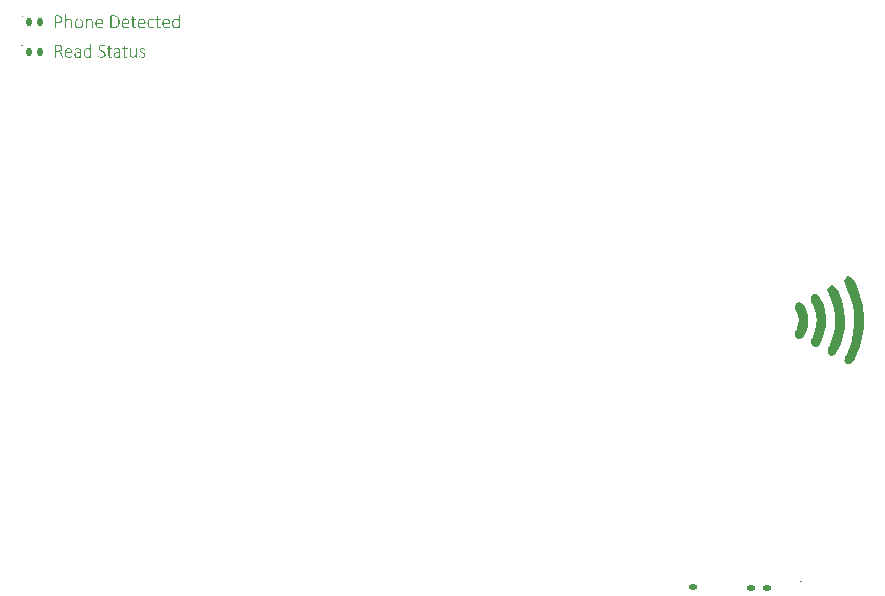
<source format=gbr>
G04 #@! TF.GenerationSoftware,KiCad,Pcbnew,8.0.6*
G04 #@! TF.CreationDate,2025-10-23T00:14:21-07:00*
G04 #@! TF.ProjectId,PCB_Business_Card,5043425f-4275-4736-996e-6573735f4361,rev?*
G04 #@! TF.SameCoordinates,Original*
G04 #@! TF.FileFunction,Legend,Top*
G04 #@! TF.FilePolarity,Positive*
%FSLAX46Y46*%
G04 Gerber Fmt 4.6, Leading zero omitted, Abs format (unit mm)*
G04 Created by KiCad (PCBNEW 8.0.6) date 2025-10-23 00:14:21*
%MOMM*%
%LPD*%
G01*
G04 APERTURE LIST*
G04 Aperture macros list*
%AMRoundRect*
0 Rectangle with rounded corners*
0 $1 Rounding radius*
0 $2 $3 $4 $5 $6 $7 $8 $9 X,Y pos of 4 corners*
0 Add a 4 corners polygon primitive as box body*
4,1,4,$2,$3,$4,$5,$6,$7,$8,$9,$2,$3,0*
0 Add four circle primitives for the rounded corners*
1,1,$1+$1,$2,$3*
1,1,$1+$1,$4,$5*
1,1,$1+$1,$6,$7*
1,1,$1+$1,$8,$9*
0 Add four rect primitives between the rounded corners*
20,1,$1+$1,$2,$3,$4,$5,0*
20,1,$1+$1,$4,$5,$6,$7,0*
20,1,$1+$1,$6,$7,$8,$9,0*
20,1,$1+$1,$8,$9,$2,$3,0*%
G04 Aperture macros list end*
%ADD10C,0.100000*%
%ADD11C,0.000000*%
%ADD12C,0.200000*%
%ADD13C,0.500000*%
%ADD14C,0.325000*%
%ADD15C,0.010000*%
%ADD16RoundRect,0.147500X-0.147500X-0.172500X0.147500X-0.172500X0.147500X0.172500X-0.147500X0.172500X0*%
%ADD17RoundRect,0.135000X-0.185000X0.135000X-0.185000X-0.135000X0.185000X-0.135000X0.185000X0.135000X0*%
%ADD18RoundRect,0.140000X-0.170000X0.140000X-0.170000X-0.140000X0.170000X-0.140000X0.170000X0.140000X0*%
%ADD19RoundRect,0.135000X0.185000X-0.135000X0.185000X0.135000X-0.185000X0.135000X-0.185000X-0.135000X0*%
G04 APERTURE END LIST*
D10*
G36*
X112377732Y-44929378D02*
G01*
X112381549Y-44929733D01*
X112440289Y-44939269D01*
X112452770Y-44942043D01*
X112509618Y-44962697D01*
X112536008Y-44977214D01*
X112584093Y-45013919D01*
X112608108Y-45040228D01*
X112639845Y-45090993D01*
X112653831Y-45125518D01*
X112667290Y-45185556D01*
X112669951Y-45230445D01*
X112665126Y-45292715D01*
X112650652Y-45350273D01*
X112644745Y-45365853D01*
X112616349Y-45419545D01*
X112578421Y-45465767D01*
X112572644Y-45471366D01*
X112524108Y-45508331D01*
X112470557Y-45535163D01*
X112458046Y-45539949D01*
X112398582Y-45555890D01*
X112335364Y-45563391D01*
X112294794Y-45564569D01*
X112156454Y-45564569D01*
X112156454Y-45974604D01*
X112153817Y-45983690D01*
X112145610Y-45990431D01*
X112130369Y-45994534D01*
X112106336Y-45996000D01*
X112082302Y-45994534D01*
X112066475Y-45990431D01*
X112058269Y-45983690D01*
X112055924Y-45974604D01*
X112055924Y-45489538D01*
X112156454Y-45489538D01*
X112301535Y-45489538D01*
X112362118Y-45485480D01*
X112418478Y-45471073D01*
X112471372Y-45442130D01*
X112497613Y-45419489D01*
X112533238Y-45370339D01*
X112546559Y-45340061D01*
X112560753Y-45281828D01*
X112563558Y-45238651D01*
X112558341Y-45179258D01*
X112539602Y-45121684D01*
X112536301Y-45115260D01*
X112501834Y-45066233D01*
X112469769Y-45039642D01*
X112414508Y-45014115D01*
X112388290Y-45008281D01*
X112329740Y-45002343D01*
X112307983Y-45001833D01*
X112156454Y-45001833D01*
X112156454Y-45489538D01*
X112055924Y-45489538D01*
X112055924Y-44978679D01*
X112071458Y-44937939D01*
X112101939Y-44926802D01*
X112318827Y-44926802D01*
X112377732Y-44929378D01*
G37*
G36*
X113495003Y-45974311D02*
G01*
X113492365Y-45983690D01*
X113484745Y-45990431D01*
X113469797Y-45994534D01*
X113446350Y-45996000D01*
X113421730Y-45994241D01*
X113407076Y-45990138D01*
X113399162Y-45983397D01*
X113396817Y-45974018D01*
X113396817Y-45521484D01*
X113394435Y-45460914D01*
X113385973Y-45406593D01*
X113365203Y-45349484D01*
X113354026Y-45330682D01*
X113311325Y-45288725D01*
X113299218Y-45281736D01*
X113242834Y-45265524D01*
X113221256Y-45264443D01*
X113160842Y-45276107D01*
X113107536Y-45305769D01*
X113060370Y-45345732D01*
X113018949Y-45389520D01*
X112987955Y-45427109D01*
X112987955Y-45974018D01*
X112985317Y-45983397D01*
X112977697Y-45990138D01*
X112962749Y-45994241D01*
X112938715Y-45996000D01*
X112914975Y-45994534D01*
X112899734Y-45990431D01*
X112892114Y-45983690D01*
X112890062Y-45974604D01*
X112890062Y-44872873D01*
X112892114Y-44864080D01*
X112899734Y-44857046D01*
X112914975Y-44852943D01*
X112938715Y-44851771D01*
X112962749Y-44852943D01*
X112977697Y-44857046D01*
X112985317Y-44863787D01*
X112987955Y-44872580D01*
X112987955Y-45321889D01*
X113029867Y-45279234D01*
X113075589Y-45242497D01*
X113109881Y-45221652D01*
X113167098Y-45198511D01*
X113228272Y-45189443D01*
X113232100Y-45189412D01*
X113291782Y-45194236D01*
X113349136Y-45211566D01*
X113355491Y-45214618D01*
X113405991Y-45248209D01*
X113436678Y-45282029D01*
X113466065Y-45334291D01*
X113481228Y-45381094D01*
X113491115Y-45439277D01*
X113494788Y-45498037D01*
X113495003Y-45517674D01*
X113495003Y-45974311D01*
G37*
G36*
X114134693Y-45193327D02*
G01*
X114195433Y-45206406D01*
X114225094Y-45217256D01*
X114278332Y-45246387D01*
X114323156Y-45285056D01*
X114334417Y-45297856D01*
X114368533Y-45348081D01*
X114392879Y-45402454D01*
X114400362Y-45425351D01*
X114413936Y-45484262D01*
X114420875Y-45542898D01*
X114422637Y-45594171D01*
X114419901Y-45654974D01*
X114410676Y-45717512D01*
X114399483Y-45761819D01*
X114376946Y-45820874D01*
X114346959Y-45873253D01*
X114330607Y-45895176D01*
X114286224Y-45939703D01*
X114237175Y-45972611D01*
X114216301Y-45983103D01*
X114157139Y-46003598D01*
X114096002Y-46013243D01*
X114057445Y-46014757D01*
X113994811Y-46010801D01*
X113933933Y-45997584D01*
X113904159Y-45986621D01*
X113851008Y-45957144D01*
X113805936Y-45918468D01*
X113794542Y-45905727D01*
X113760282Y-45855302D01*
X113736003Y-45800843D01*
X113728597Y-45777939D01*
X113715380Y-45718946D01*
X113708624Y-45660089D01*
X113706908Y-45608533D01*
X113707280Y-45600033D01*
X113810956Y-45600033D01*
X113813312Y-45658609D01*
X113821065Y-45718754D01*
X113823265Y-45730459D01*
X113839678Y-45788491D01*
X113864298Y-45838903D01*
X113903155Y-45884972D01*
X113941967Y-45912468D01*
X114000362Y-45933737D01*
X114063014Y-45939726D01*
X114121670Y-45934123D01*
X114178492Y-45914227D01*
X114227570Y-45879513D01*
X114257920Y-45844178D01*
X114286297Y-45791818D01*
X114303642Y-45737786D01*
X114314371Y-45677765D01*
X114318458Y-45617562D01*
X114318590Y-45604136D01*
X114315885Y-45542226D01*
X114307771Y-45482893D01*
X114306280Y-45475176D01*
X114289794Y-45417290D01*
X114264954Y-45366732D01*
X114226335Y-45320096D01*
X114187578Y-45292287D01*
X114129184Y-45270561D01*
X114066531Y-45264443D01*
X114007876Y-45270046D01*
X113951053Y-45289942D01*
X113901883Y-45324842D01*
X113871332Y-45360577D01*
X113843101Y-45413167D01*
X113825610Y-45467263D01*
X113815091Y-45527090D01*
X113811084Y-45586764D01*
X113810956Y-45600033D01*
X113707280Y-45600033D01*
X113709575Y-45547563D01*
X113718567Y-45484922D01*
X113729476Y-45440591D01*
X113751824Y-45381634D01*
X113781717Y-45329545D01*
X113798060Y-45307821D01*
X113842386Y-45263606D01*
X113891282Y-45231090D01*
X113912072Y-45220773D01*
X113971569Y-45200468D01*
X114033187Y-45190913D01*
X114072100Y-45189412D01*
X114134693Y-45193327D01*
G37*
G36*
X115243000Y-45974311D02*
G01*
X115240362Y-45983690D01*
X115232742Y-45990431D01*
X115217794Y-45994534D01*
X115194347Y-45996000D01*
X115169727Y-45994241D01*
X115155073Y-45990138D01*
X115147159Y-45983397D01*
X115144815Y-45974018D01*
X115144815Y-45521484D01*
X115142432Y-45460914D01*
X115133970Y-45406593D01*
X115113200Y-45349484D01*
X115102023Y-45330682D01*
X115059322Y-45288725D01*
X115047215Y-45281736D01*
X114990832Y-45265524D01*
X114969253Y-45264443D01*
X114908839Y-45276107D01*
X114855533Y-45305769D01*
X114808367Y-45345732D01*
X114766946Y-45389520D01*
X114735952Y-45427109D01*
X114735952Y-45974018D01*
X114733314Y-45983397D01*
X114725694Y-45990138D01*
X114710746Y-45994241D01*
X114686713Y-45996000D01*
X114662972Y-45994534D01*
X114647732Y-45990431D01*
X114640111Y-45983690D01*
X114638060Y-45974604D01*
X114638060Y-45229565D01*
X114640111Y-45220480D01*
X114647732Y-45213445D01*
X114662386Y-45209342D01*
X114684954Y-45208170D01*
X114708108Y-45209342D01*
X114722177Y-45213445D01*
X114729211Y-45220480D01*
X114731263Y-45229565D01*
X114731263Y-45335078D01*
X114771150Y-45291235D01*
X114818411Y-45249579D01*
X114857292Y-45223997D01*
X114911236Y-45200355D01*
X114972473Y-45189547D01*
X114980097Y-45189412D01*
X115039779Y-45194236D01*
X115097133Y-45211566D01*
X115103489Y-45214618D01*
X115153989Y-45248209D01*
X115184675Y-45282029D01*
X115214062Y-45334291D01*
X115229225Y-45381094D01*
X115239112Y-45439277D01*
X115242785Y-45498037D01*
X115243000Y-45517674D01*
X115243000Y-45974311D01*
G37*
G36*
X115863269Y-45193492D02*
G01*
X115923928Y-45208567D01*
X115947006Y-45218428D01*
X115998084Y-45250010D01*
X116042203Y-45293351D01*
X116044605Y-45296390D01*
X116077798Y-45349367D01*
X116099466Y-45406352D01*
X116100586Y-45410403D01*
X116112807Y-45468370D01*
X116118185Y-45528917D01*
X116118464Y-45546690D01*
X116118464Y-45567207D01*
X116102637Y-45609412D01*
X116072449Y-45620842D01*
X115563935Y-45620842D01*
X115566516Y-45681807D01*
X115575008Y-45741274D01*
X115577418Y-45752441D01*
X115596934Y-45810008D01*
X115622260Y-45852971D01*
X115666218Y-45895922D01*
X115704033Y-45917451D01*
X115764047Y-45934832D01*
X115823160Y-45939704D01*
X115827718Y-45939726D01*
X115888328Y-45936406D01*
X115920628Y-45931226D01*
X115978223Y-45916235D01*
X115991849Y-45911589D01*
X116041381Y-45892245D01*
X116069225Y-45883452D01*
X116078311Y-45885797D01*
X116084759Y-45892538D01*
X116088569Y-45904262D01*
X116089741Y-45922140D01*
X116088862Y-45931812D01*
X116086810Y-45940312D01*
X116083000Y-45947933D01*
X116076552Y-45954967D01*
X116051053Y-45968742D01*
X115995073Y-45988672D01*
X115936766Y-46002466D01*
X115914473Y-46006551D01*
X115854572Y-46013603D01*
X115815994Y-46014757D01*
X115753909Y-46011048D01*
X115692883Y-45998657D01*
X115662707Y-45988379D01*
X115608531Y-45960217D01*
X115562433Y-45922406D01*
X115550746Y-45909831D01*
X115515203Y-45859670D01*
X115489734Y-45804552D01*
X115481870Y-45781163D01*
X115467581Y-45720150D01*
X115460277Y-45658211D01*
X115458422Y-45603257D01*
X115460997Y-45545811D01*
X115563935Y-45545811D01*
X116017055Y-45545811D01*
X116014655Y-45483199D01*
X116003066Y-45421432D01*
X115979149Y-45363569D01*
X115962833Y-45338889D01*
X115917577Y-45296504D01*
X115859992Y-45271713D01*
X115796943Y-45264443D01*
X115738231Y-45271862D01*
X115698464Y-45287891D01*
X115650745Y-45323153D01*
X115626950Y-45350026D01*
X115595580Y-45403195D01*
X115581814Y-45439712D01*
X115568511Y-45498383D01*
X115563935Y-45545811D01*
X115460997Y-45545811D01*
X115461297Y-45539117D01*
X115469921Y-45479687D01*
X115482749Y-45429747D01*
X115505949Y-45371225D01*
X115536017Y-45320442D01*
X115552212Y-45299614D01*
X115595496Y-45257564D01*
X115645850Y-45225274D01*
X115661535Y-45217842D01*
X115720191Y-45198407D01*
X115779580Y-45190106D01*
X115803684Y-45189412D01*
X115863269Y-45193492D01*
G37*
G36*
X117073924Y-44929128D02*
G01*
X117133953Y-44936108D01*
X117195135Y-44949521D01*
X117238073Y-44964025D01*
X117293532Y-44990323D01*
X117343037Y-45022689D01*
X117390616Y-45065300D01*
X117394584Y-45069538D01*
X117434403Y-45119541D01*
X117464170Y-45170649D01*
X117487812Y-45227138D01*
X117489839Y-45233083D01*
X117506841Y-45294763D01*
X117516758Y-45353947D01*
X117521575Y-45416608D01*
X117522079Y-45445574D01*
X117519954Y-45510988D01*
X117513579Y-45572409D01*
X117501328Y-45636734D01*
X117488080Y-45683271D01*
X117466571Y-45738495D01*
X117436689Y-45793656D01*
X117400511Y-45842291D01*
X117388429Y-45855609D01*
X117344334Y-45895703D01*
X117294113Y-45929156D01*
X117237768Y-45955970D01*
X117225764Y-45960535D01*
X117168368Y-45977679D01*
X117104991Y-45989211D01*
X117043634Y-45994753D01*
X116994515Y-45996000D01*
X116784368Y-45996000D01*
X116753886Y-45984862D01*
X116738353Y-45943829D01*
X116738353Y-45920968D01*
X116838883Y-45920968D01*
X117003600Y-45920968D01*
X117062264Y-45918789D01*
X117121191Y-45911255D01*
X117178408Y-45896754D01*
X117187955Y-45893418D01*
X117244996Y-45865812D01*
X117293717Y-45828242D01*
X117313398Y-45807542D01*
X117347662Y-45759594D01*
X117374837Y-45703238D01*
X117389016Y-45660996D01*
X117402308Y-45602383D01*
X117410061Y-45544004D01*
X117413828Y-45480291D01*
X117414221Y-45450263D01*
X117411932Y-45391370D01*
X117404123Y-45329761D01*
X117390774Y-45271478D01*
X117369562Y-45212704D01*
X117341095Y-45160359D01*
X117318087Y-45129035D01*
X117274014Y-45084760D01*
X117225688Y-45051533D01*
X117194110Y-45035539D01*
X117137677Y-45016349D01*
X117077960Y-45005816D01*
X117017362Y-45001965D01*
X117003014Y-45001833D01*
X116838883Y-45001833D01*
X116838883Y-45920968D01*
X116738353Y-45920968D01*
X116738353Y-44978972D01*
X116753886Y-44937939D01*
X116784368Y-44926802D01*
X117008583Y-44926802D01*
X117073924Y-44929128D01*
G37*
G36*
X118091936Y-45193492D02*
G01*
X118152595Y-45208567D01*
X118175673Y-45218428D01*
X118226751Y-45250010D01*
X118270870Y-45293351D01*
X118273272Y-45296390D01*
X118306465Y-45349367D01*
X118328133Y-45406352D01*
X118329253Y-45410403D01*
X118341474Y-45468370D01*
X118346852Y-45528917D01*
X118347131Y-45546690D01*
X118347131Y-45567207D01*
X118331304Y-45609412D01*
X118301116Y-45620842D01*
X117792602Y-45620842D01*
X117795183Y-45681807D01*
X117803675Y-45741274D01*
X117806085Y-45752441D01*
X117825601Y-45810008D01*
X117850928Y-45852971D01*
X117894885Y-45895922D01*
X117932700Y-45917451D01*
X117992715Y-45934832D01*
X118051827Y-45939704D01*
X118056385Y-45939726D01*
X118116995Y-45936406D01*
X118149295Y-45931226D01*
X118206890Y-45916235D01*
X118220516Y-45911589D01*
X118270048Y-45892245D01*
X118297892Y-45883452D01*
X118306978Y-45885797D01*
X118313426Y-45892538D01*
X118317236Y-45904262D01*
X118318408Y-45922140D01*
X118317529Y-45931812D01*
X118315478Y-45940312D01*
X118311667Y-45947933D01*
X118305219Y-45954967D01*
X118279720Y-45968742D01*
X118223740Y-45988672D01*
X118165433Y-46002466D01*
X118143140Y-46006551D01*
X118083239Y-46013603D01*
X118044661Y-46014757D01*
X117982576Y-46011048D01*
X117921550Y-45998657D01*
X117891374Y-45988379D01*
X117837198Y-45960217D01*
X117791100Y-45922406D01*
X117779413Y-45909831D01*
X117743870Y-45859670D01*
X117718401Y-45804552D01*
X117710537Y-45781163D01*
X117696249Y-45720150D01*
X117688944Y-45658211D01*
X117687090Y-45603257D01*
X117689664Y-45545811D01*
X117792602Y-45545811D01*
X118245722Y-45545811D01*
X118243322Y-45483199D01*
X118231733Y-45421432D01*
X118207816Y-45363569D01*
X118191500Y-45338889D01*
X118146244Y-45296504D01*
X118088659Y-45271713D01*
X118025610Y-45264443D01*
X117966898Y-45271862D01*
X117927131Y-45287891D01*
X117879412Y-45323153D01*
X117855617Y-45350026D01*
X117824247Y-45403195D01*
X117810481Y-45439712D01*
X117797179Y-45498383D01*
X117792602Y-45545811D01*
X117689664Y-45545811D01*
X117689964Y-45539117D01*
X117698588Y-45479687D01*
X117711416Y-45429747D01*
X117734616Y-45371225D01*
X117764684Y-45320442D01*
X117780879Y-45299614D01*
X117824164Y-45257564D01*
X117874517Y-45225274D01*
X117890202Y-45217842D01*
X117948858Y-45198407D01*
X118008247Y-45190106D01*
X118032351Y-45189412D01*
X118091936Y-45193492D01*
G37*
G36*
X118920125Y-45949398D02*
G01*
X118917194Y-45974311D01*
X118908108Y-45989551D01*
X118889937Y-45999517D01*
X118862386Y-46007723D01*
X118829560Y-46012706D01*
X118795561Y-46014757D01*
X118735915Y-46009384D01*
X118701772Y-45999517D01*
X118651489Y-45967753D01*
X118638171Y-45953208D01*
X118609745Y-45900069D01*
X118602414Y-45874660D01*
X118593408Y-45815535D01*
X118591277Y-45762113D01*
X118591277Y-45283201D01*
X118479902Y-45283201D01*
X118461730Y-45274115D01*
X118455282Y-45245979D01*
X118456748Y-45229272D01*
X118461730Y-45217549D01*
X118469644Y-45210515D01*
X118479902Y-45208170D01*
X118591277Y-45208170D01*
X118591277Y-45023522D01*
X118593328Y-45014436D01*
X118600949Y-45007402D01*
X118616189Y-45003299D01*
X118639930Y-45001833D01*
X118663963Y-45003299D01*
X118678911Y-45007402D01*
X118686531Y-45014436D01*
X118689169Y-45023522D01*
X118689169Y-45208170D01*
X118895505Y-45208170D01*
X118905471Y-45210515D01*
X118913384Y-45217549D01*
X118918367Y-45229272D01*
X118920125Y-45245979D01*
X118913091Y-45274115D01*
X118895505Y-45283201D01*
X118689169Y-45283201D01*
X118689169Y-45756837D01*
X118692590Y-45817905D01*
X118706488Y-45877432D01*
X118713496Y-45893124D01*
X118759589Y-45933173D01*
X118802302Y-45939726D01*
X118838060Y-45935623D01*
X118866489Y-45926537D01*
X118887299Y-45917451D01*
X118902833Y-45913348D01*
X118910160Y-45915106D01*
X118915436Y-45921261D01*
X118918953Y-45932692D01*
X118920125Y-45949398D01*
G37*
G36*
X119449535Y-45193492D02*
G01*
X119510195Y-45208567D01*
X119533272Y-45218428D01*
X119584350Y-45250010D01*
X119628470Y-45293351D01*
X119630872Y-45296390D01*
X119664064Y-45349367D01*
X119685733Y-45406352D01*
X119686852Y-45410403D01*
X119699074Y-45468370D01*
X119704451Y-45528917D01*
X119704731Y-45546690D01*
X119704731Y-45567207D01*
X119688904Y-45609412D01*
X119658715Y-45620842D01*
X119150202Y-45620842D01*
X119152782Y-45681807D01*
X119161275Y-45741274D01*
X119163684Y-45752441D01*
X119183201Y-45810008D01*
X119208527Y-45852971D01*
X119252484Y-45895922D01*
X119290300Y-45917451D01*
X119350314Y-45934832D01*
X119409427Y-45939704D01*
X119413984Y-45939726D01*
X119474595Y-45936406D01*
X119506894Y-45931226D01*
X119564489Y-45916235D01*
X119578115Y-45911589D01*
X119627648Y-45892245D01*
X119655491Y-45883452D01*
X119664577Y-45885797D01*
X119671025Y-45892538D01*
X119674836Y-45904262D01*
X119676008Y-45922140D01*
X119675129Y-45931812D01*
X119673077Y-45940312D01*
X119669267Y-45947933D01*
X119662819Y-45954967D01*
X119637320Y-45968742D01*
X119581339Y-45988672D01*
X119523032Y-46002466D01*
X119500739Y-46006551D01*
X119440839Y-46013603D01*
X119402260Y-46014757D01*
X119340175Y-46011048D01*
X119279149Y-45998657D01*
X119248974Y-45988379D01*
X119194798Y-45960217D01*
X119148700Y-45922406D01*
X119137013Y-45909831D01*
X119101470Y-45859670D01*
X119076000Y-45804552D01*
X119068136Y-45781163D01*
X119053848Y-45720150D01*
X119046544Y-45658211D01*
X119044689Y-45603257D01*
X119047263Y-45545811D01*
X119150202Y-45545811D01*
X119603321Y-45545811D01*
X119600922Y-45483199D01*
X119589332Y-45421432D01*
X119565415Y-45363569D01*
X119549099Y-45338889D01*
X119503844Y-45296504D01*
X119446259Y-45271713D01*
X119383210Y-45264443D01*
X119324497Y-45271862D01*
X119284731Y-45287891D01*
X119237012Y-45323153D01*
X119213217Y-45350026D01*
X119181847Y-45403195D01*
X119168080Y-45439712D01*
X119154778Y-45498383D01*
X119150202Y-45545811D01*
X119047263Y-45545811D01*
X119047563Y-45539117D01*
X119056187Y-45479687D01*
X119069016Y-45429747D01*
X119092215Y-45371225D01*
X119122284Y-45320442D01*
X119138478Y-45299614D01*
X119181763Y-45257564D01*
X119232116Y-45225274D01*
X119247801Y-45217842D01*
X119306457Y-45198407D01*
X119365846Y-45190106D01*
X119389951Y-45189412D01*
X119449535Y-45193492D01*
G37*
G36*
X120447424Y-45869091D02*
G01*
X120446545Y-45884918D01*
X120443907Y-45897228D01*
X120439511Y-45907193D01*
X120425736Y-45923899D01*
X120389979Y-45953208D01*
X120337600Y-45982866D01*
X120333705Y-45984569D01*
X120277237Y-46003487D01*
X120266001Y-46006258D01*
X120207783Y-46014351D01*
X120190969Y-46014757D01*
X120131004Y-46010404D01*
X120072917Y-45995978D01*
X120053803Y-45988379D01*
X120001999Y-45957836D01*
X119958697Y-45916217D01*
X119953565Y-45909831D01*
X119921877Y-45859950D01*
X119899083Y-45805595D01*
X119892016Y-45782629D01*
X119879335Y-45722701D01*
X119872853Y-45662119D01*
X119871207Y-45608533D01*
X119873247Y-45548435D01*
X119880299Y-45487641D01*
X119893876Y-45428041D01*
X119896999Y-45418023D01*
X119919283Y-45362533D01*
X119949563Y-45311627D01*
X119968513Y-45288184D01*
X120014387Y-45246508D01*
X120066830Y-45216554D01*
X120074319Y-45213445D01*
X120133065Y-45196195D01*
X120195546Y-45189506D01*
X120204159Y-45189412D01*
X120264468Y-45194211D01*
X120275087Y-45196153D01*
X120332136Y-45211982D01*
X120337515Y-45214032D01*
X120388220Y-45239237D01*
X120420753Y-45263271D01*
X120434528Y-45278219D01*
X120440390Y-45289356D01*
X120443321Y-45302545D01*
X120444200Y-45319251D01*
X120437166Y-45349733D01*
X120421926Y-45358233D01*
X120393496Y-45343578D01*
X120350118Y-45311338D01*
X120297676Y-45283749D01*
X120286224Y-45279098D01*
X120227852Y-45265874D01*
X120196831Y-45264443D01*
X120134721Y-45273030D01*
X120077375Y-45302311D01*
X120035221Y-45346961D01*
X120031528Y-45352371D01*
X120003475Y-45407855D01*
X119986247Y-45467568D01*
X119977123Y-45527841D01*
X119973552Y-45595603D01*
X119973496Y-45605895D01*
X119975680Y-45665658D01*
X119982977Y-45723890D01*
X119989030Y-45752441D01*
X120008227Y-45809886D01*
X120034166Y-45856781D01*
X120075725Y-45900676D01*
X120105387Y-45919210D01*
X120162013Y-45936841D01*
X120200055Y-45939726D01*
X120260018Y-45932153D01*
X120287397Y-45922140D01*
X120338779Y-45893784D01*
X120353342Y-45883452D01*
X120398780Y-45845867D01*
X120399944Y-45844764D01*
X120427787Y-45827179D01*
X120436287Y-45829817D01*
X120442442Y-45838023D01*
X120446252Y-45851212D01*
X120447424Y-45869091D01*
G37*
G36*
X120999902Y-45949398D02*
G01*
X120996971Y-45974311D01*
X120987885Y-45989551D01*
X120969713Y-45999517D01*
X120942163Y-46007723D01*
X120909337Y-46012706D01*
X120875338Y-46014757D01*
X120815692Y-46009384D01*
X120781549Y-45999517D01*
X120731265Y-45967753D01*
X120717948Y-45953208D01*
X120689522Y-45900069D01*
X120682191Y-45874660D01*
X120673185Y-45815535D01*
X120671053Y-45762113D01*
X120671053Y-45283201D01*
X120559678Y-45283201D01*
X120541507Y-45274115D01*
X120535059Y-45245979D01*
X120536524Y-45229272D01*
X120541507Y-45217549D01*
X120549420Y-45210515D01*
X120559678Y-45208170D01*
X120671053Y-45208170D01*
X120671053Y-45023522D01*
X120673105Y-45014436D01*
X120680725Y-45007402D01*
X120695966Y-45003299D01*
X120719706Y-45001833D01*
X120743740Y-45003299D01*
X120758688Y-45007402D01*
X120766308Y-45014436D01*
X120768946Y-45023522D01*
X120768946Y-45208170D01*
X120975282Y-45208170D01*
X120985247Y-45210515D01*
X120993161Y-45217549D01*
X120998143Y-45229272D01*
X120999902Y-45245979D01*
X120992868Y-45274115D01*
X120975282Y-45283201D01*
X120768946Y-45283201D01*
X120768946Y-45756837D01*
X120772367Y-45817905D01*
X120786264Y-45877432D01*
X120793272Y-45893124D01*
X120839366Y-45933173D01*
X120882079Y-45939726D01*
X120917836Y-45935623D01*
X120946266Y-45926537D01*
X120967076Y-45917451D01*
X120982609Y-45913348D01*
X120989937Y-45915106D01*
X120995212Y-45921261D01*
X120998729Y-45932692D01*
X120999902Y-45949398D01*
G37*
G36*
X121529312Y-45193492D02*
G01*
X121589972Y-45208567D01*
X121613049Y-45218428D01*
X121664127Y-45250010D01*
X121708246Y-45293351D01*
X121710648Y-45296390D01*
X121743841Y-45349367D01*
X121765510Y-45406352D01*
X121766629Y-45410403D01*
X121778851Y-45468370D01*
X121784228Y-45528917D01*
X121784508Y-45546690D01*
X121784508Y-45567207D01*
X121768681Y-45609412D01*
X121738492Y-45620842D01*
X121229979Y-45620842D01*
X121232559Y-45681807D01*
X121241051Y-45741274D01*
X121243461Y-45752441D01*
X121262977Y-45810008D01*
X121288304Y-45852971D01*
X121332261Y-45895922D01*
X121370076Y-45917451D01*
X121430091Y-45934832D01*
X121489204Y-45939704D01*
X121493761Y-45939726D01*
X121554371Y-45936406D01*
X121586671Y-45931226D01*
X121644266Y-45916235D01*
X121657892Y-45911589D01*
X121707424Y-45892245D01*
X121735268Y-45883452D01*
X121744354Y-45885797D01*
X121750802Y-45892538D01*
X121754612Y-45904262D01*
X121755785Y-45922140D01*
X121754905Y-45931812D01*
X121752854Y-45940312D01*
X121749043Y-45947933D01*
X121742595Y-45954967D01*
X121717096Y-45968742D01*
X121661116Y-45988672D01*
X121602809Y-46002466D01*
X121580516Y-46006551D01*
X121520615Y-46013603D01*
X121482037Y-46014757D01*
X121419952Y-46011048D01*
X121358926Y-45998657D01*
X121328750Y-45988379D01*
X121274574Y-45960217D01*
X121228476Y-45922406D01*
X121216789Y-45909831D01*
X121181246Y-45859670D01*
X121155777Y-45804552D01*
X121147913Y-45781163D01*
X121133625Y-45720150D01*
X121126320Y-45658211D01*
X121124466Y-45603257D01*
X121127040Y-45545811D01*
X121229979Y-45545811D01*
X121683098Y-45545811D01*
X121680698Y-45483199D01*
X121669109Y-45421432D01*
X121645192Y-45363569D01*
X121628876Y-45338889D01*
X121583620Y-45296504D01*
X121526035Y-45271713D01*
X121462986Y-45264443D01*
X121404274Y-45271862D01*
X121364508Y-45287891D01*
X121316789Y-45323153D01*
X121292993Y-45350026D01*
X121261623Y-45403195D01*
X121247857Y-45439712D01*
X121234555Y-45498383D01*
X121229979Y-45545811D01*
X121127040Y-45545811D01*
X121127340Y-45539117D01*
X121135964Y-45479687D01*
X121148792Y-45429747D01*
X121171992Y-45371225D01*
X121202060Y-45320442D01*
X121218255Y-45299614D01*
X121261540Y-45257564D01*
X121311893Y-45225274D01*
X121327578Y-45217842D01*
X121386234Y-45198407D01*
X121445623Y-45190106D01*
X121469727Y-45189412D01*
X121529312Y-45193492D01*
G37*
G36*
X122582889Y-44853529D02*
G01*
X122597836Y-44857632D01*
X122605457Y-44864080D01*
X122608094Y-44873166D01*
X122608094Y-45974604D01*
X122606043Y-45984569D01*
X122598422Y-45991310D01*
X122584940Y-45994827D01*
X122564424Y-45996000D01*
X122542442Y-45994827D01*
X122528374Y-45991310D01*
X122520167Y-45985155D01*
X122517236Y-45975776D01*
X122517236Y-45874073D01*
X122476014Y-45915885D01*
X122429858Y-45953913D01*
X122394431Y-45977242D01*
X122341058Y-46001532D01*
X122279253Y-46013841D01*
X122256092Y-46014757D01*
X122194332Y-46009485D01*
X122136694Y-45992014D01*
X122118339Y-45982810D01*
X122069669Y-45947627D01*
X122030274Y-45902525D01*
X122025722Y-45895762D01*
X121996385Y-45840258D01*
X121976558Y-45781017D01*
X121973258Y-45767388D01*
X121962632Y-45705927D01*
X121957631Y-45646617D01*
X121956845Y-45610877D01*
X121957365Y-45595637D01*
X122059134Y-45595637D01*
X122061259Y-45656138D01*
X122067635Y-45715094D01*
X122068806Y-45722838D01*
X122082288Y-45781310D01*
X122102805Y-45833041D01*
X122136821Y-45883752D01*
X122166406Y-45910710D01*
X122220315Y-45934937D01*
X122265177Y-45939726D01*
X122322623Y-45930933D01*
X122376668Y-45903593D01*
X122380362Y-45901038D01*
X122426195Y-45863064D01*
X122441912Y-45847402D01*
X122481154Y-45802841D01*
X122509909Y-45765923D01*
X122509909Y-45432971D01*
X122471715Y-45385487D01*
X122430760Y-45342048D01*
X122390914Y-45307821D01*
X122339839Y-45278168D01*
X122282751Y-45264825D01*
X122271039Y-45264443D01*
X122212265Y-45273531D01*
X122173733Y-45293166D01*
X122130972Y-45333784D01*
X122107787Y-45369077D01*
X122083460Y-45425821D01*
X122070565Y-45475469D01*
X122061992Y-45535113D01*
X122059134Y-45595637D01*
X121957365Y-45595637D01*
X121958849Y-45552105D01*
X121965681Y-45491752D01*
X121977362Y-45435902D01*
X121997462Y-45376379D01*
X122026249Y-45320824D01*
X122038325Y-45303131D01*
X122080365Y-45257352D01*
X122130648Y-45222777D01*
X122137976Y-45219014D01*
X122193627Y-45198778D01*
X122251732Y-45190135D01*
X122275729Y-45189412D01*
X122336625Y-45196174D01*
X122392370Y-45216460D01*
X122399413Y-45220187D01*
X122451573Y-45255413D01*
X122496257Y-45296257D01*
X122509909Y-45310752D01*
X122509909Y-44872580D01*
X122511960Y-44863787D01*
X122519581Y-44857339D01*
X122534822Y-44853529D01*
X122558562Y-44851771D01*
X122582889Y-44853529D01*
G37*
G36*
X112361110Y-47428373D02*
G01*
X112367773Y-47428854D01*
X112415254Y-47434129D01*
X112472260Y-47448198D01*
X112521353Y-47468714D01*
X112571957Y-47502740D01*
X112596385Y-47527332D01*
X112628932Y-47577023D01*
X112640642Y-47606174D01*
X112652983Y-47663876D01*
X112655003Y-47701136D01*
X112649733Y-47759613D01*
X112640055Y-47795218D01*
X112612479Y-47849627D01*
X112598143Y-47868198D01*
X112553510Y-47909309D01*
X112533077Y-47923006D01*
X112480171Y-47949855D01*
X112449839Y-47961401D01*
X112498785Y-47991882D01*
X112539232Y-48035553D01*
X112570263Y-48086235D01*
X112574403Y-48094464D01*
X112599023Y-48148869D01*
X112607229Y-48168909D01*
X112707173Y-48417744D01*
X112720655Y-48457311D01*
X112723586Y-48472845D01*
X112721535Y-48482810D01*
X112713621Y-48489845D01*
X112697501Y-48494534D01*
X112671709Y-48496000D01*
X112647969Y-48494827D01*
X112631849Y-48489845D01*
X112621297Y-48479879D01*
X112613970Y-48463466D01*
X112514319Y-48202322D01*
X112490487Y-48146765D01*
X112477096Y-48119377D01*
X112444477Y-48068523D01*
X112429323Y-48051673D01*
X112380688Y-48015348D01*
X112361618Y-48006244D01*
X112302996Y-47991512D01*
X112266950Y-47989538D01*
X112156454Y-47989538D01*
X112156454Y-48474311D01*
X112153817Y-48483690D01*
X112145610Y-48490431D01*
X112130369Y-48494534D01*
X112106336Y-48496000D01*
X112082302Y-48494534D01*
X112066475Y-48490431D01*
X112058269Y-48483690D01*
X112055924Y-48474604D01*
X112055924Y-47914506D01*
X112156454Y-47914506D01*
X112309741Y-47914506D01*
X112370568Y-47909957D01*
X112416133Y-47898386D01*
X112470047Y-47870818D01*
X112489699Y-47854715D01*
X112524760Y-47807674D01*
X112532491Y-47789649D01*
X112545405Y-47729913D01*
X112546266Y-47708463D01*
X112540432Y-47649639D01*
X112519476Y-47592852D01*
X112515785Y-47586537D01*
X112474972Y-47543672D01*
X112422310Y-47517586D01*
X112413496Y-47514729D01*
X112361618Y-47505057D01*
X112302113Y-47501912D01*
X112288346Y-47501833D01*
X112156454Y-47501833D01*
X112156454Y-47914506D01*
X112055924Y-47914506D01*
X112055924Y-47478679D01*
X112071458Y-47437939D01*
X112101939Y-47426802D01*
X112302414Y-47426802D01*
X112361110Y-47428373D01*
G37*
G36*
X113251238Y-47693492D02*
G01*
X113311898Y-47708567D01*
X113334975Y-47718428D01*
X113386053Y-47750010D01*
X113430172Y-47793351D01*
X113432575Y-47796390D01*
X113465767Y-47849367D01*
X113487436Y-47906352D01*
X113488555Y-47910403D01*
X113500777Y-47968370D01*
X113506154Y-48028917D01*
X113506434Y-48046690D01*
X113506434Y-48067207D01*
X113490607Y-48109412D01*
X113460418Y-48120842D01*
X112951905Y-48120842D01*
X112954485Y-48181807D01*
X112962977Y-48241274D01*
X112965387Y-48252441D01*
X112984903Y-48310008D01*
X113010230Y-48352971D01*
X113054187Y-48395922D01*
X113092002Y-48417451D01*
X113152017Y-48434832D01*
X113211130Y-48439704D01*
X113215687Y-48439726D01*
X113276297Y-48436406D01*
X113308597Y-48431226D01*
X113366192Y-48416235D01*
X113379818Y-48411589D01*
X113429351Y-48392245D01*
X113457194Y-48383452D01*
X113466280Y-48385797D01*
X113472728Y-48392538D01*
X113476538Y-48404262D01*
X113477711Y-48422140D01*
X113476831Y-48431812D01*
X113474780Y-48440312D01*
X113470969Y-48447933D01*
X113464521Y-48454967D01*
X113439023Y-48468742D01*
X113383042Y-48488672D01*
X113324735Y-48502466D01*
X113302442Y-48506551D01*
X113242541Y-48513603D01*
X113203963Y-48514757D01*
X113141878Y-48511048D01*
X113080852Y-48498657D01*
X113050676Y-48488379D01*
X112996500Y-48460217D01*
X112950403Y-48422406D01*
X112938715Y-48409831D01*
X112903172Y-48359670D01*
X112877703Y-48304552D01*
X112869839Y-48281163D01*
X112855551Y-48220150D01*
X112848246Y-48158211D01*
X112846392Y-48103257D01*
X112848966Y-48045811D01*
X112951905Y-48045811D01*
X113405024Y-48045811D01*
X113402624Y-47983199D01*
X113391035Y-47921432D01*
X113367118Y-47863569D01*
X113350802Y-47838889D01*
X113305546Y-47796504D01*
X113247961Y-47771713D01*
X113184912Y-47764443D01*
X113126200Y-47771862D01*
X113086434Y-47787891D01*
X113038715Y-47823153D01*
X113014919Y-47850026D01*
X112983549Y-47903195D01*
X112969783Y-47939712D01*
X112956481Y-47998383D01*
X112951905Y-48045811D01*
X112848966Y-48045811D01*
X112849266Y-48039117D01*
X112857890Y-47979687D01*
X112870718Y-47929747D01*
X112893918Y-47871225D01*
X112923986Y-47820442D01*
X112940181Y-47799614D01*
X112983466Y-47757564D01*
X113033819Y-47725274D01*
X113049504Y-47717842D01*
X113108160Y-47698407D01*
X113167549Y-47690106D01*
X113191653Y-47689412D01*
X113251238Y-47693492D01*
G37*
G36*
X114038064Y-47693002D02*
G01*
X114098239Y-47705898D01*
X114104926Y-47708170D01*
X114157878Y-47734466D01*
X114190216Y-47762099D01*
X114223669Y-47812107D01*
X114236817Y-47848267D01*
X114247795Y-47906423D01*
X114250886Y-47964332D01*
X114250886Y-48474311D01*
X114245317Y-48487500D01*
X114231249Y-48493948D01*
X114208094Y-48496000D01*
X114184061Y-48493948D01*
X114168820Y-48487500D01*
X114163545Y-48474604D01*
X114163545Y-48391366D01*
X114120892Y-48432180D01*
X114071172Y-48468885D01*
X114052463Y-48480173D01*
X113998736Y-48503815D01*
X113939178Y-48514453D01*
X113927020Y-48514757D01*
X113868129Y-48510373D01*
X113821800Y-48499224D01*
X113766820Y-48473414D01*
X113742958Y-48455260D01*
X113704605Y-48407493D01*
X113693719Y-48385504D01*
X113678470Y-48327483D01*
X113676427Y-48293766D01*
X113676937Y-48289077D01*
X113780181Y-48289077D01*
X113789133Y-48347320D01*
X113820921Y-48398693D01*
X113873636Y-48430710D01*
X113935812Y-48439726D01*
X113995861Y-48430710D01*
X114045136Y-48407779D01*
X114094024Y-48369890D01*
X114138581Y-48324656D01*
X114152700Y-48308421D01*
X114152700Y-48120842D01*
X114016706Y-48120842D01*
X113957937Y-48124068D01*
X113912951Y-48132273D01*
X113856481Y-48154155D01*
X113838506Y-48165685D01*
X113798371Y-48211110D01*
X113794542Y-48218735D01*
X113780532Y-48276927D01*
X113780181Y-48289077D01*
X113676937Y-48289077D01*
X113682801Y-48235148D01*
X113701926Y-48184736D01*
X113737382Y-48137554D01*
X113774319Y-48107653D01*
X113829750Y-48079111D01*
X113887452Y-48061345D01*
X113947960Y-48050726D01*
X114009168Y-48046190D01*
X114033998Y-48045811D01*
X114152700Y-48045811D01*
X114152700Y-47976055D01*
X114148808Y-47916155D01*
X114142735Y-47884611D01*
X114119930Y-47830379D01*
X114110788Y-47818079D01*
X114063810Y-47782383D01*
X114053049Y-47777926D01*
X113994045Y-47765510D01*
X113966587Y-47764443D01*
X113905867Y-47769492D01*
X113877487Y-47776167D01*
X113821567Y-47795816D01*
X113808025Y-47801959D01*
X113759078Y-47828044D01*
X113731528Y-47839475D01*
X113722442Y-47838302D01*
X113715408Y-47833320D01*
X113711304Y-47824234D01*
X113710132Y-47810752D01*
X113712477Y-47789063D01*
X113725373Y-47772650D01*
X113762009Y-47748909D01*
X113816319Y-47722149D01*
X113822679Y-47719600D01*
X113879480Y-47701754D01*
X113896538Y-47697912D01*
X113955889Y-47689943D01*
X113975673Y-47689412D01*
X114038064Y-47693002D01*
G37*
G36*
X115094989Y-47353529D02*
G01*
X115109937Y-47357632D01*
X115117557Y-47364080D01*
X115120195Y-47373166D01*
X115120195Y-48474604D01*
X115118143Y-48484569D01*
X115110523Y-48491310D01*
X115097041Y-48494827D01*
X115076524Y-48496000D01*
X115054542Y-48494827D01*
X115040474Y-48491310D01*
X115032267Y-48485155D01*
X115029337Y-48475776D01*
X115029337Y-48374073D01*
X114988114Y-48415885D01*
X114941959Y-48453913D01*
X114906531Y-48477242D01*
X114853159Y-48501532D01*
X114791353Y-48513841D01*
X114768192Y-48514757D01*
X114706433Y-48509485D01*
X114648795Y-48492014D01*
X114630439Y-48482810D01*
X114581770Y-48447627D01*
X114542374Y-48402525D01*
X114537822Y-48395762D01*
X114508486Y-48340258D01*
X114488659Y-48281017D01*
X114485359Y-48267388D01*
X114474732Y-48205927D01*
X114469731Y-48146617D01*
X114468946Y-48110877D01*
X114469465Y-48095637D01*
X114571235Y-48095637D01*
X114573360Y-48156138D01*
X114579735Y-48215094D01*
X114580907Y-48222838D01*
X114594389Y-48281310D01*
X114614905Y-48333041D01*
X114648921Y-48383752D01*
X114678506Y-48410710D01*
X114732415Y-48434937D01*
X114777278Y-48439726D01*
X114834724Y-48430933D01*
X114888768Y-48403593D01*
X114892463Y-48401038D01*
X114938295Y-48363064D01*
X114954012Y-48347402D01*
X114993254Y-48302841D01*
X115022009Y-48265923D01*
X115022009Y-47932971D01*
X114983816Y-47885487D01*
X114942861Y-47842048D01*
X114903014Y-47807821D01*
X114851940Y-47778168D01*
X114794851Y-47764825D01*
X114783140Y-47764443D01*
X114724366Y-47773531D01*
X114685833Y-47793166D01*
X114643073Y-47833784D01*
X114619888Y-47869077D01*
X114595560Y-47925821D01*
X114582665Y-47975469D01*
X114574092Y-48035113D01*
X114571235Y-48095637D01*
X114469465Y-48095637D01*
X114470949Y-48052105D01*
X114477781Y-47991752D01*
X114489462Y-47935902D01*
X114509562Y-47876379D01*
X114538349Y-47820824D01*
X114550425Y-47803131D01*
X114592465Y-47757352D01*
X114642749Y-47722777D01*
X114650076Y-47719014D01*
X114705727Y-47698778D01*
X114763832Y-47690135D01*
X114787829Y-47689412D01*
X114848726Y-47696174D01*
X114904470Y-47716460D01*
X114911514Y-47720187D01*
X114963673Y-47755413D01*
X115008358Y-47796257D01*
X115022009Y-47810752D01*
X115022009Y-47372580D01*
X115024061Y-47363787D01*
X115031681Y-47357339D01*
X115046922Y-47353529D01*
X115070662Y-47351771D01*
X115094989Y-47353529D01*
G37*
G36*
X116328611Y-48218442D02*
G01*
X116323008Y-48280408D01*
X116304681Y-48339548D01*
X116303112Y-48343006D01*
X116272411Y-48393711D01*
X116231304Y-48436209D01*
X116180893Y-48469841D01*
X116125646Y-48493253D01*
X116121688Y-48494534D01*
X116064050Y-48508359D01*
X116001924Y-48514441D01*
X115983349Y-48514757D01*
X115924508Y-48511348D01*
X115886629Y-48505085D01*
X115829138Y-48489985D01*
X115806029Y-48481931D01*
X115752494Y-48457824D01*
X115746238Y-48454381D01*
X115712826Y-48430640D01*
X115699637Y-48410710D01*
X115695533Y-48384918D01*
X115696999Y-48366160D01*
X115701688Y-48353850D01*
X115709016Y-48347695D01*
X115718688Y-48345937D01*
X115751221Y-48360884D01*
X115803384Y-48391753D01*
X115805443Y-48392831D01*
X115860286Y-48416478D01*
X115885457Y-48425071D01*
X115946169Y-48437307D01*
X115993900Y-48439726D01*
X116053595Y-48433887D01*
X116086224Y-48424778D01*
X116138715Y-48397991D01*
X116158911Y-48381694D01*
X116195612Y-48334434D01*
X116206099Y-48312231D01*
X116221089Y-48253068D01*
X116223098Y-48218149D01*
X116214740Y-48159760D01*
X116201702Y-48130221D01*
X116163830Y-48082250D01*
X116145136Y-48066034D01*
X116095193Y-48031762D01*
X116065708Y-48015623D01*
X116012082Y-47988823D01*
X115974556Y-47970487D01*
X115919940Y-47942344D01*
X115883405Y-47921540D01*
X115833808Y-47886872D01*
X115803684Y-47859698D01*
X115767020Y-47813245D01*
X115747411Y-47776460D01*
X115730110Y-47718170D01*
X115726015Y-47666551D01*
X115732301Y-47605957D01*
X115748290Y-47558400D01*
X115781044Y-47506487D01*
X115810718Y-47476921D01*
X115861321Y-47444339D01*
X115907732Y-47425923D01*
X115967009Y-47412514D01*
X116027507Y-47408062D01*
X116031709Y-47408044D01*
X116091656Y-47413205D01*
X116100293Y-47414785D01*
X116157899Y-47428986D01*
X116165652Y-47431491D01*
X116221046Y-47454646D01*
X116252993Y-47475455D01*
X116262958Y-47486006D01*
X116266475Y-47493627D01*
X116269113Y-47504764D01*
X116269993Y-47520298D01*
X116268820Y-47535832D01*
X116265010Y-47547849D01*
X116258855Y-47555469D01*
X116250355Y-47558107D01*
X116222512Y-47546676D01*
X116175910Y-47520591D01*
X116121204Y-47498443D01*
X116109378Y-47494799D01*
X116051057Y-47484220D01*
X116021158Y-47483076D01*
X115962602Y-47489387D01*
X115936161Y-47497730D01*
X115885513Y-47528509D01*
X115876078Y-47537591D01*
X115843508Y-47588433D01*
X115840321Y-47596795D01*
X115828597Y-47656386D01*
X115828304Y-47668016D01*
X115836661Y-47726406D01*
X115849699Y-47755944D01*
X115885768Y-47802440D01*
X115906559Y-47821010D01*
X115957145Y-47855541D01*
X115986866Y-47871715D01*
X116040879Y-47898514D01*
X116078311Y-47916851D01*
X116133030Y-47944890D01*
X116169755Y-47965504D01*
X116219945Y-47999787D01*
X116250355Y-48027053D01*
X116287509Y-48073403D01*
X116307215Y-48109998D01*
X116324516Y-48167536D01*
X116328611Y-48218442D01*
G37*
G36*
X116889588Y-48449398D02*
G01*
X116886657Y-48474311D01*
X116877571Y-48489551D01*
X116859399Y-48499517D01*
X116831849Y-48507723D01*
X116799023Y-48512706D01*
X116765024Y-48514757D01*
X116705378Y-48509384D01*
X116671235Y-48499517D01*
X116620951Y-48467753D01*
X116607634Y-48453208D01*
X116579208Y-48400069D01*
X116571877Y-48374660D01*
X116562871Y-48315535D01*
X116560739Y-48262113D01*
X116560739Y-47783201D01*
X116449364Y-47783201D01*
X116431193Y-47774115D01*
X116424745Y-47745979D01*
X116426210Y-47729272D01*
X116431193Y-47717549D01*
X116439106Y-47710515D01*
X116449364Y-47708170D01*
X116560739Y-47708170D01*
X116560739Y-47523522D01*
X116562791Y-47514436D01*
X116570411Y-47507402D01*
X116585652Y-47503299D01*
X116609392Y-47501833D01*
X116633426Y-47503299D01*
X116648374Y-47507402D01*
X116655994Y-47514436D01*
X116658632Y-47523522D01*
X116658632Y-47708170D01*
X116864968Y-47708170D01*
X116874933Y-47710515D01*
X116882847Y-47717549D01*
X116887829Y-47729272D01*
X116889588Y-47745979D01*
X116882554Y-47774115D01*
X116864968Y-47783201D01*
X116658632Y-47783201D01*
X116658632Y-48256837D01*
X116662053Y-48317905D01*
X116675950Y-48377432D01*
X116682958Y-48393124D01*
X116729052Y-48433173D01*
X116771765Y-48439726D01*
X116807522Y-48435623D01*
X116835952Y-48426537D01*
X116856762Y-48417451D01*
X116872295Y-48413348D01*
X116879623Y-48415106D01*
X116884898Y-48421261D01*
X116888415Y-48432692D01*
X116889588Y-48449398D01*
G37*
G36*
X117367582Y-47693002D02*
G01*
X117427757Y-47705898D01*
X117434445Y-47708170D01*
X117487397Y-47734466D01*
X117519734Y-47762099D01*
X117553188Y-47812107D01*
X117566336Y-47848267D01*
X117577313Y-47906423D01*
X117580404Y-47964332D01*
X117580404Y-48474311D01*
X117574836Y-48487500D01*
X117560767Y-48493948D01*
X117537613Y-48496000D01*
X117513579Y-48493948D01*
X117498339Y-48487500D01*
X117493063Y-48474604D01*
X117493063Y-48391366D01*
X117450410Y-48432180D01*
X117400690Y-48468885D01*
X117381981Y-48480173D01*
X117328254Y-48503815D01*
X117268697Y-48514453D01*
X117256538Y-48514757D01*
X117197648Y-48510373D01*
X117151318Y-48499224D01*
X117096339Y-48473414D01*
X117072477Y-48455260D01*
X117034124Y-48407493D01*
X117023237Y-48385504D01*
X117007988Y-48327483D01*
X117005945Y-48293766D01*
X117006455Y-48289077D01*
X117109699Y-48289077D01*
X117118651Y-48347320D01*
X117150439Y-48398693D01*
X117203155Y-48430710D01*
X117265331Y-48439726D01*
X117325380Y-48430710D01*
X117374654Y-48407779D01*
X117423542Y-48369890D01*
X117468100Y-48324656D01*
X117482219Y-48308421D01*
X117482219Y-48120842D01*
X117346224Y-48120842D01*
X117287455Y-48124068D01*
X117242470Y-48132273D01*
X117186000Y-48154155D01*
X117168025Y-48165685D01*
X117127889Y-48211110D01*
X117124061Y-48218735D01*
X117110050Y-48276927D01*
X117109699Y-48289077D01*
X117006455Y-48289077D01*
X117012320Y-48235148D01*
X117031444Y-48184736D01*
X117066900Y-48137554D01*
X117103838Y-48107653D01*
X117159269Y-48079111D01*
X117216971Y-48061345D01*
X117277478Y-48050726D01*
X117338687Y-48046190D01*
X117363517Y-48045811D01*
X117482219Y-48045811D01*
X117482219Y-47976055D01*
X117478326Y-47916155D01*
X117472254Y-47884611D01*
X117449449Y-47830379D01*
X117440307Y-47818079D01*
X117393328Y-47782383D01*
X117382568Y-47777926D01*
X117323563Y-47765510D01*
X117296106Y-47764443D01*
X117235386Y-47769492D01*
X117207006Y-47776167D01*
X117151085Y-47795816D01*
X117137543Y-47801959D01*
X117088597Y-47828044D01*
X117061046Y-47839475D01*
X117051960Y-47838302D01*
X117044926Y-47833320D01*
X117040823Y-47824234D01*
X117039651Y-47810752D01*
X117041995Y-47789063D01*
X117054891Y-47772650D01*
X117091528Y-47748909D01*
X117145838Y-47722149D01*
X117152198Y-47719600D01*
X117208998Y-47701754D01*
X117226057Y-47697912D01*
X117285408Y-47689943D01*
X117305191Y-47689412D01*
X117367582Y-47693002D01*
G37*
G36*
X118190914Y-48449398D02*
G01*
X118187983Y-48474311D01*
X118178897Y-48489551D01*
X118160725Y-48499517D01*
X118133175Y-48507723D01*
X118100348Y-48512706D01*
X118066350Y-48514757D01*
X118006703Y-48509384D01*
X117972561Y-48499517D01*
X117922277Y-48467753D01*
X117908960Y-48453208D01*
X117880534Y-48400069D01*
X117873203Y-48374660D01*
X117864197Y-48315535D01*
X117862065Y-48262113D01*
X117862065Y-47783201D01*
X117750690Y-47783201D01*
X117732519Y-47774115D01*
X117726071Y-47745979D01*
X117727536Y-47729272D01*
X117732519Y-47717549D01*
X117740432Y-47710515D01*
X117750690Y-47708170D01*
X117862065Y-47708170D01*
X117862065Y-47523522D01*
X117864117Y-47514436D01*
X117871737Y-47507402D01*
X117886978Y-47503299D01*
X117910718Y-47501833D01*
X117934752Y-47503299D01*
X117949699Y-47507402D01*
X117957320Y-47514436D01*
X117959958Y-47523522D01*
X117959958Y-47708170D01*
X118166294Y-47708170D01*
X118176259Y-47710515D01*
X118184173Y-47717549D01*
X118189155Y-47729272D01*
X118190914Y-47745979D01*
X118183879Y-47774115D01*
X118166294Y-47783201D01*
X117959958Y-47783201D01*
X117959958Y-48256837D01*
X117963379Y-48317905D01*
X117977276Y-48377432D01*
X117984284Y-48393124D01*
X118030377Y-48433173D01*
X118073091Y-48439726D01*
X118108848Y-48435623D01*
X118137278Y-48426537D01*
X118158087Y-48417451D01*
X118173621Y-48413348D01*
X118180949Y-48415106D01*
X118186224Y-48421261D01*
X118189741Y-48432692D01*
X118190914Y-48449398D01*
G37*
G36*
X118985484Y-48474604D02*
G01*
X118983433Y-48483690D01*
X118975519Y-48490431D01*
X118960865Y-48494534D01*
X118938590Y-48496000D01*
X118914556Y-48494534D01*
X118900488Y-48490431D01*
X118893454Y-48483690D01*
X118891402Y-48474604D01*
X118891402Y-48369091D01*
X118851543Y-48412963D01*
X118804392Y-48454729D01*
X118765666Y-48480466D01*
X118711923Y-48503907D01*
X118650776Y-48514623D01*
X118643154Y-48514757D01*
X118583416Y-48509989D01*
X118525860Y-48492861D01*
X118519469Y-48489845D01*
X118469114Y-48455924D01*
X118438283Y-48421847D01*
X118409040Y-48369349D01*
X118393733Y-48322489D01*
X118384056Y-48264096D01*
X118380461Y-48205257D01*
X118380251Y-48185616D01*
X118380251Y-47729859D01*
X118382302Y-47720773D01*
X118389923Y-47713739D01*
X118405163Y-47709635D01*
X118428904Y-47708170D01*
X118453230Y-47709635D01*
X118468178Y-47713739D01*
X118475799Y-47721066D01*
X118478436Y-47730152D01*
X118478436Y-48181806D01*
X118480755Y-48242505D01*
X118488988Y-48297284D01*
X118508886Y-48352444D01*
X118521228Y-48373487D01*
X118563929Y-48415444D01*
X118576036Y-48422434D01*
X118632419Y-48438645D01*
X118653998Y-48439726D01*
X118714246Y-48427153D01*
X118767131Y-48395176D01*
X118810546Y-48355691D01*
X118852080Y-48309214D01*
X118887299Y-48263871D01*
X118887299Y-47729565D01*
X118889351Y-47720480D01*
X118896971Y-47713445D01*
X118912212Y-47709342D01*
X118936831Y-47708170D01*
X118960279Y-47709342D01*
X118975226Y-47713445D01*
X118982847Y-47720480D01*
X118985484Y-47729565D01*
X118985484Y-48474604D01*
G37*
G36*
X119694473Y-48280284D02*
G01*
X119687446Y-48341442D01*
X119674542Y-48378763D01*
X119641448Y-48430142D01*
X119618269Y-48452622D01*
X119566749Y-48484748D01*
X119530341Y-48498637D01*
X119469538Y-48511672D01*
X119417501Y-48514757D01*
X119357148Y-48510307D01*
X119343935Y-48508016D01*
X119286546Y-48492909D01*
X119281214Y-48491017D01*
X119234026Y-48469328D01*
X119205596Y-48448812D01*
X119192407Y-48429468D01*
X119188304Y-48401917D01*
X119189769Y-48386090D01*
X119193872Y-48374367D01*
X119200614Y-48367039D01*
X119209699Y-48364695D01*
X119236078Y-48376711D01*
X119279162Y-48402210D01*
X119334385Y-48425734D01*
X119341004Y-48428002D01*
X119401180Y-48438993D01*
X119423949Y-48439726D01*
X119483238Y-48433258D01*
X119493119Y-48430640D01*
X119546179Y-48404217D01*
X119547634Y-48403090D01*
X119583391Y-48355609D01*
X119596086Y-48297425D01*
X119596287Y-48287905D01*
X119580884Y-48229645D01*
X119579874Y-48228114D01*
X119538171Y-48186740D01*
X119536496Y-48185616D01*
X119483987Y-48157181D01*
X119475533Y-48153669D01*
X119421058Y-48131329D01*
X119405484Y-48124946D01*
X119350508Y-48099980D01*
X119335436Y-48092413D01*
X119286327Y-48060005D01*
X119274180Y-48049328D01*
X119237611Y-48001597D01*
X119231095Y-47988658D01*
X119215980Y-47930411D01*
X119214682Y-47903662D01*
X119222925Y-47844860D01*
X119229337Y-47825699D01*
X119259000Y-47774746D01*
X119275059Y-47757116D01*
X119323156Y-47722284D01*
X119354193Y-47708170D01*
X119414163Y-47693002D01*
X119468499Y-47689412D01*
X119524187Y-47694101D01*
X119574305Y-47706411D01*
X119613579Y-47723117D01*
X119638492Y-47738944D01*
X119650216Y-47749789D01*
X119654319Y-47757995D01*
X119656371Y-47768547D01*
X119657250Y-47783201D01*
X119656078Y-47798735D01*
X119652267Y-47810752D01*
X119646113Y-47818372D01*
X119637613Y-47820717D01*
X119617683Y-47811924D01*
X119583098Y-47792580D01*
X119532100Y-47773236D01*
X119473340Y-47764581D01*
X119463810Y-47764443D01*
X119404915Y-47771538D01*
X119395519Y-47774408D01*
X119347452Y-47802545D01*
X119319023Y-47845043D01*
X119309644Y-47898386D01*
X119323124Y-47955983D01*
X119326057Y-47960815D01*
X119368034Y-48003600D01*
X119369727Y-48004778D01*
X119423038Y-48033950D01*
X119431570Y-48037605D01*
X119486324Y-48060044D01*
X119501912Y-48066327D01*
X119557346Y-48090277D01*
X119572547Y-48097688D01*
X119622113Y-48129180D01*
X119634389Y-48139600D01*
X119671523Y-48185710D01*
X119678060Y-48198219D01*
X119693447Y-48257130D01*
X119694473Y-48280284D01*
G37*
X109334000Y-44992000D02*
G75*
G02*
X109234000Y-44992000I-50000J0D01*
G01*
X109234000Y-44992000D02*
G75*
G02*
X109334000Y-44992000I50000J0D01*
G01*
D11*
G36*
X175177626Y-69239094D02*
G01*
X175348271Y-69367047D01*
X175516954Y-69606900D01*
X175619693Y-69808420D01*
X175780718Y-70288341D01*
X175832030Y-70783814D01*
X175773631Y-71278856D01*
X175619406Y-71728006D01*
X175451755Y-72034250D01*
X175282930Y-72228392D01*
X175110527Y-72312480D01*
X174952350Y-72296498D01*
X174775709Y-72196286D01*
X174688712Y-72050066D01*
X174690186Y-71849178D01*
X174778957Y-71584961D01*
X174838916Y-71459070D01*
X174975046Y-71079208D01*
X175012631Y-70688068D01*
X174952707Y-70309443D01*
X174796311Y-69967128D01*
X174772384Y-69931448D01*
X174677123Y-69717885D01*
X174683222Y-69513642D01*
X174788864Y-69341590D01*
X174821453Y-69313310D01*
X175002770Y-69221647D01*
X175177626Y-69239094D01*
G37*
G36*
X176490686Y-68526517D02*
G01*
X176664937Y-68636951D01*
X176834910Y-68849642D01*
X176995191Y-69160832D01*
X177025617Y-69234582D01*
X177235708Y-69898671D01*
X177332338Y-70551675D01*
X177315471Y-71195404D01*
X177185072Y-71831668D01*
X176964114Y-72413481D01*
X176810343Y-72711368D01*
X176669308Y-72905370D01*
X176530428Y-73003352D01*
X176383124Y-73013179D01*
X176236620Y-72954301D01*
X176099487Y-72841621D01*
X176040718Y-72693967D01*
X176059905Y-72496737D01*
X176156642Y-72235332D01*
X176213261Y-72116912D01*
X176389409Y-71658180D01*
X176494083Y-71150466D01*
X176519874Y-70639279D01*
X176497520Y-70371468D01*
X176454467Y-70143653D01*
X176388752Y-69889751D01*
X176309757Y-69637368D01*
X176226869Y-69414111D01*
X176149473Y-69247585D01*
X176087650Y-69165820D01*
X176041333Y-69078613D01*
X176037540Y-68932614D01*
X176070991Y-68772700D01*
X176136405Y-68643746D01*
X176151002Y-68627450D01*
X176317570Y-68522098D01*
X176490686Y-68526517D01*
G37*
G36*
X179350007Y-67047709D02*
G01*
X179505831Y-67155491D01*
X179665019Y-67363767D01*
X179833643Y-67677559D01*
X179910894Y-67846932D01*
X180223705Y-68697821D01*
X180427961Y-69571027D01*
X180522877Y-70456628D01*
X180507669Y-71344702D01*
X180381550Y-72225326D01*
X180288307Y-72616893D01*
X180172446Y-73001682D01*
X180034536Y-73385498D01*
X179886109Y-73740763D01*
X179738695Y-74039903D01*
X179603823Y-74255340D01*
X179602528Y-74257042D01*
X179476812Y-74390241D01*
X179345541Y-74444003D01*
X179262961Y-74449473D01*
X179104013Y-74424976D01*
X178986571Y-74365808D01*
X178984211Y-74363517D01*
X178900153Y-74256086D01*
X178868199Y-74137078D01*
X178890468Y-73983203D01*
X178969079Y-73771173D01*
X179055191Y-73583162D01*
X179321226Y-72968209D01*
X179509347Y-72388895D01*
X179628358Y-71806612D01*
X179687060Y-71182752D01*
X179697007Y-70767900D01*
X179655975Y-69960072D01*
X179524920Y-69205692D01*
X179298524Y-68481676D01*
X179032285Y-67883066D01*
X178912103Y-67610276D01*
X178866610Y-67405979D01*
X178895620Y-67252498D01*
X178998947Y-67132156D01*
X179024157Y-67113534D01*
X179191473Y-67035397D01*
X179350007Y-67047709D01*
G37*
G36*
X178008536Y-67819092D02*
G01*
X178117946Y-67915261D01*
X178246669Y-68103464D01*
X178385213Y-68365272D01*
X178524086Y-68682257D01*
X178653794Y-69035989D01*
X178685142Y-69132643D01*
X178855355Y-69853636D01*
X178926333Y-70605684D01*
X178898059Y-71363378D01*
X178770516Y-72101312D01*
X178687382Y-72399110D01*
X178561720Y-72758032D01*
X178422337Y-73085230D01*
X178279174Y-73361884D01*
X178142173Y-73569176D01*
X178021273Y-73688285D01*
X178000406Y-73699640D01*
X177861691Y-73753354D01*
X177763851Y-73747093D01*
X177649214Y-73673571D01*
X177621222Y-73651749D01*
X177509791Y-73537566D01*
X177449105Y-73429065D01*
X177459210Y-73331405D01*
X177510071Y-73160004D01*
X177592356Y-72943704D01*
X177646983Y-72817473D01*
X177855249Y-72309613D01*
X177995507Y-71845771D01*
X178077050Y-71385964D01*
X178109174Y-70890209D01*
X178110165Y-70824978D01*
X178089407Y-70258229D01*
X178008324Y-69738684D01*
X177857821Y-69224522D01*
X177654537Y-68729710D01*
X177543048Y-68482538D01*
X177474373Y-68314548D01*
X177443042Y-68201479D01*
X177443586Y-68119067D01*
X177470539Y-68043051D01*
X177490696Y-68002784D01*
X177627600Y-67845747D01*
X177811777Y-67781891D01*
X178008536Y-67819092D01*
G37*
D10*
X109319000Y-47492000D02*
G75*
G02*
X109219000Y-47492000I-50000J0D01*
G01*
X109219000Y-47492000D02*
G75*
G02*
X109319000Y-47492000I50000J0D01*
G01*
D12*
X175216001Y-92784000D02*
X175216001Y-92784000D01*
X175216001Y-92784000D01*
X175216001Y-92784000D01*
X175216001Y-92784000D01*
X175216001Y-92784000D01*
X175216001Y-92784001D01*
X175216001Y-92784001D01*
X175216001Y-92784001D01*
X175216001Y-92784001D01*
X175216001Y-92784001D01*
X175216001Y-92784001D01*
X175216001Y-92784001D01*
X175216000Y-92784001D01*
X175216000Y-92784001D01*
X175216000Y-92784001D01*
X175216000Y-92784001D01*
X175216000Y-92784001D01*
X175216000Y-92784001D01*
X175216000Y-92784001D01*
X175216000Y-92784001D01*
X175216000Y-92784001D01*
X175216000Y-92784001D01*
X175216000Y-92784001D01*
X175216000Y-92784001D01*
X175215999Y-92784001D01*
X175215999Y-92784001D01*
X175215999Y-92784001D01*
X175215999Y-92784001D01*
X175215999Y-92784001D01*
X175215999Y-92784001D01*
X175215999Y-92784000D01*
X175215999Y-92784000D01*
X175215999Y-92784000D01*
X175215999Y-92784000D01*
X175215999Y-92784000D01*
X175215999Y-92784000D01*
X175215999Y-92784000D02*
X175215999Y-92784000D01*
X175215999Y-92784000D01*
X175215999Y-92784000D01*
X175215999Y-92784000D01*
X175215999Y-92784000D01*
X175215999Y-92784000D01*
X175215999Y-92783999D01*
X175215999Y-92783999D01*
X175215999Y-92783999D01*
X175215999Y-92783999D01*
X175215999Y-92783999D01*
X175216000Y-92783999D01*
X175216000Y-92783999D01*
X175216000Y-92783999D01*
X175216000Y-92783999D01*
X175216000Y-92783999D01*
X175216000Y-92783999D01*
X175216000Y-92783999D01*
X175216000Y-92783999D01*
X175216000Y-92783999D01*
X175216000Y-92783999D01*
X175216000Y-92783999D01*
X175216000Y-92783999D01*
X175216001Y-92783999D01*
X175216001Y-92783999D01*
X175216001Y-92783999D01*
X175216001Y-92783999D01*
X175216001Y-92783999D01*
X175216001Y-92783999D01*
X175216001Y-92784000D01*
X175216001Y-92784000D01*
X175216001Y-92784000D01*
X175216001Y-92784000D01*
X175216001Y-92784000D01*
X175216001Y-92784000D01*
X175216001Y-92784000D01*
%LPC*%
D13*
G36*
X112439510Y-64065774D02*
G01*
X112685915Y-64097594D01*
X112935906Y-64157829D01*
X113028890Y-64189256D01*
X113264656Y-64295989D01*
X113471561Y-64431812D01*
X113634612Y-64580533D01*
X113786275Y-64771636D01*
X113898856Y-64970160D01*
X113987346Y-65192297D01*
X113994870Y-65215809D01*
X114052723Y-65437264D01*
X114091642Y-65676282D01*
X114110342Y-65903485D01*
X114114549Y-66082993D01*
X114106535Y-66321977D01*
X114082493Y-66548734D01*
X114036286Y-66789219D01*
X113986322Y-66965565D01*
X113904931Y-67177061D01*
X113791158Y-67390439D01*
X113652817Y-67581063D01*
X113606524Y-67633813D01*
X113436651Y-67793783D01*
X113241496Y-67928851D01*
X113021057Y-68039018D01*
X112973935Y-68058063D01*
X112723276Y-68135729D01*
X112476270Y-68181035D01*
X112208978Y-68203040D01*
X112083670Y-68205341D01*
X111812654Y-68194648D01*
X111562889Y-68162567D01*
X111310298Y-68101838D01*
X111216608Y-68070153D01*
X110980435Y-67962039D01*
X110773989Y-67825094D01*
X110612107Y-67675579D01*
X110462674Y-67483201D01*
X110351620Y-67282617D01*
X110264179Y-67057560D01*
X110256734Y-67033709D01*
X110200062Y-66808901D01*
X110161937Y-66566010D01*
X110143619Y-66334926D01*
X110139497Y-66152236D01*
X110140658Y-66118164D01*
X110764759Y-66118164D01*
X110772407Y-66356364D01*
X110795351Y-66581316D01*
X110829483Y-66774323D01*
X110891307Y-66987100D01*
X110986190Y-67191795D01*
X111049302Y-67290896D01*
X111204878Y-67462050D01*
X111400191Y-67596599D01*
X111463293Y-67628318D01*
X111696407Y-67705884D01*
X111950229Y-67742386D01*
X112115422Y-67748119D01*
X112367140Y-67732664D01*
X112608826Y-67680551D01*
X112767550Y-67617327D01*
X112979560Y-67484461D01*
X113151832Y-67316673D01*
X113193754Y-67262320D01*
X113317039Y-67053630D01*
X113399705Y-66835734D01*
X113423342Y-66745746D01*
X113465016Y-66520707D01*
X113487456Y-66285776D01*
X113491730Y-66123660D01*
X113483793Y-65893619D01*
X113457032Y-65655699D01*
X113424563Y-65486186D01*
X113356068Y-65259026D01*
X113248945Y-65043603D01*
X113202302Y-64974009D01*
X113045424Y-64801893D01*
X112848341Y-64666383D01*
X112784647Y-64634389D01*
X112551952Y-64555399D01*
X112301021Y-64518227D01*
X112138625Y-64512390D01*
X111888730Y-64527974D01*
X111649363Y-64580525D01*
X111492602Y-64644281D01*
X111283465Y-64775554D01*
X111111259Y-64940486D01*
X111068841Y-64993792D01*
X110944253Y-65199267D01*
X110859960Y-65415306D01*
X110835589Y-65504870D01*
X110792427Y-65727643D01*
X110769186Y-65959071D01*
X110764759Y-66118164D01*
X110140658Y-66118164D01*
X110147435Y-65919228D01*
X110171249Y-65697212D01*
X110217016Y-65460580D01*
X110266503Y-65286151D01*
X110348581Y-65075978D01*
X110463118Y-64864274D01*
X110602222Y-64675539D01*
X110648743Y-64623398D01*
X110819904Y-64465275D01*
X111015871Y-64331623D01*
X111236644Y-64222444D01*
X111283775Y-64203545D01*
X111534315Y-64125299D01*
X111781009Y-64079655D01*
X112047797Y-64057485D01*
X112172819Y-64055167D01*
X112439510Y-64065774D01*
G37*
G36*
X119203349Y-67999811D02*
G01*
X119161828Y-68069054D01*
X119086113Y-68109720D01*
X118967655Y-68129504D01*
X118795464Y-68135000D01*
X118614724Y-68129504D01*
X118492602Y-68109720D01*
X118420551Y-68069054D01*
X118382693Y-67999811D01*
X117452128Y-65000387D01*
X117444801Y-65000387D01*
X116586287Y-67999811D01*
X116552093Y-68069054D01*
X116483705Y-68109720D01*
X116367690Y-68129504D01*
X116188171Y-68135000D01*
X115998883Y-68129504D01*
X115875540Y-68109720D01*
X115802267Y-68069054D01*
X115765631Y-67999811D01*
X114590823Y-64331039D01*
X114568841Y-64221130D01*
X114595708Y-64159581D01*
X114689741Y-64132103D01*
X114865596Y-64125509D01*
X115034124Y-64129905D01*
X115128157Y-64147491D01*
X115173342Y-64181563D01*
X115191660Y-64236517D01*
X116191835Y-67563471D01*
X116195498Y-67563471D01*
X117143161Y-64242013D01*
X117168806Y-64185959D01*
X117218876Y-64150788D01*
X117316573Y-64132103D01*
X117482658Y-64125509D01*
X117635310Y-64132103D01*
X117726901Y-64150788D01*
X117776971Y-64185959D01*
X117802616Y-64242013D01*
X118822330Y-67563471D01*
X118829658Y-67563471D01*
X119807850Y-64238715D01*
X119828611Y-64185959D01*
X119871353Y-64150788D01*
X119964166Y-64132103D01*
X120124145Y-64125509D01*
X120287787Y-64133203D01*
X120374494Y-64162878D01*
X120400139Y-64224427D01*
X120381821Y-64334337D01*
X119203349Y-67999811D01*
G37*
G36*
X123644905Y-67916280D02*
G01*
X123637578Y-68014099D01*
X123613154Y-68083342D01*
X123574075Y-68122909D01*
X123524005Y-68135000D01*
X121391765Y-68135000D01*
X121241556Y-68087739D01*
X121171946Y-67918478D01*
X121171946Y-64342030D01*
X121241556Y-64173869D01*
X121391765Y-64125509D01*
X123500802Y-64125509D01*
X123549651Y-64137599D01*
X123586287Y-64178265D01*
X123608269Y-64247508D01*
X123616817Y-64349724D01*
X123608269Y-64447543D01*
X123586287Y-64514588D01*
X123549651Y-64553056D01*
X123500802Y-64565146D01*
X121763014Y-64565146D01*
X121763014Y-65796130D01*
X123252896Y-65796130D01*
X123302965Y-65810418D01*
X123340823Y-65849986D01*
X123362805Y-65920327D01*
X123370132Y-66023642D01*
X123362805Y-66122561D01*
X123340823Y-66188506D01*
X123302965Y-66224776D01*
X123252896Y-66235767D01*
X121763014Y-66235767D01*
X121763014Y-67695362D01*
X123524005Y-67695362D01*
X123574075Y-67707452D01*
X123613154Y-67745921D01*
X123637578Y-67814064D01*
X123644905Y-67916280D01*
G37*
G36*
X127944801Y-67906388D02*
G01*
X127922819Y-68011901D01*
X127864200Y-68083342D01*
X127783600Y-68122909D01*
X127694452Y-68135000D01*
X127505163Y-68135000D01*
X127348848Y-68117414D01*
X127221842Y-68053667D01*
X127102163Y-67928370D01*
X126974763Y-67735784D01*
X126970272Y-67728335D01*
X125568318Y-65457609D01*
X125443897Y-65254556D01*
X125346057Y-65089413D01*
X125232461Y-64887842D01*
X125139672Y-64714623D01*
X125132344Y-64714623D01*
X125138450Y-64939112D01*
X125142114Y-65168548D01*
X125144862Y-65398808D01*
X125145778Y-65627969D01*
X125145778Y-68036081D01*
X125132344Y-68077847D01*
X125085938Y-68108621D01*
X124999232Y-68127306D01*
X124864898Y-68135000D01*
X124728122Y-68127306D01*
X124643859Y-68108621D01*
X124599895Y-68077847D01*
X124586461Y-68036081D01*
X124586461Y-64354120D01*
X124662177Y-64178265D01*
X124827041Y-64125509D01*
X125107920Y-64125509D01*
X125275226Y-64140896D01*
X125394905Y-64192554D01*
X125497487Y-64291472D01*
X125606175Y-64449741D01*
X126684508Y-66201695D01*
X126806820Y-66399274D01*
X126877459Y-66514937D01*
X126996120Y-66713559D01*
X127055757Y-66816088D01*
X127172721Y-67017037D01*
X127225505Y-67107348D01*
X127340791Y-67304850D01*
X127392812Y-67395310D01*
X127395254Y-67395310D01*
X127390335Y-67163245D01*
X127387196Y-66938807D01*
X127386706Y-66889727D01*
X127385871Y-66662915D01*
X127385495Y-66428773D01*
X127385484Y-66383046D01*
X127385484Y-64224427D01*
X127398918Y-64183761D01*
X127445324Y-64151887D01*
X127530809Y-64132103D01*
X127670027Y-64125509D01*
X127800697Y-64132103D01*
X127886182Y-64151887D01*
X127931367Y-64183761D01*
X127944801Y-64224427D01*
X127944801Y-67906388D01*
G37*
G36*
X134942358Y-67999811D02*
G01*
X134900837Y-68069054D01*
X134825122Y-68109720D01*
X134706664Y-68129504D01*
X134534473Y-68135000D01*
X134353733Y-68129504D01*
X134231612Y-68109720D01*
X134159560Y-68069054D01*
X134121702Y-67999811D01*
X133191137Y-65000387D01*
X133183810Y-65000387D01*
X132325296Y-67999811D01*
X132291102Y-68069054D01*
X132222714Y-68109720D01*
X132106699Y-68129504D01*
X131927180Y-68135000D01*
X131737892Y-68129504D01*
X131614549Y-68109720D01*
X131541277Y-68069054D01*
X131504640Y-67999811D01*
X130329832Y-64331039D01*
X130307850Y-64221130D01*
X130334717Y-64159581D01*
X130428750Y-64132103D01*
X130604605Y-64125509D01*
X130773133Y-64129905D01*
X130867166Y-64147491D01*
X130912351Y-64181563D01*
X130930669Y-64236517D01*
X131930844Y-67563471D01*
X131934508Y-67563471D01*
X132882170Y-64242013D01*
X132907815Y-64185959D01*
X132957885Y-64150788D01*
X133055582Y-64132103D01*
X133221667Y-64125509D01*
X133374319Y-64132103D01*
X133465910Y-64150788D01*
X133515980Y-64185959D01*
X133541625Y-64242013D01*
X134561339Y-67563471D01*
X134568667Y-67563471D01*
X135546859Y-64238715D01*
X135567620Y-64185959D01*
X135610362Y-64150788D01*
X135703175Y-64132103D01*
X135863154Y-64125509D01*
X136026796Y-64133203D01*
X136113503Y-64162878D01*
X136139148Y-64224427D01*
X136120830Y-64334337D01*
X134942358Y-67999811D01*
G37*
G36*
X137502023Y-68037180D02*
G01*
X137487369Y-68080045D01*
X137439741Y-68108621D01*
X137348150Y-68127306D01*
X137206489Y-68135000D01*
X137064829Y-68127306D01*
X136972016Y-68108621D01*
X136924389Y-68080045D01*
X136910956Y-68037180D01*
X136910956Y-64223328D01*
X136925610Y-64181563D01*
X136976901Y-64151887D01*
X137069713Y-64133203D01*
X137206489Y-64125509D01*
X137348150Y-64133203D01*
X137439741Y-64151887D01*
X137487369Y-64181563D01*
X137502023Y-64223328D01*
X137502023Y-68037180D01*
G37*
G36*
X140978820Y-67905289D02*
G01*
X140971493Y-68007505D01*
X140949511Y-68078946D01*
X140911653Y-68121810D01*
X140859141Y-68135000D01*
X138894207Y-68135000D01*
X138743998Y-68087739D01*
X138674389Y-67919577D01*
X138674389Y-64224427D01*
X138687822Y-64181563D01*
X138735450Y-64151887D01*
X138828262Y-64133203D01*
X138969923Y-64125509D01*
X139111584Y-64133203D01*
X139203175Y-64151887D01*
X139250802Y-64181563D01*
X139265457Y-64224427D01*
X139265457Y-67677777D01*
X140859141Y-67677777D01*
X140911653Y-67692065D01*
X140949511Y-67731632D01*
X140971493Y-67800875D01*
X140978820Y-67905289D01*
G37*
G36*
X144815875Y-68037180D02*
G01*
X144802442Y-68080045D01*
X144753593Y-68108621D01*
X144662002Y-68127306D01*
X144524005Y-68135000D01*
X144379902Y-68127306D01*
X144290753Y-68109720D01*
X144241905Y-68081144D01*
X144228471Y-68038279D01*
X144228471Y-66306109D01*
X142206140Y-66306109D01*
X142206140Y-68038279D01*
X142191486Y-68081144D01*
X142143859Y-68109720D01*
X142052267Y-68127306D01*
X141910607Y-68135000D01*
X141768946Y-68127306D01*
X141676133Y-68108621D01*
X141628506Y-68080045D01*
X141615073Y-68037180D01*
X141615073Y-64223328D01*
X141628506Y-64181563D01*
X141676133Y-64151887D01*
X141768946Y-64133203D01*
X141910607Y-64125509D01*
X142052267Y-64133203D01*
X142143859Y-64151887D01*
X142191486Y-64181563D01*
X142206140Y-64225526D01*
X142206140Y-65848886D01*
X144228471Y-65848886D01*
X144228471Y-64225526D01*
X144241905Y-64181563D01*
X144290753Y-64151887D01*
X144379902Y-64133203D01*
X144524005Y-64125509D01*
X144662002Y-64133203D01*
X144753593Y-64151887D01*
X144802442Y-64181563D01*
X144815875Y-64223328D01*
X144815875Y-68037180D01*
G37*
G36*
X148445324Y-67916280D02*
G01*
X148437997Y-68014099D01*
X148413572Y-68083342D01*
X148374494Y-68122909D01*
X148324424Y-68135000D01*
X146192184Y-68135000D01*
X146041974Y-68087739D01*
X145972365Y-67918478D01*
X145972365Y-64342030D01*
X146041974Y-64173869D01*
X146192184Y-64125509D01*
X148301221Y-64125509D01*
X148350069Y-64137599D01*
X148386706Y-64178265D01*
X148408688Y-64247508D01*
X148417236Y-64349724D01*
X148408688Y-64447543D01*
X148386706Y-64514588D01*
X148350069Y-64553056D01*
X148301221Y-64565146D01*
X146563433Y-64565146D01*
X146563433Y-65796130D01*
X148053314Y-65796130D01*
X148103384Y-65810418D01*
X148141242Y-65849986D01*
X148163224Y-65920327D01*
X148170551Y-66023642D01*
X148163224Y-66122561D01*
X148141242Y-66188506D01*
X148103384Y-66224776D01*
X148053314Y-66235767D01*
X146563433Y-66235767D01*
X146563433Y-67695362D01*
X148324424Y-67695362D01*
X148374494Y-67707452D01*
X148413572Y-67745921D01*
X148437997Y-67814064D01*
X148445324Y-67916280D01*
G37*
G36*
X150801676Y-64131399D02*
G01*
X150830355Y-64133203D01*
X151031856Y-64149689D01*
X151274267Y-64200797D01*
X151486147Y-64274986D01*
X151698691Y-64393063D01*
X151818318Y-64492606D01*
X151959521Y-64672067D01*
X152018597Y-64793757D01*
X152076318Y-65019501D01*
X152085764Y-65168548D01*
X152064668Y-65390060D01*
X152025924Y-65524654D01*
X151918247Y-65723620D01*
X151852512Y-65802725D01*
X151666539Y-65960053D01*
X151581402Y-66012651D01*
X151357805Y-66116696D01*
X151227250Y-66162128D01*
X151426308Y-66273136D01*
X151593614Y-66432505D01*
X151726041Y-66625303D01*
X151738939Y-66647927D01*
X151842666Y-66847206D01*
X151876936Y-66921601D01*
X152275052Y-67808569D01*
X152336113Y-67965739D01*
X152350767Y-68034982D01*
X152339776Y-68078946D01*
X152295812Y-68110819D01*
X152199337Y-68129504D01*
X152034473Y-68135000D01*
X151887927Y-68129504D01*
X151797557Y-68108621D01*
X151743824Y-68070153D01*
X151712072Y-68007505D01*
X151302965Y-67060087D01*
X151201585Y-66850400D01*
X151153977Y-66763332D01*
X151015130Y-66574908D01*
X150969574Y-66530324D01*
X150771933Y-66400391D01*
X150719225Y-66378649D01*
X150470097Y-66327129D01*
X150372400Y-66323695D01*
X149977948Y-66323695D01*
X149977948Y-68036081D01*
X149962072Y-68078946D01*
X149913224Y-68108621D01*
X149824075Y-68127306D01*
X149682414Y-68135000D01*
X149539532Y-68127306D01*
X149447941Y-68108621D01*
X149400314Y-68080045D01*
X149386880Y-68036081D01*
X149386880Y-65884057D01*
X149977948Y-65884057D01*
X150554361Y-65884057D01*
X150808960Y-65866621D01*
X150957362Y-65834598D01*
X151180844Y-65737122D01*
X151240683Y-65695013D01*
X151393621Y-65514814D01*
X151407990Y-65485087D01*
X151460411Y-65265418D01*
X151461723Y-65221304D01*
X151428636Y-64997400D01*
X151344487Y-64833325D01*
X151162750Y-64682551D01*
X150952477Y-64604713D01*
X150758304Y-64575038D01*
X150507354Y-64565233D01*
X150474982Y-64565146D01*
X149977948Y-64565146D01*
X149977948Y-65884057D01*
X149386880Y-65884057D01*
X149386880Y-64340931D01*
X149456489Y-64173869D01*
X149606699Y-64125509D01*
X150550697Y-64125509D01*
X150801676Y-64131399D01*
G37*
G36*
X155660258Y-67916280D02*
G01*
X155652930Y-68014099D01*
X155628506Y-68083342D01*
X155589427Y-68122909D01*
X155539357Y-68135000D01*
X153407117Y-68135000D01*
X153256908Y-68087739D01*
X153187299Y-67918478D01*
X153187299Y-64342030D01*
X153256908Y-64173869D01*
X153407117Y-64125509D01*
X155516154Y-64125509D01*
X155565003Y-64137599D01*
X155601639Y-64178265D01*
X155623621Y-64247508D01*
X155632170Y-64349724D01*
X155623621Y-64447543D01*
X155601639Y-64514588D01*
X155565003Y-64553056D01*
X155516154Y-64565146D01*
X153778367Y-64565146D01*
X153778367Y-65796130D01*
X155268248Y-65796130D01*
X155318318Y-65810418D01*
X155356175Y-65849986D01*
X155378157Y-65920327D01*
X155385484Y-66023642D01*
X155378157Y-66122561D01*
X155356175Y-66188506D01*
X155318318Y-66224776D01*
X155268248Y-66235767D01*
X153778367Y-66235767D01*
X153778367Y-67695362D01*
X155539357Y-67695362D01*
X155589427Y-67707452D01*
X155628506Y-67745921D01*
X155652930Y-67814064D01*
X155660258Y-67916280D01*
G37*
G36*
X111816137Y-73297962D02*
G01*
X111812473Y-73324829D01*
X111801482Y-73344368D01*
X111783164Y-73356092D01*
X111761182Y-73360000D01*
X110720708Y-73360000D01*
X110657205Y-73341437D01*
X110624842Y-73273049D01*
X110624842Y-71664954D01*
X110657205Y-71596566D01*
X110720708Y-71578004D01*
X111745917Y-71578004D01*
X111767899Y-71581912D01*
X111784996Y-71594124D01*
X111795376Y-71614152D01*
X111799040Y-71642484D01*
X111795376Y-71668862D01*
X111784996Y-71687913D01*
X111767899Y-71699148D01*
X111745917Y-71703056D01*
X110834281Y-71703056D01*
X110834281Y-72359581D01*
X111620743Y-72359581D01*
X111644556Y-72363977D01*
X111661653Y-72375701D01*
X111672034Y-72396217D01*
X111675697Y-72425038D01*
X111672034Y-72451905D01*
X111661653Y-72470467D01*
X111644556Y-72481214D01*
X111620743Y-72484633D01*
X110834281Y-72484633D01*
X110834281Y-73234947D01*
X111761182Y-73234947D01*
X111783164Y-73238855D01*
X111801482Y-73250579D01*
X111812473Y-73270118D01*
X111816137Y-73297962D01*
G37*
G36*
X112500628Y-73324340D02*
G01*
X112495132Y-73339483D01*
X112479256Y-73350718D01*
X112448115Y-73357557D01*
X112398046Y-73360000D01*
X112348586Y-73357557D01*
X112316835Y-73350718D01*
X112300959Y-73339483D01*
X112296685Y-73324340D01*
X112296685Y-71488122D01*
X112300959Y-71473468D01*
X112316835Y-71461744D01*
X112348586Y-71454905D01*
X112398046Y-71452951D01*
X112448115Y-71454905D01*
X112479256Y-71461744D01*
X112495132Y-71473468D01*
X112500628Y-71488122D01*
X112500628Y-73324340D01*
G37*
G36*
X113803844Y-72022488D02*
G01*
X113930219Y-72047612D01*
X113978297Y-72064047D01*
X114084709Y-72116683D01*
X114176624Y-72188918D01*
X114181629Y-72193984D01*
X114250780Y-72282278D01*
X114295923Y-72377254D01*
X114298255Y-72384005D01*
X114323717Y-72480616D01*
X114334920Y-72581529D01*
X114335502Y-72611151D01*
X114335502Y-72645345D01*
X114302529Y-72715687D01*
X114239637Y-72734738D01*
X113180233Y-72734738D01*
X113185609Y-72836345D01*
X113203302Y-72935456D01*
X113208321Y-72954068D01*
X113248981Y-73050013D01*
X113301744Y-73121618D01*
X113393321Y-73193204D01*
X113472103Y-73229085D01*
X113597134Y-73258053D01*
X113720285Y-73266174D01*
X113729780Y-73266210D01*
X113856051Y-73260677D01*
X113923342Y-73252044D01*
X114043332Y-73227059D01*
X114071720Y-73219316D01*
X114174912Y-73187076D01*
X114232920Y-73172421D01*
X114251849Y-73176329D01*
X114265282Y-73187564D01*
X114273220Y-73207103D01*
X114275662Y-73236901D01*
X114273831Y-73253021D01*
X114269556Y-73267187D01*
X114261618Y-73279888D01*
X114248185Y-73291612D01*
X114195062Y-73314570D01*
X114078436Y-73347787D01*
X113956964Y-73370777D01*
X113910519Y-73377585D01*
X113785727Y-73389339D01*
X113705355Y-73391263D01*
X113576012Y-73385080D01*
X113448874Y-73364429D01*
X113386008Y-73347299D01*
X113273141Y-73300362D01*
X113177104Y-73237344D01*
X113152756Y-73216385D01*
X113078708Y-73132783D01*
X113025647Y-73040921D01*
X113009263Y-73001939D01*
X112979496Y-72900251D01*
X112964279Y-72797018D01*
X112960415Y-72705429D01*
X112965778Y-72609685D01*
X113180233Y-72609685D01*
X114124232Y-72609685D01*
X114119233Y-72505333D01*
X114095088Y-72402387D01*
X114045261Y-72305949D01*
X114011270Y-72264815D01*
X113916987Y-72194174D01*
X113797018Y-72152856D01*
X113665666Y-72140739D01*
X113543349Y-72153104D01*
X113460502Y-72179818D01*
X113361087Y-72238589D01*
X113311514Y-72283377D01*
X113246160Y-72371991D01*
X113217480Y-72432854D01*
X113189767Y-72530639D01*
X113180233Y-72609685D01*
X112965778Y-72609685D01*
X112966403Y-72598529D01*
X112984369Y-72499479D01*
X113011095Y-72416245D01*
X113059428Y-72318708D01*
X113122071Y-72234071D01*
X113155809Y-72199357D01*
X113245986Y-72129273D01*
X113350888Y-72075458D01*
X113383565Y-72063070D01*
X113505766Y-72030679D01*
X113629493Y-72016844D01*
X113679710Y-72015687D01*
X113803844Y-72022488D01*
G37*
G36*
X115882780Y-73148485D02*
G01*
X115880949Y-73174863D01*
X115875453Y-73195380D01*
X115866294Y-73211988D01*
X115837595Y-73239832D01*
X115763101Y-73288681D01*
X115653979Y-73338111D01*
X115645865Y-73340949D01*
X115528222Y-73372479D01*
X115504815Y-73377096D01*
X115383528Y-73390585D01*
X115348499Y-73391263D01*
X115223570Y-73384007D01*
X115102556Y-73359964D01*
X115062735Y-73347299D01*
X114954811Y-73296394D01*
X114864598Y-73227028D01*
X114853907Y-73216385D01*
X114787890Y-73133251D01*
X114740402Y-73042659D01*
X114725680Y-73004382D01*
X114699262Y-72904502D01*
X114685756Y-72803531D01*
X114682327Y-72714221D01*
X114686577Y-72614058D01*
X114701270Y-72512735D01*
X114729553Y-72413402D01*
X114736060Y-72396706D01*
X114782485Y-72304222D01*
X114845570Y-72219379D01*
X114885048Y-72180307D01*
X114980620Y-72110848D01*
X115089876Y-72060923D01*
X115105478Y-72055743D01*
X115227864Y-72026992D01*
X115358033Y-72015843D01*
X115375976Y-72015687D01*
X115501621Y-72023685D01*
X115523743Y-72026922D01*
X115642595Y-72053304D01*
X115653803Y-72056720D01*
X115759438Y-72098729D01*
X115827215Y-72138785D01*
X115855914Y-72163698D01*
X115868126Y-72182260D01*
X115874232Y-72204242D01*
X115876064Y-72232086D01*
X115861409Y-72282889D01*
X115829658Y-72297055D01*
X115770429Y-72272630D01*
X115680059Y-72218897D01*
X115570804Y-72172915D01*
X115546946Y-72165163D01*
X115425338Y-72143124D01*
X115360711Y-72140739D01*
X115231315Y-72155050D01*
X115111845Y-72203851D01*
X115024022Y-72278269D01*
X115016329Y-72287285D01*
X114957886Y-72379759D01*
X114921994Y-72479280D01*
X114902985Y-72579735D01*
X114895547Y-72692672D01*
X114895429Y-72709825D01*
X114899980Y-72809430D01*
X114915181Y-72906483D01*
X114927791Y-72954068D01*
X114967786Y-73049811D01*
X115021824Y-73127969D01*
X115108407Y-73201127D01*
X115170202Y-73232016D01*
X115288173Y-73261402D01*
X115367428Y-73266210D01*
X115492350Y-73253588D01*
X115549389Y-73236901D01*
X115656436Y-73189640D01*
X115686775Y-73172421D01*
X115781438Y-73109778D01*
X115783862Y-73107941D01*
X115841870Y-73078632D01*
X115859577Y-73083028D01*
X115872400Y-73096706D01*
X115880338Y-73118688D01*
X115882780Y-73148485D01*
G37*
G36*
X117033775Y-73282330D02*
G01*
X117027669Y-73323852D01*
X117008740Y-73349253D01*
X116970882Y-73365861D01*
X116913485Y-73379539D01*
X116845097Y-73387843D01*
X116774267Y-73391263D01*
X116650003Y-73382308D01*
X116578872Y-73365861D01*
X116474115Y-73312922D01*
X116446371Y-73288681D01*
X116387150Y-73200116D01*
X116371877Y-73157766D01*
X116353115Y-73059226D01*
X116348674Y-72970188D01*
X116348674Y-72172002D01*
X116116643Y-72172002D01*
X116078785Y-72156859D01*
X116065352Y-72109965D01*
X116068405Y-72082121D01*
X116078785Y-72062581D01*
X116095272Y-72050858D01*
X116116643Y-72046950D01*
X116348674Y-72046950D01*
X116348674Y-71739204D01*
X116352948Y-71724061D01*
X116368824Y-71712337D01*
X116400575Y-71705498D01*
X116450034Y-71703056D01*
X116500104Y-71705498D01*
X116531245Y-71712337D01*
X116547121Y-71724061D01*
X116552616Y-71739204D01*
X116552616Y-72046950D01*
X116982484Y-72046950D01*
X117003244Y-72050858D01*
X117019731Y-72062581D01*
X117030111Y-72082121D01*
X117033775Y-72109965D01*
X117019120Y-72156859D01*
X116982484Y-72172002D01*
X116552616Y-72172002D01*
X116552616Y-72961395D01*
X116559743Y-73063176D01*
X116588696Y-73162387D01*
X116603297Y-73188541D01*
X116699324Y-73255288D01*
X116788311Y-73266210D01*
X116862805Y-73259371D01*
X116922034Y-73244228D01*
X116965387Y-73229085D01*
X116997749Y-73222247D01*
X117013014Y-73225177D01*
X117024005Y-73235436D01*
X117031332Y-73254487D01*
X117033775Y-73282330D01*
G37*
G36*
X118297732Y-72108988D02*
G01*
X118295900Y-72138785D01*
X118289794Y-72160767D01*
X118279413Y-72174445D01*
X118263538Y-72178841D01*
X118226901Y-72172979D01*
X118179274Y-72159790D01*
X118118824Y-72147090D01*
X118046772Y-72140739D01*
X117955792Y-72158813D01*
X117861758Y-72216943D01*
X117782078Y-72295332D01*
X117758565Y-72322944D01*
X117694445Y-72406561D01*
X117639497Y-72484633D01*
X117639497Y-73324340D01*
X117634002Y-73339483D01*
X117618126Y-73350718D01*
X117586985Y-73357557D01*
X117536915Y-73360000D01*
X117487456Y-73357557D01*
X117455704Y-73350718D01*
X117439829Y-73339483D01*
X117435554Y-73324340D01*
X117435554Y-72082609D01*
X117439829Y-72067466D01*
X117455704Y-72055743D01*
X117486235Y-72048904D01*
X117533251Y-72046950D01*
X117581489Y-72048904D01*
X117610799Y-72055743D01*
X117625453Y-72067466D01*
X117629727Y-72082609D01*
X117629727Y-72278981D01*
X117701812Y-72195364D01*
X117753070Y-72144647D01*
X117841720Y-72076456D01*
X117861147Y-72065024D01*
X117961898Y-72025945D01*
X118062648Y-72015687D01*
X118113939Y-72017641D01*
X118176831Y-72023503D01*
X118236671Y-72034249D01*
X118273307Y-72045484D01*
X118287351Y-72054766D01*
X118293457Y-72065024D01*
X118296510Y-72081632D01*
X118297732Y-72108988D01*
G37*
G36*
X118846057Y-73324340D02*
G01*
X118840561Y-73339483D01*
X118824685Y-73350718D01*
X118793545Y-73357557D01*
X118743475Y-73360000D01*
X118694016Y-73357557D01*
X118662264Y-73350718D01*
X118646388Y-73339483D01*
X118642114Y-73324340D01*
X118642114Y-72082609D01*
X118646388Y-72067466D01*
X118662264Y-72055743D01*
X118694016Y-72048904D01*
X118743475Y-72046950D01*
X118793545Y-72048904D01*
X118824685Y-72055743D01*
X118840561Y-72067466D01*
X118846057Y-72082609D01*
X118846057Y-73324340D01*
G37*
G36*
X118877198Y-71655673D02*
G01*
X118847889Y-71743112D01*
X118741643Y-71765582D01*
X118637229Y-71743600D01*
X118609141Y-71656650D01*
X118638450Y-71569699D01*
X118744696Y-71546741D01*
X118848499Y-71569211D01*
X118877198Y-71655673D01*
G37*
G36*
X120498970Y-73148485D02*
G01*
X120497138Y-73174863D01*
X120491643Y-73195380D01*
X120482484Y-73211988D01*
X120453785Y-73239832D01*
X120379291Y-73288681D01*
X120270169Y-73338111D01*
X120262055Y-73340949D01*
X120144412Y-73372479D01*
X120121004Y-73377096D01*
X119999718Y-73390585D01*
X119964689Y-73391263D01*
X119839760Y-73384007D01*
X119718745Y-73359964D01*
X119678925Y-73347299D01*
X119571001Y-73296394D01*
X119480788Y-73227028D01*
X119470097Y-73216385D01*
X119404080Y-73133251D01*
X119356592Y-73042659D01*
X119341870Y-73004382D01*
X119315451Y-72904502D01*
X119301946Y-72803531D01*
X119298517Y-72714221D01*
X119302767Y-72614058D01*
X119317460Y-72512735D01*
X119345743Y-72413402D01*
X119352250Y-72396706D01*
X119398675Y-72304222D01*
X119461760Y-72219379D01*
X119501238Y-72180307D01*
X119596810Y-72110848D01*
X119706066Y-72060923D01*
X119721667Y-72055743D01*
X119844054Y-72026992D01*
X119974223Y-72015843D01*
X119992166Y-72015687D01*
X120117811Y-72023685D01*
X120139933Y-72026922D01*
X120258785Y-72053304D01*
X120269993Y-72056720D01*
X120375628Y-72098729D01*
X120443405Y-72138785D01*
X120472103Y-72163698D01*
X120484316Y-72182260D01*
X120490422Y-72204242D01*
X120492254Y-72232086D01*
X120477599Y-72282889D01*
X120445847Y-72297055D01*
X120386618Y-72272630D01*
X120296249Y-72218897D01*
X120186994Y-72172915D01*
X120163136Y-72165163D01*
X120041528Y-72143124D01*
X119976901Y-72140739D01*
X119847505Y-72155050D01*
X119728035Y-72203851D01*
X119640212Y-72278269D01*
X119632519Y-72287285D01*
X119574076Y-72379759D01*
X119538183Y-72479280D01*
X119519175Y-72579735D01*
X119511737Y-72692672D01*
X119511618Y-72709825D01*
X119516169Y-72809430D01*
X119531371Y-72906483D01*
X119543981Y-72954068D01*
X119583975Y-73049811D01*
X119638014Y-73127969D01*
X119724596Y-73201127D01*
X119786392Y-73232016D01*
X119904363Y-73261402D01*
X119983618Y-73266210D01*
X120108539Y-73253588D01*
X120165579Y-73236901D01*
X120272626Y-73189640D01*
X120302965Y-73172421D01*
X120397628Y-73109778D01*
X120400052Y-73107941D01*
X120458060Y-73078632D01*
X120475767Y-73083028D01*
X120488590Y-73096706D01*
X120496528Y-73118688D01*
X120498970Y-73148485D01*
G37*
G36*
X121512499Y-72021671D02*
G01*
X121637865Y-72043164D01*
X121651796Y-72046950D01*
X121762114Y-72090776D01*
X121829483Y-72136831D01*
X121899178Y-72220179D01*
X121926570Y-72280446D01*
X121949439Y-72377372D01*
X121955879Y-72473886D01*
X121955879Y-73323852D01*
X121944277Y-73345833D01*
X121914968Y-73356580D01*
X121866730Y-73360000D01*
X121816660Y-73356580D01*
X121784909Y-73345833D01*
X121773918Y-73324340D01*
X121773918Y-73185610D01*
X121685058Y-73253634D01*
X121581475Y-73314809D01*
X121542498Y-73333621D01*
X121430566Y-73373025D01*
X121306489Y-73390756D01*
X121281158Y-73391263D01*
X121158469Y-73383956D01*
X121061950Y-73365373D01*
X120947409Y-73322357D01*
X120897697Y-73292100D01*
X120817794Y-73212488D01*
X120795115Y-73175840D01*
X120763346Y-73079139D01*
X120759089Y-73022944D01*
X120760151Y-73015129D01*
X120975244Y-73015129D01*
X120993893Y-73112201D01*
X121060118Y-73197822D01*
X121169943Y-73251184D01*
X121299476Y-73266210D01*
X121424577Y-73251183D01*
X121527233Y-73212965D01*
X121629083Y-73149818D01*
X121721911Y-73074426D01*
X121751325Y-73047369D01*
X121751325Y-72734738D01*
X121468004Y-72734738D01*
X121345569Y-72740114D01*
X121251849Y-72753789D01*
X121134203Y-72790259D01*
X121096755Y-72809476D01*
X121013140Y-72885184D01*
X121005163Y-72897892D01*
X120975974Y-72994878D01*
X120975244Y-73015129D01*
X120760151Y-73015129D01*
X120772370Y-72925247D01*
X120812212Y-72841228D01*
X120886078Y-72762591D01*
X120963032Y-72712756D01*
X121078513Y-72665185D01*
X121198726Y-72635575D01*
X121324783Y-72617877D01*
X121452301Y-72610318D01*
X121504030Y-72609685D01*
X121751325Y-72609685D01*
X121751325Y-72493426D01*
X121743216Y-72393592D01*
X121730565Y-72341018D01*
X121683055Y-72250632D01*
X121664009Y-72230132D01*
X121566137Y-72170639D01*
X121543719Y-72163210D01*
X121420793Y-72142517D01*
X121363590Y-72140739D01*
X121237090Y-72149154D01*
X121177965Y-72160279D01*
X121061464Y-72193027D01*
X121033251Y-72203265D01*
X120931280Y-72246741D01*
X120873883Y-72265792D01*
X120854954Y-72263838D01*
X120840300Y-72255533D01*
X120831751Y-72240390D01*
X120829309Y-72217920D01*
X120834193Y-72181772D01*
X120861060Y-72154417D01*
X120937386Y-72114849D01*
X121050531Y-72070248D01*
X121063782Y-72066001D01*
X121182117Y-72036258D01*
X121217655Y-72029853D01*
X121341303Y-72016572D01*
X121382519Y-72015687D01*
X121512499Y-72021671D01*
G37*
G36*
X122717306Y-73324340D02*
G01*
X122711810Y-73339483D01*
X122695935Y-73350718D01*
X122664794Y-73357557D01*
X122614724Y-73360000D01*
X122565265Y-73357557D01*
X122533513Y-73350718D01*
X122517637Y-73339483D01*
X122513363Y-73324340D01*
X122513363Y-71488122D01*
X122517637Y-71473468D01*
X122533513Y-71461744D01*
X122565265Y-71454905D01*
X122614724Y-71452951D01*
X122664794Y-71454905D01*
X122695935Y-71461744D01*
X122711810Y-71473468D01*
X122717306Y-71488122D01*
X122717306Y-73324340D01*
G37*
G36*
X124721850Y-72021671D02*
G01*
X124847216Y-72043164D01*
X124861147Y-72046950D01*
X124971465Y-72090776D01*
X125038834Y-72136831D01*
X125108529Y-72220179D01*
X125135921Y-72280446D01*
X125158790Y-72377372D01*
X125165230Y-72473886D01*
X125165230Y-73323852D01*
X125153628Y-73345833D01*
X125124319Y-73356580D01*
X125076081Y-73360000D01*
X125026011Y-73356580D01*
X124994260Y-73345833D01*
X124983269Y-73324340D01*
X124983269Y-73185610D01*
X124894409Y-73253634D01*
X124790826Y-73314809D01*
X124751849Y-73333621D01*
X124639917Y-73373025D01*
X124515840Y-73390756D01*
X124490509Y-73391263D01*
X124367820Y-73383956D01*
X124271301Y-73365373D01*
X124156760Y-73322357D01*
X124107048Y-73292100D01*
X124027145Y-73212488D01*
X124004466Y-73175840D01*
X123972697Y-73079139D01*
X123968440Y-73022944D01*
X123969502Y-73015129D01*
X124184595Y-73015129D01*
X124203244Y-73112201D01*
X124269469Y-73197822D01*
X124379294Y-73251184D01*
X124508827Y-73266210D01*
X124633928Y-73251183D01*
X124736584Y-73212965D01*
X124838434Y-73149818D01*
X124931262Y-73074426D01*
X124960676Y-73047369D01*
X124960676Y-72734738D01*
X124677355Y-72734738D01*
X124554920Y-72740114D01*
X124461200Y-72753789D01*
X124343554Y-72790259D01*
X124306106Y-72809476D01*
X124222491Y-72885184D01*
X124214515Y-72897892D01*
X124185325Y-72994878D01*
X124184595Y-73015129D01*
X123969502Y-73015129D01*
X123981721Y-72925247D01*
X124021563Y-72841228D01*
X124095429Y-72762591D01*
X124172383Y-72712756D01*
X124287864Y-72665185D01*
X124408077Y-72635575D01*
X124534134Y-72617877D01*
X124661652Y-72610318D01*
X124713381Y-72609685D01*
X124960676Y-72609685D01*
X124960676Y-72493426D01*
X124952567Y-72393592D01*
X124939916Y-72341018D01*
X124892406Y-72250632D01*
X124873360Y-72230132D01*
X124775488Y-72170639D01*
X124753070Y-72163210D01*
X124630144Y-72142517D01*
X124572941Y-72140739D01*
X124446441Y-72149154D01*
X124387316Y-72160279D01*
X124270815Y-72193027D01*
X124242602Y-72203265D01*
X124140631Y-72246741D01*
X124083234Y-72265792D01*
X124064305Y-72263838D01*
X124049651Y-72255533D01*
X124041102Y-72240390D01*
X124038660Y-72217920D01*
X124043545Y-72181772D01*
X124070411Y-72154417D01*
X124146737Y-72114849D01*
X124259882Y-72070248D01*
X124273133Y-72066001D01*
X124391468Y-72036258D01*
X124427006Y-72029853D01*
X124550654Y-72016572D01*
X124591870Y-72015687D01*
X124721850Y-72021671D01*
G37*
G36*
X126983007Y-73323852D02*
G01*
X126977512Y-73339483D01*
X126961636Y-73350718D01*
X126930495Y-73357557D01*
X126881646Y-73360000D01*
X126830355Y-73357069D01*
X126799825Y-73350230D01*
X126783339Y-73338995D01*
X126778454Y-73323363D01*
X126778454Y-72569141D01*
X126773490Y-72468191D01*
X126755861Y-72377655D01*
X126712591Y-72282474D01*
X126689305Y-72251137D01*
X126600345Y-72181209D01*
X126575122Y-72169560D01*
X126457656Y-72142540D01*
X126412700Y-72140739D01*
X126286839Y-72160178D01*
X126175785Y-72209616D01*
X126077522Y-72276220D01*
X125991229Y-72349200D01*
X125926657Y-72411849D01*
X125926657Y-73323363D01*
X125921161Y-73338995D01*
X125905286Y-73350230D01*
X125874145Y-73357069D01*
X125824075Y-73360000D01*
X125774616Y-73357557D01*
X125742864Y-73350718D01*
X125726988Y-73339483D01*
X125722714Y-73324340D01*
X125722714Y-72082609D01*
X125726988Y-72067466D01*
X125742864Y-72055743D01*
X125773394Y-72048904D01*
X125820411Y-72046950D01*
X125868649Y-72048904D01*
X125897958Y-72055743D01*
X125912613Y-72067466D01*
X125916887Y-72082609D01*
X125916887Y-72258464D01*
X125999987Y-72185392D01*
X126098447Y-72115966D01*
X126179448Y-72073328D01*
X126291831Y-72033925D01*
X126419410Y-72015912D01*
X126435293Y-72015687D01*
X126559630Y-72023728D01*
X126679118Y-72052610D01*
X126692358Y-72057697D01*
X126797566Y-72113682D01*
X126861496Y-72170048D01*
X126922719Y-72257151D01*
X126954309Y-72335157D01*
X126974908Y-72432129D01*
X126982559Y-72530062D01*
X126983007Y-72562791D01*
X126983007Y-73323852D01*
G37*
G36*
X128740945Y-71455882D02*
G01*
X128772086Y-71462721D01*
X128787962Y-71473468D01*
X128793457Y-71488611D01*
X128793457Y-73324340D01*
X128789183Y-73340949D01*
X128773307Y-73352184D01*
X128745219Y-73358046D01*
X128702477Y-73360000D01*
X128656681Y-73358046D01*
X128627372Y-73352184D01*
X128610275Y-73341926D01*
X128604169Y-73326294D01*
X128604169Y-73156789D01*
X128518289Y-73226475D01*
X128422132Y-73289856D01*
X128348325Y-73328736D01*
X128237132Y-73369220D01*
X128108370Y-73389736D01*
X128060118Y-73391263D01*
X127931453Y-73382475D01*
X127811373Y-73353357D01*
X127773133Y-73338018D01*
X127671739Y-73279378D01*
X127589664Y-73204209D01*
X127580181Y-73192937D01*
X127519064Y-73100430D01*
X127477757Y-73001695D01*
X127470882Y-72978981D01*
X127448743Y-72876545D01*
X127438325Y-72777695D01*
X127436688Y-72718129D01*
X127437770Y-72692728D01*
X127649790Y-72692728D01*
X127654218Y-72793564D01*
X127667500Y-72891824D01*
X127669940Y-72904731D01*
X127698028Y-73002184D01*
X127740771Y-73088401D01*
X127811637Y-73172920D01*
X127873272Y-73217850D01*
X127985583Y-73258229D01*
X128079047Y-73266210D01*
X128198726Y-73251556D01*
X128311319Y-73205989D01*
X128319016Y-73201730D01*
X128414499Y-73138441D01*
X128447243Y-73112337D01*
X128528998Y-73038069D01*
X128588904Y-72976538D01*
X128588904Y-72421618D01*
X128509334Y-72342478D01*
X128424011Y-72270080D01*
X128340997Y-72213035D01*
X128234592Y-72163614D01*
X128115658Y-72141375D01*
X128091259Y-72140739D01*
X127968813Y-72155886D01*
X127888538Y-72188611D01*
X127799453Y-72256308D01*
X127751151Y-72315129D01*
X127700468Y-72409702D01*
X127673604Y-72492449D01*
X127655744Y-72591856D01*
X127649790Y-72692728D01*
X127437770Y-72692728D01*
X127440862Y-72620175D01*
X127455096Y-72519587D01*
X127479431Y-72426503D01*
X127521306Y-72327298D01*
X127581279Y-72234707D01*
X127606437Y-72205219D01*
X127694021Y-72128920D01*
X127798778Y-72071296D01*
X127814043Y-72065024D01*
X127929982Y-72031297D01*
X128051035Y-72016891D01*
X128101029Y-72015687D01*
X128227897Y-72026957D01*
X128344031Y-72060767D01*
X128358705Y-72066978D01*
X128467371Y-72125689D01*
X128560463Y-72193763D01*
X128588904Y-72217920D01*
X128588904Y-71487634D01*
X128593178Y-71472979D01*
X128609054Y-71462233D01*
X128640806Y-71455882D01*
X128690265Y-71452951D01*
X128740945Y-71455882D01*
G37*
G36*
X131640718Y-73141646D02*
G01*
X131638886Y-73164605D01*
X131633391Y-73182191D01*
X131624232Y-73196845D01*
X131601639Y-73216873D01*
X131530809Y-73260348D01*
X131422562Y-73308918D01*
X131392201Y-73319944D01*
X131272426Y-73354836D01*
X131201081Y-73370258D01*
X131079873Y-73386647D01*
X130962334Y-73391263D01*
X130835251Y-73385490D01*
X130704276Y-73365807D01*
X130582536Y-73332156D01*
X130471750Y-73284719D01*
X130372797Y-73224353D01*
X130293108Y-73158255D01*
X130217670Y-73073100D01*
X130160235Y-72984867D01*
X130113414Y-72886331D01*
X130109316Y-72875910D01*
X130078323Y-72777679D01*
X130057474Y-72672028D01*
X130047456Y-72571889D01*
X130045202Y-72492937D01*
X130049476Y-72385379D01*
X130062299Y-72283499D01*
X130083670Y-72187298D01*
X130113590Y-72096775D01*
X130156797Y-72002344D01*
X130215115Y-71907299D01*
X130284285Y-71822653D01*
X130307152Y-71799288D01*
X130398634Y-71721805D01*
X130501805Y-71657944D01*
X130605739Y-71611709D01*
X130730129Y-71574720D01*
X130850724Y-71554418D01*
X130978474Y-71546804D01*
X130991643Y-71546741D01*
X131113669Y-71553228D01*
X131184595Y-71563349D01*
X131306125Y-71589670D01*
X131356786Y-71604382D01*
X131470380Y-71648078D01*
X131498447Y-71662023D01*
X131584542Y-71714291D01*
X131613852Y-71740669D01*
X131623011Y-71755324D01*
X131628506Y-71773886D01*
X131630338Y-71796845D01*
X131627896Y-71823224D01*
X131619347Y-71842763D01*
X131604692Y-71854975D01*
X131583932Y-71859371D01*
X131516154Y-71830551D01*
X131413903Y-71772213D01*
X131400750Y-71765582D01*
X131288062Y-71719783D01*
X131226727Y-71701102D01*
X131106055Y-71678233D01*
X130981263Y-71671793D01*
X130858489Y-71680580D01*
X130735738Y-71709699D01*
X130694277Y-71725038D01*
X130587070Y-71780924D01*
X130500288Y-71850231D01*
X130470184Y-71881353D01*
X130405870Y-71965457D01*
X130353062Y-72063162D01*
X130324249Y-72135854D01*
X130296557Y-72234887D01*
X130279122Y-72342698D01*
X130272199Y-72447232D01*
X130271737Y-72483656D01*
X130275553Y-72585846D01*
X130288743Y-72691596D01*
X130311354Y-72789140D01*
X130319975Y-72816803D01*
X130358189Y-72911456D01*
X130411398Y-73002337D01*
X130459193Y-73062023D01*
X130540169Y-73135170D01*
X130643152Y-73196452D01*
X130683897Y-73213942D01*
X130798888Y-73247784D01*
X130925569Y-73264373D01*
X130987979Y-73266210D01*
X131110715Y-73259878D01*
X131231001Y-73237390D01*
X131349068Y-73198273D01*
X131408688Y-73172421D01*
X131511012Y-73118989D01*
X131529588Y-73107941D01*
X131602861Y-73078632D01*
X131619958Y-73081563D01*
X131630949Y-73091821D01*
X131638276Y-73111360D01*
X131640718Y-73141646D01*
G37*
G36*
X132797552Y-72022213D02*
G01*
X132924093Y-72044011D01*
X132985886Y-72062093D01*
X133096799Y-72110646D01*
X133190182Y-72175093D01*
X133213642Y-72196427D01*
X133284718Y-72280135D01*
X133335439Y-72370757D01*
X133351029Y-72408918D01*
X133379308Y-72507103D01*
X133393764Y-72604831D01*
X133397435Y-72690286D01*
X133391735Y-72791623D01*
X133372515Y-72895854D01*
X133349197Y-72969699D01*
X133302244Y-73068123D01*
X133239772Y-73155421D01*
X133205704Y-73191960D01*
X133113240Y-73266172D01*
X133011055Y-73321018D01*
X132967568Y-73338506D01*
X132844313Y-73372664D01*
X132716944Y-73388738D01*
X132636618Y-73391263D01*
X132506130Y-73384668D01*
X132379302Y-73362640D01*
X132317271Y-73344368D01*
X132206541Y-73295241D01*
X132112641Y-73230780D01*
X132088904Y-73209546D01*
X132017527Y-73125503D01*
X131966946Y-73034739D01*
X131951517Y-72996566D01*
X131923983Y-72898243D01*
X131909907Y-72800148D01*
X131906332Y-72714221D01*
X131907107Y-72700055D01*
X132123098Y-72700055D01*
X132128007Y-72797682D01*
X132144160Y-72897924D01*
X132148743Y-72917431D01*
X132182937Y-73014152D01*
X132234228Y-73098171D01*
X132315179Y-73174953D01*
X132396039Y-73220781D01*
X132517694Y-73256228D01*
X132648220Y-73266210D01*
X132770419Y-73256872D01*
X132888799Y-73223712D01*
X132991045Y-73165855D01*
X133054274Y-73106964D01*
X133113393Y-73019696D01*
X133149528Y-72929644D01*
X133171881Y-72829609D01*
X133180396Y-72729271D01*
X133180669Y-72706894D01*
X133175034Y-72603711D01*
X133158129Y-72504821D01*
X133155024Y-72491960D01*
X133120677Y-72395484D01*
X133068928Y-72311221D01*
X132988471Y-72233494D01*
X132907728Y-72187145D01*
X132786074Y-72150936D01*
X132655547Y-72140739D01*
X132533348Y-72150077D01*
X132414968Y-72183237D01*
X132312529Y-72241404D01*
X132248883Y-72300963D01*
X132190068Y-72388611D01*
X132153628Y-72478771D01*
X132131714Y-72578484D01*
X132123366Y-72677940D01*
X132123098Y-72700055D01*
X131907107Y-72700055D01*
X131911888Y-72612605D01*
X131930621Y-72508203D01*
X131953349Y-72434319D01*
X131999907Y-72336057D01*
X132062185Y-72249242D01*
X132096231Y-72213035D01*
X132188578Y-72139344D01*
X132290445Y-72085150D01*
X132333757Y-72067955D01*
X132457709Y-72034113D01*
X132586080Y-72018188D01*
X132667149Y-72015687D01*
X132797552Y-72022213D01*
G37*
G36*
X136061514Y-73323852D02*
G01*
X136056018Y-73339483D01*
X136040143Y-73350718D01*
X136009002Y-73357557D01*
X135960153Y-73360000D01*
X135908862Y-73357069D01*
X135877110Y-73350230D01*
X135861235Y-73338995D01*
X135856960Y-73323363D01*
X135856960Y-72541297D01*
X135849857Y-72440011D01*
X135836810Y-72377655D01*
X135797051Y-72282474D01*
X135775139Y-72251137D01*
X135688553Y-72179151D01*
X135668893Y-72169560D01*
X135548988Y-72141752D01*
X135516852Y-72140739D01*
X135394299Y-72162532D01*
X135297644Y-72209616D01*
X135204320Y-72276220D01*
X135119843Y-72349200D01*
X135055233Y-72411849D01*
X135055233Y-73323363D01*
X135049738Y-73338995D01*
X135033862Y-73350230D01*
X135002721Y-73357069D01*
X134953872Y-73360000D01*
X134904413Y-73357069D01*
X134872662Y-73350230D01*
X134856786Y-73338995D01*
X134852512Y-73323363D01*
X134852512Y-72541297D01*
X134845193Y-72440011D01*
X134831751Y-72377655D01*
X134790867Y-72282474D01*
X134768859Y-72251137D01*
X134682273Y-72179151D01*
X134662613Y-72169560D01*
X134542707Y-72141752D01*
X134510572Y-72140739D01*
X134388019Y-72162532D01*
X134291364Y-72209616D01*
X134198241Y-72276220D01*
X134114250Y-72349200D01*
X134050174Y-72411849D01*
X134050174Y-73323363D01*
X134044678Y-73338995D01*
X134028803Y-73350230D01*
X133997662Y-73357069D01*
X133947592Y-73360000D01*
X133898133Y-73357557D01*
X133866381Y-73350718D01*
X133850505Y-73339483D01*
X133846231Y-73324340D01*
X133846231Y-72082609D01*
X133850505Y-72067466D01*
X133866381Y-72055743D01*
X133896912Y-72048904D01*
X133943928Y-72046950D01*
X133992166Y-72048904D01*
X134021475Y-72055743D01*
X134036130Y-72067466D01*
X134040404Y-72082609D01*
X134040404Y-72258464D01*
X134122669Y-72185392D01*
X134217924Y-72115966D01*
X134294417Y-72073328D01*
X134406786Y-72031955D01*
X134533164Y-72015687D01*
X134657397Y-72025153D01*
X134707187Y-72035715D01*
X134819713Y-72078108D01*
X134842131Y-72090914D01*
X134928443Y-72161174D01*
X134941660Y-72176399D01*
X134998652Y-72263666D01*
X135008827Y-72285819D01*
X135091880Y-72212127D01*
X135160868Y-72158325D01*
X135255636Y-72096384D01*
X135296423Y-72074794D01*
X135409724Y-72032572D01*
X135420987Y-72029853D01*
X135539445Y-72015687D01*
X135666196Y-72024918D01*
X135785519Y-72057697D01*
X135886305Y-72113682D01*
X135947330Y-72170048D01*
X136005011Y-72257151D01*
X136034647Y-72335157D01*
X136054797Y-72432243D01*
X136061514Y-72534947D01*
X136061514Y-73323852D01*
G37*
G36*
X137476943Y-72024394D02*
G01*
X137596823Y-72053245D01*
X137635048Y-72068443D01*
X137736443Y-72126382D01*
X137818517Y-72201279D01*
X137828000Y-72212547D01*
X137889288Y-72304839D01*
X137930026Y-72402986D01*
X137936688Y-72425526D01*
X137958432Y-72526697D01*
X137968665Y-72624952D01*
X137970272Y-72684424D01*
X137965978Y-72783247D01*
X137951338Y-72884679D01*
X137926308Y-72978492D01*
X137883836Y-73078014D01*
X137822994Y-73170765D01*
X137797470Y-73200265D01*
X137708911Y-73276779D01*
X137602374Y-73335047D01*
X137586810Y-73341437D01*
X137470387Y-73375497D01*
X137340173Y-73390484D01*
X137300436Y-73391263D01*
X137178577Y-73380529D01*
X137170987Y-73379050D01*
X137053750Y-73342414D01*
X136949217Y-73285943D01*
X136938346Y-73278911D01*
X136844936Y-73210134D01*
X136817445Y-73187564D01*
X136817445Y-73824549D01*
X136811950Y-73839692D01*
X136796074Y-73851416D01*
X136764933Y-73858255D01*
X136714863Y-73860209D01*
X136665404Y-73858255D01*
X136633653Y-73851416D01*
X136617777Y-73839692D01*
X136613503Y-73824549D01*
X136613503Y-72430411D01*
X136817445Y-72430411D01*
X136817445Y-72983866D01*
X136896836Y-73063101D01*
X136981549Y-73135825D01*
X137063520Y-73193426D01*
X137168740Y-73243181D01*
X137294144Y-73265926D01*
X137310205Y-73266210D01*
X137432844Y-73250909D01*
X137513538Y-73217850D01*
X137603642Y-73149165D01*
X137652145Y-73089867D01*
X137700661Y-72999996D01*
X137730303Y-72911081D01*
X137749079Y-72811308D01*
X137755338Y-72711290D01*
X137750776Y-72609617D01*
X137737091Y-72511593D01*
X137734577Y-72498799D01*
X137706795Y-72401957D01*
X137664968Y-72316594D01*
X137595336Y-72232827D01*
X137534298Y-72188611D01*
X137422792Y-72148640D01*
X137329134Y-72140739D01*
X137208234Y-72155882D01*
X137098374Y-72198892D01*
X137086723Y-72205219D01*
X136991125Y-72268509D01*
X136957885Y-72294612D01*
X136876266Y-72368880D01*
X136817445Y-72430411D01*
X136613503Y-72430411D01*
X136613503Y-72082609D01*
X136617777Y-72066489D01*
X136633042Y-72055254D01*
X136662351Y-72048904D01*
X136706315Y-72046950D01*
X136749057Y-72048904D01*
X136777756Y-72054766D01*
X136794853Y-72065512D01*
X136800348Y-72080655D01*
X136800348Y-72251625D01*
X136887789Y-72182398D01*
X136937735Y-72147090D01*
X137039821Y-72086876D01*
X137068405Y-72073328D01*
X137180831Y-72034521D01*
X137202128Y-72029853D01*
X137324649Y-72016033D01*
X137348674Y-72015687D01*
X137476943Y-72024394D01*
G37*
G36*
X139684246Y-73324340D02*
G01*
X139679972Y-73339483D01*
X139663485Y-73350718D01*
X139632955Y-73357557D01*
X139586549Y-73360000D01*
X139536479Y-73357557D01*
X139507170Y-73350718D01*
X139492515Y-73339483D01*
X139488241Y-73324340D01*
X139488241Y-73148485D01*
X139405201Y-73221605D01*
X139306969Y-73291215D01*
X139226290Y-73334110D01*
X139114325Y-73373179D01*
X138986937Y-73391039D01*
X138971057Y-73391263D01*
X138846603Y-73383315D01*
X138726695Y-73354769D01*
X138713381Y-73349741D01*
X138608473Y-73293207D01*
X138544242Y-73236413D01*
X138483320Y-73148915D01*
X138451430Y-73070816D01*
X138431269Y-72973493D01*
X138423781Y-72875429D01*
X138423342Y-72842693D01*
X138423342Y-72083098D01*
X138427616Y-72067955D01*
X138443492Y-72056231D01*
X138475244Y-72049392D01*
X138524703Y-72046950D01*
X138575383Y-72049392D01*
X138606524Y-72056231D01*
X138622400Y-72068443D01*
X138627896Y-72083586D01*
X138627896Y-72836343D01*
X138632726Y-72937508D01*
X138649877Y-73028806D01*
X138691332Y-73120741D01*
X138717044Y-73155812D01*
X138806004Y-73225740D01*
X138831228Y-73237390D01*
X138948693Y-73264409D01*
X138993649Y-73266210D01*
X139119166Y-73245255D01*
X139229344Y-73191960D01*
X139319790Y-73126152D01*
X139406319Y-73048690D01*
X139479692Y-72973119D01*
X139479692Y-72082609D01*
X139483967Y-72067466D01*
X139499842Y-72055743D01*
X139531594Y-72048904D01*
X139582885Y-72046950D01*
X139631734Y-72048904D01*
X139662875Y-72055743D01*
X139678750Y-72067466D01*
X139684246Y-72082609D01*
X139684246Y-73324340D01*
G37*
G36*
X140996441Y-73282330D02*
G01*
X140990334Y-73323852D01*
X140971406Y-73349253D01*
X140933548Y-73365861D01*
X140876151Y-73379539D01*
X140807763Y-73387843D01*
X140736933Y-73391263D01*
X140612669Y-73382308D01*
X140541538Y-73365861D01*
X140436781Y-73312922D01*
X140409036Y-73288681D01*
X140349816Y-73200116D01*
X140334542Y-73157766D01*
X140315781Y-73059226D01*
X140311339Y-72970188D01*
X140311339Y-72172002D01*
X140079309Y-72172002D01*
X140041451Y-72156859D01*
X140028018Y-72109965D01*
X140031071Y-72082121D01*
X140041451Y-72062581D01*
X140057937Y-72050858D01*
X140079309Y-72046950D01*
X140311339Y-72046950D01*
X140311339Y-71739204D01*
X140315614Y-71724061D01*
X140331489Y-71712337D01*
X140363241Y-71705498D01*
X140412700Y-71703056D01*
X140462770Y-71705498D01*
X140493911Y-71712337D01*
X140509787Y-71724061D01*
X140515282Y-71739204D01*
X140515282Y-72046950D01*
X140945150Y-72046950D01*
X140965910Y-72050858D01*
X140982397Y-72062581D01*
X140992777Y-72082121D01*
X140996441Y-72109965D01*
X140981786Y-72156859D01*
X140945150Y-72172002D01*
X140515282Y-72172002D01*
X140515282Y-72961395D01*
X140522409Y-73063176D01*
X140551362Y-73162387D01*
X140565963Y-73188541D01*
X140661990Y-73255288D01*
X140750976Y-73266210D01*
X140825471Y-73259371D01*
X140884699Y-73244228D01*
X140928053Y-73229085D01*
X140960415Y-73222247D01*
X140975680Y-73225177D01*
X140986671Y-73235436D01*
X140993998Y-73254487D01*
X140996441Y-73282330D01*
G37*
G36*
X142099378Y-72022488D02*
G01*
X142225752Y-72047612D01*
X142273831Y-72064047D01*
X142380243Y-72116683D01*
X142472158Y-72188918D01*
X142477163Y-72193984D01*
X142546314Y-72282278D01*
X142591457Y-72377254D01*
X142593789Y-72384005D01*
X142619251Y-72480616D01*
X142630454Y-72581529D01*
X142631036Y-72611151D01*
X142631036Y-72645345D01*
X142598063Y-72715687D01*
X142535170Y-72734738D01*
X141475767Y-72734738D01*
X141481143Y-72836345D01*
X141498835Y-72935456D01*
X141503855Y-72954068D01*
X141544515Y-73050013D01*
X141597278Y-73121618D01*
X141688855Y-73193204D01*
X141767637Y-73229085D01*
X141892667Y-73258053D01*
X142015819Y-73266174D01*
X142025314Y-73266210D01*
X142151585Y-73260677D01*
X142218876Y-73252044D01*
X142338866Y-73227059D01*
X142367254Y-73219316D01*
X142470446Y-73187076D01*
X142528454Y-73172421D01*
X142547383Y-73176329D01*
X142560816Y-73187564D01*
X142568754Y-73207103D01*
X142571196Y-73236901D01*
X142569364Y-73253021D01*
X142565090Y-73267187D01*
X142557152Y-73279888D01*
X142543719Y-73291612D01*
X142490596Y-73314570D01*
X142373970Y-73347787D01*
X142252498Y-73370777D01*
X142206053Y-73377585D01*
X142081260Y-73389339D01*
X142000889Y-73391263D01*
X141871545Y-73385080D01*
X141744407Y-73364429D01*
X141681542Y-73347299D01*
X141568675Y-73300362D01*
X141472638Y-73237344D01*
X141448290Y-73216385D01*
X141374242Y-73132783D01*
X141321180Y-73040921D01*
X141304797Y-73001939D01*
X141275030Y-72900251D01*
X141259813Y-72797018D01*
X141255949Y-72705429D01*
X141261312Y-72609685D01*
X141475767Y-72609685D01*
X142419766Y-72609685D01*
X142414766Y-72505333D01*
X142390622Y-72402387D01*
X142340795Y-72305949D01*
X142306803Y-72264815D01*
X142212521Y-72194174D01*
X142092552Y-72152856D01*
X141961200Y-72140739D01*
X141838883Y-72153104D01*
X141756036Y-72179818D01*
X141656621Y-72238589D01*
X141607048Y-72283377D01*
X141541694Y-72371991D01*
X141513014Y-72432854D01*
X141485301Y-72530639D01*
X141475767Y-72609685D01*
X141261312Y-72609685D01*
X141261937Y-72598529D01*
X141279903Y-72499479D01*
X141306629Y-72416245D01*
X141354962Y-72318708D01*
X141417604Y-72234071D01*
X141451343Y-72199357D01*
X141541519Y-72129273D01*
X141646422Y-72075458D01*
X141679099Y-72063070D01*
X141801299Y-72030679D01*
X141925027Y-72016844D01*
X141975244Y-72015687D01*
X142099378Y-72022488D01*
G37*
G36*
X143955443Y-72108988D02*
G01*
X143953611Y-72138785D01*
X143947505Y-72160767D01*
X143937124Y-72174445D01*
X143921249Y-72178841D01*
X143884612Y-72172979D01*
X143836985Y-72159790D01*
X143776535Y-72147090D01*
X143704483Y-72140739D01*
X143613503Y-72158813D01*
X143519469Y-72216943D01*
X143439789Y-72295332D01*
X143416277Y-72322944D01*
X143352156Y-72406561D01*
X143297208Y-72484633D01*
X143297208Y-73324340D01*
X143291713Y-73339483D01*
X143275837Y-73350718D01*
X143244696Y-73357557D01*
X143194626Y-73360000D01*
X143145167Y-73357557D01*
X143113415Y-73350718D01*
X143097540Y-73339483D01*
X143093265Y-73324340D01*
X143093265Y-72082609D01*
X143097540Y-72067466D01*
X143113415Y-72055743D01*
X143143946Y-72048904D01*
X143190963Y-72046950D01*
X143239200Y-72048904D01*
X143268510Y-72055743D01*
X143283164Y-72067466D01*
X143287438Y-72082609D01*
X143287438Y-72278981D01*
X143359523Y-72195364D01*
X143410781Y-72144647D01*
X143499431Y-72076456D01*
X143518859Y-72065024D01*
X143619609Y-72025945D01*
X143720359Y-72015687D01*
X143771650Y-72017641D01*
X143834542Y-72023503D01*
X143894382Y-72034249D01*
X143931018Y-72045484D01*
X143945062Y-72054766D01*
X143951168Y-72065024D01*
X143954221Y-72081632D01*
X143955443Y-72108988D01*
G37*
G36*
X146320324Y-73297962D02*
G01*
X146316660Y-73324829D01*
X146305669Y-73344368D01*
X146287351Y-73356092D01*
X146265369Y-73360000D01*
X145224895Y-73360000D01*
X145161392Y-73341437D01*
X145129030Y-73273049D01*
X145129030Y-71664954D01*
X145161392Y-71596566D01*
X145224895Y-71578004D01*
X146250104Y-71578004D01*
X146272086Y-71581912D01*
X146289183Y-71594124D01*
X146299563Y-71614152D01*
X146303227Y-71642484D01*
X146299563Y-71668862D01*
X146289183Y-71687913D01*
X146272086Y-71699148D01*
X146250104Y-71703056D01*
X145338468Y-71703056D01*
X145338468Y-72359581D01*
X146124930Y-72359581D01*
X146148743Y-72363977D01*
X146165840Y-72375701D01*
X146176221Y-72396217D01*
X146179884Y-72425038D01*
X146176221Y-72451905D01*
X146165840Y-72470467D01*
X146148743Y-72481214D01*
X146124930Y-72484633D01*
X145338468Y-72484633D01*
X145338468Y-73234947D01*
X146265369Y-73234947D01*
X146287351Y-73238855D01*
X146305669Y-73250579D01*
X146316660Y-73270118D01*
X146320324Y-73297962D01*
G37*
G36*
X148061165Y-73323852D02*
G01*
X148055669Y-73339483D01*
X148039794Y-73350718D01*
X148008653Y-73357557D01*
X147959804Y-73360000D01*
X147908513Y-73357069D01*
X147877983Y-73350230D01*
X147861496Y-73338995D01*
X147856612Y-73323363D01*
X147856612Y-72569141D01*
X147851647Y-72468191D01*
X147834019Y-72377655D01*
X147790749Y-72282474D01*
X147767463Y-72251137D01*
X147678503Y-72181209D01*
X147653279Y-72169560D01*
X147535814Y-72142540D01*
X147490858Y-72140739D01*
X147364996Y-72160178D01*
X147253942Y-72209616D01*
X147155680Y-72276220D01*
X147069386Y-72349200D01*
X147004815Y-72411849D01*
X147004815Y-73323363D01*
X146999319Y-73338995D01*
X146983443Y-73350230D01*
X146952302Y-73357069D01*
X146902233Y-73360000D01*
X146852773Y-73357557D01*
X146821022Y-73350718D01*
X146805146Y-73339483D01*
X146800872Y-73324340D01*
X146800872Y-72082609D01*
X146805146Y-72067466D01*
X146821022Y-72055743D01*
X146851552Y-72048904D01*
X146898569Y-72046950D01*
X146946807Y-72048904D01*
X146976116Y-72055743D01*
X146990771Y-72067466D01*
X146995045Y-72082609D01*
X146995045Y-72258464D01*
X147078145Y-72185392D01*
X147176605Y-72115966D01*
X147257606Y-72073328D01*
X147369989Y-72033925D01*
X147497567Y-72015912D01*
X147513450Y-72015687D01*
X147637788Y-72023728D01*
X147757276Y-72052610D01*
X147770516Y-72057697D01*
X147875724Y-72113682D01*
X147939654Y-72170048D01*
X148000877Y-72257151D01*
X148032466Y-72335157D01*
X148053065Y-72432129D01*
X148060716Y-72530062D01*
X148061165Y-72562791D01*
X148061165Y-73323852D01*
G37*
G36*
X149236538Y-72023939D02*
G01*
X149240247Y-72024480D01*
X149349546Y-72046950D01*
X149808112Y-72046950D01*
X149850244Y-72063070D01*
X149863066Y-72109965D01*
X149847191Y-72158325D01*
X149808112Y-72172002D01*
X149562648Y-72172002D01*
X149635539Y-72254969D01*
X149662787Y-72308778D01*
X149688095Y-72408956D01*
X149691486Y-72464117D01*
X149680953Y-72567065D01*
X149649354Y-72658046D01*
X149590750Y-72745080D01*
X149529675Y-72801660D01*
X149427765Y-72861626D01*
X149345882Y-72891542D01*
X149226620Y-72915554D01*
X149110799Y-72922316D01*
X148984098Y-72912966D01*
X148911741Y-72898381D01*
X148797140Y-72857719D01*
X148763974Y-72838785D01*
X148706577Y-72901800D01*
X148684595Y-72983866D01*
X148746877Y-73071793D01*
X148861823Y-73106414D01*
X148909298Y-73109895D01*
X149330006Y-73123572D01*
X149452162Y-73133252D01*
X149530286Y-73147020D01*
X149647775Y-73184696D01*
X149693928Y-73208080D01*
X149783344Y-73279338D01*
X149805669Y-73307732D01*
X149843906Y-73402846D01*
X149847191Y-73445973D01*
X149830733Y-73545884D01*
X149805059Y-73603265D01*
X149738667Y-73686461D01*
X149674389Y-73735645D01*
X149567007Y-73789752D01*
X149449075Y-73826503D01*
X149328580Y-73848326D01*
X149201612Y-73858596D01*
X149120568Y-73860209D01*
X148991654Y-73856568D01*
X148869051Y-73844407D01*
X148810380Y-73834319D01*
X148694212Y-73803911D01*
X148600942Y-73763489D01*
X148510057Y-73693845D01*
X148482484Y-73656999D01*
X148448137Y-73559912D01*
X148445847Y-73525108D01*
X148447133Y-73516315D01*
X148648569Y-73516315D01*
X148680473Y-73611081D01*
X148776186Y-73679469D01*
X148896898Y-73715525D01*
X149024856Y-73731676D01*
X149132780Y-73735157D01*
X149257985Y-73729790D01*
X149374581Y-73710732D01*
X149490470Y-73670432D01*
X149531507Y-73647229D01*
X149610647Y-73569491D01*
X149617602Y-73556859D01*
X149643023Y-73461169D01*
X149643248Y-73450858D01*
X149610743Y-73352598D01*
X149551046Y-73303824D01*
X149435981Y-73262562D01*
X149314565Y-73248457D01*
X149304972Y-73248136D01*
X148853122Y-73234947D01*
X148762027Y-73303389D01*
X148751762Y-73312616D01*
X148688869Y-73382958D01*
X148657117Y-73449881D01*
X148648569Y-73516315D01*
X148447133Y-73516315D01*
X148459281Y-73433272D01*
X148501413Y-73351695D01*
X148572243Y-73276468D01*
X148662510Y-73207403D01*
X148669330Y-73202707D01*
X148567470Y-73144578D01*
X148540491Y-73117711D01*
X148500220Y-73024799D01*
X148499581Y-73010732D01*
X148515562Y-72913531D01*
X148540491Y-72862721D01*
X148608695Y-72776844D01*
X148640020Y-72746950D01*
X148578196Y-72660854D01*
X148563084Y-72629713D01*
X148538290Y-72529950D01*
X148535632Y-72477306D01*
X148745045Y-72477306D01*
X148758698Y-72580117D01*
X148804302Y-72671341D01*
X148842131Y-72711779D01*
X148942042Y-72770216D01*
X149061606Y-72795177D01*
X149114462Y-72797264D01*
X149235893Y-72783385D01*
X149276884Y-72770397D01*
X149376527Y-72711845D01*
X149391067Y-72698101D01*
X149450202Y-72611007D01*
X149457623Y-72592588D01*
X149479135Y-72495130D01*
X149480216Y-72466559D01*
X149468744Y-72369293D01*
X149425605Y-72274584D01*
X149383129Y-72227201D01*
X149282634Y-72168096D01*
X149161481Y-72142850D01*
X149107745Y-72140739D01*
X148983067Y-72155852D01*
X148947156Y-72167606D01*
X148848704Y-72226854D01*
X148834193Y-72240879D01*
X148774624Y-72329145D01*
X148767027Y-72347857D01*
X148746097Y-72447737D01*
X148745045Y-72477306D01*
X148535632Y-72477306D01*
X148535607Y-72476817D01*
X148546292Y-72374846D01*
X148578349Y-72283866D01*
X148637554Y-72195887D01*
X148698028Y-72138785D01*
X148799213Y-72077832D01*
X148880600Y-72047438D01*
X148999821Y-72022664D01*
X149114462Y-72015687D01*
X149236538Y-72023939D01*
G37*
G36*
X150460851Y-73324340D02*
G01*
X150455355Y-73339483D01*
X150439480Y-73350718D01*
X150408339Y-73357557D01*
X150358269Y-73360000D01*
X150308810Y-73357557D01*
X150277058Y-73350718D01*
X150261182Y-73339483D01*
X150256908Y-73324340D01*
X150256908Y-72082609D01*
X150261182Y-72067466D01*
X150277058Y-72055743D01*
X150308810Y-72048904D01*
X150358269Y-72046950D01*
X150408339Y-72048904D01*
X150439480Y-72055743D01*
X150455355Y-72067466D01*
X150460851Y-72082609D01*
X150460851Y-73324340D01*
G37*
G36*
X150491992Y-71655673D02*
G01*
X150462683Y-71743112D01*
X150356437Y-71765582D01*
X150252023Y-71743600D01*
X150223935Y-71656650D01*
X150253244Y-71569699D01*
X150359490Y-71546741D01*
X150463293Y-71569211D01*
X150491992Y-71655673D01*
G37*
G36*
X152289009Y-73323852D02*
G01*
X152283513Y-73339483D01*
X152267637Y-73350718D01*
X152236496Y-73357557D01*
X152187648Y-73360000D01*
X152136357Y-73357069D01*
X152105826Y-73350230D01*
X152089340Y-73338995D01*
X152084455Y-73323363D01*
X152084455Y-72569141D01*
X152079491Y-72468191D01*
X152061863Y-72377655D01*
X152018593Y-72282474D01*
X151995307Y-72251137D01*
X151906346Y-72181209D01*
X151881123Y-72169560D01*
X151763657Y-72142540D01*
X151718702Y-72140739D01*
X151592840Y-72160178D01*
X151481786Y-72209616D01*
X151383524Y-72276220D01*
X151297230Y-72349200D01*
X151232658Y-72411849D01*
X151232658Y-73323363D01*
X151227163Y-73338995D01*
X151211287Y-73350230D01*
X151180146Y-73357069D01*
X151130076Y-73360000D01*
X151080617Y-73357557D01*
X151048866Y-73350718D01*
X151032990Y-73339483D01*
X151028715Y-73324340D01*
X151028715Y-72082609D01*
X151032990Y-72067466D01*
X151048866Y-72055743D01*
X151079396Y-72048904D01*
X151126413Y-72046950D01*
X151174651Y-72048904D01*
X151203960Y-72055743D01*
X151218614Y-72067466D01*
X151222889Y-72082609D01*
X151222889Y-72258464D01*
X151305988Y-72185392D01*
X151404449Y-72115966D01*
X151485450Y-72073328D01*
X151597832Y-72033925D01*
X151725411Y-72015912D01*
X151741294Y-72015687D01*
X151865631Y-72023728D01*
X151985119Y-72052610D01*
X151998360Y-72057697D01*
X152103568Y-72113682D01*
X152167498Y-72170048D01*
X152228721Y-72257151D01*
X152260310Y-72335157D01*
X152280909Y-72432129D01*
X152288560Y-72530062D01*
X152289009Y-72562791D01*
X152289009Y-73323852D01*
G37*
G36*
X153581235Y-72022488D02*
G01*
X153707609Y-72047612D01*
X153755687Y-72064047D01*
X153862099Y-72116683D01*
X153954014Y-72188918D01*
X153959019Y-72193984D01*
X154028170Y-72282278D01*
X154073313Y-72377254D01*
X154075645Y-72384005D01*
X154101107Y-72480616D01*
X154112310Y-72581529D01*
X154112892Y-72611151D01*
X154112892Y-72645345D01*
X154079919Y-72715687D01*
X154017027Y-72734738D01*
X152957623Y-72734738D01*
X152963000Y-72836345D01*
X152980692Y-72935456D01*
X152985711Y-72954068D01*
X153026371Y-73050013D01*
X153079134Y-73121618D01*
X153170712Y-73193204D01*
X153249494Y-73229085D01*
X153374524Y-73258053D01*
X153497676Y-73266174D01*
X153507170Y-73266210D01*
X153633441Y-73260677D01*
X153700732Y-73252044D01*
X153820722Y-73227059D01*
X153849110Y-73219316D01*
X153952302Y-73187076D01*
X154010310Y-73172421D01*
X154029239Y-73176329D01*
X154042672Y-73187564D01*
X154050610Y-73207103D01*
X154053053Y-73236901D01*
X154051221Y-73253021D01*
X154046946Y-73267187D01*
X154039009Y-73279888D01*
X154025575Y-73291612D01*
X153972452Y-73314570D01*
X153855826Y-73347787D01*
X153734354Y-73370777D01*
X153687909Y-73377585D01*
X153563117Y-73389339D01*
X153482745Y-73391263D01*
X153353402Y-73385080D01*
X153226264Y-73364429D01*
X153163398Y-73347299D01*
X153050531Y-73300362D01*
X152954494Y-73237344D01*
X152930146Y-73216385D01*
X152856098Y-73132783D01*
X152803037Y-73040921D01*
X152786653Y-73001939D01*
X152756886Y-72900251D01*
X152741669Y-72797018D01*
X152737805Y-72705429D01*
X152743168Y-72609685D01*
X152957623Y-72609685D01*
X153901622Y-72609685D01*
X153896623Y-72505333D01*
X153872478Y-72402387D01*
X153822652Y-72305949D01*
X153788660Y-72264815D01*
X153694377Y-72194174D01*
X153574408Y-72152856D01*
X153443056Y-72140739D01*
X153320739Y-72153104D01*
X153237892Y-72179818D01*
X153138478Y-72238589D01*
X153088904Y-72283377D01*
X153023550Y-72371991D01*
X152994870Y-72432854D01*
X152967157Y-72530639D01*
X152957623Y-72609685D01*
X152743168Y-72609685D01*
X152743793Y-72598529D01*
X152761759Y-72499479D01*
X152788485Y-72416245D01*
X152836818Y-72318708D01*
X152899461Y-72234071D01*
X152933199Y-72199357D01*
X153023376Y-72129273D01*
X153128279Y-72075458D01*
X153160956Y-72063070D01*
X153283156Y-72030679D01*
X153406883Y-72016844D01*
X153457100Y-72015687D01*
X153581235Y-72022488D01*
G37*
G36*
X155310474Y-72022488D02*
G01*
X155436848Y-72047612D01*
X155484926Y-72064047D01*
X155591338Y-72116683D01*
X155683254Y-72188918D01*
X155688258Y-72193984D01*
X155757410Y-72282278D01*
X155802552Y-72377254D01*
X155804884Y-72384005D01*
X155830346Y-72480616D01*
X155841549Y-72581529D01*
X155842131Y-72611151D01*
X155842131Y-72645345D01*
X155809159Y-72715687D01*
X155746266Y-72734738D01*
X154686863Y-72734738D01*
X154692239Y-72836345D01*
X154709931Y-72935456D01*
X154714951Y-72954068D01*
X154755610Y-73050013D01*
X154808374Y-73121618D01*
X154899951Y-73193204D01*
X154978733Y-73229085D01*
X155103763Y-73258053D01*
X155226915Y-73266174D01*
X155236409Y-73266210D01*
X155362681Y-73260677D01*
X155429972Y-73252044D01*
X155549961Y-73227059D01*
X155578349Y-73219316D01*
X155681542Y-73187076D01*
X155739549Y-73172421D01*
X155758478Y-73176329D01*
X155771912Y-73187564D01*
X155779849Y-73207103D01*
X155782292Y-73236901D01*
X155780460Y-73253021D01*
X155776186Y-73267187D01*
X155768248Y-73279888D01*
X155754815Y-73291612D01*
X155701692Y-73314570D01*
X155585066Y-73347787D01*
X155463593Y-73370777D01*
X155417149Y-73377585D01*
X155292356Y-73389339D01*
X155211985Y-73391263D01*
X155082641Y-73385080D01*
X154955503Y-73364429D01*
X154892637Y-73347299D01*
X154779770Y-73300362D01*
X154683733Y-73237344D01*
X154659385Y-73216385D01*
X154585337Y-73132783D01*
X154532276Y-73040921D01*
X154515893Y-73001939D01*
X154486126Y-72900251D01*
X154470908Y-72797018D01*
X154467044Y-72705429D01*
X154472408Y-72609685D01*
X154686863Y-72609685D01*
X155630861Y-72609685D01*
X155625862Y-72505333D01*
X155601717Y-72402387D01*
X155551891Y-72305949D01*
X155517899Y-72264815D01*
X155423616Y-72194174D01*
X155303647Y-72152856D01*
X155172295Y-72140739D01*
X155049978Y-72153104D01*
X154967131Y-72179818D01*
X154867717Y-72238589D01*
X154818143Y-72283377D01*
X154752789Y-72371991D01*
X154724110Y-72432854D01*
X154696396Y-72530639D01*
X154686863Y-72609685D01*
X154472408Y-72609685D01*
X154473033Y-72598529D01*
X154490999Y-72499479D01*
X154517725Y-72416245D01*
X154566057Y-72318708D01*
X154628700Y-72234071D01*
X154662438Y-72199357D01*
X154752615Y-72129273D01*
X154857518Y-72075458D01*
X154890195Y-72063070D01*
X155012395Y-72030679D01*
X155136122Y-72016844D01*
X155186339Y-72015687D01*
X155310474Y-72022488D01*
G37*
G36*
X157166538Y-72108988D02*
G01*
X157164706Y-72138785D01*
X157158600Y-72160767D01*
X157148220Y-72174445D01*
X157132344Y-72178841D01*
X157095708Y-72172979D01*
X157048080Y-72159790D01*
X156987630Y-72147090D01*
X156915579Y-72140739D01*
X156824598Y-72158813D01*
X156730565Y-72216943D01*
X156650885Y-72295332D01*
X156627372Y-72322944D01*
X156563251Y-72406561D01*
X156508304Y-72484633D01*
X156508304Y-73324340D01*
X156502808Y-73339483D01*
X156486933Y-73350718D01*
X156455792Y-73357557D01*
X156405722Y-73360000D01*
X156356263Y-73357557D01*
X156324511Y-73350718D01*
X156308635Y-73339483D01*
X156304361Y-73324340D01*
X156304361Y-72082609D01*
X156308635Y-72067466D01*
X156324511Y-72055743D01*
X156355041Y-72048904D01*
X156402058Y-72046950D01*
X156450296Y-72048904D01*
X156479605Y-72055743D01*
X156494260Y-72067466D01*
X156498534Y-72082609D01*
X156498534Y-72278981D01*
X156570619Y-72195364D01*
X156621877Y-72144647D01*
X156710527Y-72076456D01*
X156729954Y-72065024D01*
X156830704Y-72025945D01*
X156931454Y-72015687D01*
X156982745Y-72017641D01*
X157045638Y-72023503D01*
X157105478Y-72034249D01*
X157142114Y-72045484D01*
X157156158Y-72054766D01*
X157162264Y-72065024D01*
X157165317Y-72081632D01*
X157166538Y-72108988D01*
G37*
D14*
G36*
X110952233Y-93725338D02*
G01*
X110910187Y-93804284D01*
X110872492Y-93883951D01*
X110839147Y-93964339D01*
X110810152Y-94045449D01*
X110785507Y-94127280D01*
X110778258Y-94154717D01*
X110759209Y-94237046D01*
X110744101Y-94319169D01*
X110732934Y-94401085D01*
X110725708Y-94482796D01*
X110722424Y-94564301D01*
X110722205Y-94591423D01*
X110724234Y-94673456D01*
X110730321Y-94755514D01*
X110740466Y-94837598D01*
X110754669Y-94919708D01*
X110772930Y-95001844D01*
X110779919Y-95029228D01*
X110803616Y-95111042D01*
X110831107Y-95192444D01*
X110862394Y-95273433D01*
X110897476Y-95354010D01*
X110936354Y-95434175D01*
X110950157Y-95460806D01*
X110955139Y-95476559D01*
X110950572Y-95487916D01*
X110933548Y-95494511D01*
X110901992Y-95496709D01*
X110877079Y-95495610D01*
X110857149Y-95492313D01*
X110842201Y-95486817D01*
X110833066Y-95478391D01*
X110791394Y-95407138D01*
X110753156Y-95334932D01*
X110721374Y-95268464D01*
X110690027Y-95194649D01*
X110662213Y-95119795D01*
X110639993Y-95050844D01*
X110619069Y-94974179D01*
X110601973Y-94896822D01*
X110589752Y-94825896D01*
X110580060Y-94747095D01*
X110574391Y-94667860D01*
X110572728Y-94595453D01*
X110574936Y-94515868D01*
X110581559Y-94436803D01*
X110591413Y-94365376D01*
X110606123Y-94287346D01*
X110624562Y-94209922D01*
X110644560Y-94140062D01*
X110669921Y-94063716D01*
X110698619Y-93988323D01*
X110727602Y-93920610D01*
X110762277Y-93846696D01*
X110799502Y-93773562D01*
X110835558Y-93707752D01*
X110840125Y-93701891D01*
X110850505Y-93696762D01*
X110869605Y-93692732D01*
X110901992Y-93691266D01*
X110930642Y-93693831D01*
X110948080Y-93700425D01*
X110955139Y-93711416D01*
X110952233Y-93725338D01*
G37*
G36*
X112154689Y-94775338D02*
G01*
X112147573Y-94853257D01*
X112126224Y-94924896D01*
X112122302Y-94933974D01*
X112082546Y-95001018D01*
X112027219Y-95058538D01*
X111956529Y-95105066D01*
X111875739Y-95138039D01*
X111869853Y-95139870D01*
X111788138Y-95158373D01*
X111704194Y-95167079D01*
X111651451Y-95168447D01*
X111565920Y-95164572D01*
X111511109Y-95157456D01*
X111428344Y-95140942D01*
X111395265Y-95132177D01*
X111317091Y-95104350D01*
X111310561Y-95101402D01*
X111268625Y-95079787D01*
X111256168Y-95068063D01*
X111249110Y-95054508D01*
X111244542Y-95035823D01*
X111242882Y-95008712D01*
X111250355Y-94968412D01*
X111271116Y-94957421D01*
X111313468Y-94976106D01*
X111387173Y-95012015D01*
X111396510Y-95016039D01*
X111474012Y-95044375D01*
X111514431Y-95056339D01*
X111599431Y-95071634D01*
X111663492Y-95074658D01*
X111746748Y-95068867D01*
X111810478Y-95054141D01*
X111884729Y-95020113D01*
X111916772Y-94996622D01*
X111967692Y-94936238D01*
X111981545Y-94908695D01*
X112001028Y-94833840D01*
X112003136Y-94796953D01*
X111992107Y-94721219D01*
X111974902Y-94680450D01*
X111927660Y-94618157D01*
X111894351Y-94590690D01*
X111819710Y-94550247D01*
X111766050Y-94532438D01*
X111680044Y-94516430D01*
X111595397Y-94511922D01*
X111445921Y-94511922D01*
X111431388Y-94509357D01*
X111417271Y-94500931D01*
X111406891Y-94486277D01*
X111402739Y-94463562D01*
X111406060Y-94443778D01*
X111415610Y-94429490D01*
X111428897Y-94421064D01*
X111445921Y-94418133D01*
X111577958Y-94418133D01*
X111664988Y-94411525D01*
X111725774Y-94397250D01*
X111800675Y-94363676D01*
X111838297Y-94336800D01*
X111890401Y-94278722D01*
X111910129Y-94243011D01*
X111931895Y-94169766D01*
X111935457Y-94121011D01*
X111925066Y-94046737D01*
X111918433Y-94027222D01*
X111878177Y-93960501D01*
X111868192Y-93949919D01*
X111799428Y-93904092D01*
X111783904Y-93897896D01*
X111702291Y-93880352D01*
X111665568Y-93878845D01*
X111581682Y-93886000D01*
X111536022Y-93897163D01*
X111459110Y-93925388D01*
X111432634Y-93937463D01*
X111360948Y-93976614D01*
X111359141Y-93977763D01*
X111318866Y-93996081D01*
X111305994Y-93994249D01*
X111296029Y-93986556D01*
X111290216Y-93970802D01*
X111288555Y-93944424D01*
X111289801Y-93926106D01*
X111294368Y-93911085D01*
X111302257Y-93898262D01*
X111317620Y-93883607D01*
X111360802Y-93857595D01*
X111437994Y-93825265D01*
X111440938Y-93824256D01*
X111523008Y-93801976D01*
X111548893Y-93796779D01*
X111632035Y-93786441D01*
X111678440Y-93785055D01*
X111764306Y-93789894D01*
X111849399Y-93807273D01*
X111859057Y-93810334D01*
X111936730Y-93844801D01*
X111985697Y-93879944D01*
X112036283Y-93938398D01*
X112060436Y-93985090D01*
X112080244Y-94056639D01*
X112084933Y-94116615D01*
X112078053Y-94191085D01*
X112065418Y-94238614D01*
X112032482Y-94307301D01*
X112008949Y-94338998D01*
X111949520Y-94392364D01*
X111917187Y-94412271D01*
X111839368Y-94442692D01*
X111793039Y-94452205D01*
X111793039Y-94454403D01*
X111877046Y-94467721D01*
X111937117Y-94487376D01*
X112009221Y-94524559D01*
X112051301Y-94556252D01*
X112103754Y-94614355D01*
X112127285Y-94654438D01*
X112150835Y-94727940D01*
X112154689Y-94775338D01*
G37*
G36*
X113158466Y-93789181D02*
G01*
X113161165Y-93789452D01*
X113240886Y-93800076D01*
X113302752Y-93814731D01*
X113335969Y-93827920D01*
X113347595Y-93838178D01*
X113353408Y-93848436D01*
X113357145Y-93860893D01*
X113358391Y-93877013D01*
X113357561Y-93897529D01*
X113354239Y-93912916D01*
X113345519Y-93922808D01*
X113330157Y-93926472D01*
X113295694Y-93919145D01*
X113242131Y-93902658D01*
X113164487Y-93886172D01*
X113079577Y-93879102D01*
X113056946Y-93878845D01*
X112973177Y-93885027D01*
X112892970Y-93905678D01*
X112854323Y-93922808D01*
X112785929Y-93967167D01*
X112728980Y-94023307D01*
X112714811Y-94041510D01*
X112672179Y-94111004D01*
X112642127Y-94183445D01*
X112633014Y-94213335D01*
X112616101Y-94287507D01*
X112605844Y-94363842D01*
X112602704Y-94415935D01*
X112675781Y-94382962D01*
X112754919Y-94356089D01*
X112763806Y-94353653D01*
X112845237Y-94335960D01*
X112865118Y-94332770D01*
X112949121Y-94324870D01*
X112978471Y-94324344D01*
X113068118Y-94328671D01*
X113151794Y-94343127D01*
X113191060Y-94355118D01*
X113267978Y-94391297D01*
X113327665Y-94439016D01*
X113373932Y-94500628D01*
X113400743Y-94563579D01*
X113416936Y-94637219D01*
X113422334Y-94715254D01*
X113416130Y-94792293D01*
X113397518Y-94868848D01*
X113394099Y-94879019D01*
X113360811Y-94951485D01*
X113313108Y-95016384D01*
X113305659Y-95024466D01*
X113245940Y-95075757D01*
X113172869Y-95118072D01*
X113149539Y-95128513D01*
X113065842Y-95154369D01*
X112977149Y-95166536D01*
X112920341Y-95168447D01*
X112836468Y-95163318D01*
X112762561Y-95147930D01*
X112686914Y-95117674D01*
X112641734Y-95089678D01*
X112583507Y-95035182D01*
X112554954Y-94995889D01*
X112519658Y-94927844D01*
X112497655Y-94868028D01*
X112478659Y-94792465D01*
X112466318Y-94715470D01*
X112465683Y-94710125D01*
X112458871Y-94632057D01*
X112455962Y-94554667D01*
X112455721Y-94524012D01*
X112605195Y-94524012D01*
X112606544Y-94598247D01*
X112611288Y-94674425D01*
X112620566Y-94749959D01*
X112626786Y-94784131D01*
X112645840Y-94857272D01*
X112675303Y-94928148D01*
X112690314Y-94953757D01*
X112743930Y-95014821D01*
X112794532Y-95046448D01*
X112876157Y-95070002D01*
X112940272Y-95074658D01*
X113025354Y-95065765D01*
X113089333Y-95043150D01*
X113156375Y-94999148D01*
X113193136Y-94961451D01*
X113235923Y-94894418D01*
X113253342Y-94850076D01*
X113269636Y-94777938D01*
X113272857Y-94729176D01*
X113267996Y-94654987D01*
X113257494Y-94602414D01*
X113226932Y-94531291D01*
X113206423Y-94504228D01*
X113142055Y-94454896D01*
X113110094Y-94440847D01*
X113028499Y-94421882D01*
X112961032Y-94418133D01*
X112877762Y-94424132D01*
X112862212Y-94426559D01*
X112781196Y-94444594D01*
X112766713Y-94448907D01*
X112689554Y-94477839D01*
X112679103Y-94482613D01*
X112607253Y-94522641D01*
X112605195Y-94524012D01*
X112455721Y-94524012D01*
X112455718Y-94523646D01*
X112457944Y-94445036D01*
X112463995Y-94371916D01*
X112467344Y-94343761D01*
X112480616Y-94266514D01*
X112500088Y-94192492D01*
X112506789Y-94171936D01*
X112534912Y-94102232D01*
X112572628Y-94032219D01*
X112581113Y-94018796D01*
X112629338Y-93956430D01*
X112687600Y-93902597D01*
X112696127Y-93896064D01*
X112766127Y-93852465D01*
X112841173Y-93820488D01*
X112858475Y-93814731D01*
X112939246Y-93795517D01*
X113022441Y-93786475D01*
X113074801Y-93785055D01*
X113158466Y-93789181D01*
G37*
G36*
X114232568Y-93790294D02*
G01*
X114318478Y-93807956D01*
X114375247Y-93829385D01*
X114446878Y-93872538D01*
X114506586Y-93929961D01*
X114530122Y-93961277D01*
X114569982Y-94032546D01*
X114598314Y-94108195D01*
X114615655Y-94177431D01*
X114628501Y-94252924D01*
X114637143Y-94334735D01*
X114641295Y-94412759D01*
X114642229Y-94474553D01*
X114640542Y-94549016D01*
X114634612Y-94629066D01*
X114624412Y-94705173D01*
X114615240Y-94753722D01*
X114595104Y-94829779D01*
X114567912Y-94899037D01*
X114529853Y-94967370D01*
X114525969Y-94973175D01*
X114473769Y-95036699D01*
X114410592Y-95088785D01*
X114362376Y-95117156D01*
X114280047Y-95148411D01*
X114192884Y-95164390D01*
X114113248Y-95168447D01*
X114024238Y-95163209D01*
X113938328Y-95145546D01*
X113881559Y-95124117D01*
X113810265Y-95081024D01*
X113750895Y-95023783D01*
X113727515Y-94992592D01*
X113687849Y-94921151D01*
X113659491Y-94845525D01*
X113641981Y-94776437D01*
X113629336Y-94700767D01*
X113620830Y-94618837D01*
X113616743Y-94540756D01*
X113615823Y-94478949D01*
X113616086Y-94467226D01*
X113765300Y-94467226D01*
X113766545Y-94543498D01*
X113770924Y-94622900D01*
X113779488Y-94703171D01*
X113785230Y-94740167D01*
X113801679Y-94814242D01*
X113828204Y-94889506D01*
X113848342Y-94929211D01*
X113897649Y-94993691D01*
X113959204Y-95039120D01*
X114039317Y-95066849D01*
X114123628Y-95074658D01*
X114208312Y-95066779D01*
X114258157Y-95052309D01*
X114329094Y-95012922D01*
X114356147Y-94989295D01*
X114405621Y-94926452D01*
X114423827Y-94893307D01*
X114451631Y-94823820D01*
X114465764Y-94772407D01*
X114480025Y-94696724D01*
X114486939Y-94634654D01*
X114491299Y-94561290D01*
X114492752Y-94486277D01*
X114491526Y-94409924D01*
X114487431Y-94333488D01*
X114484033Y-94295034D01*
X114473669Y-94218425D01*
X114457787Y-94145759D01*
X114456629Y-94141528D01*
X114432456Y-94071370D01*
X114409295Y-94024658D01*
X114362105Y-93962118D01*
X114340369Y-93942592D01*
X114270596Y-93902154D01*
X114248607Y-93894598D01*
X114164527Y-93879829D01*
X114133178Y-93878845D01*
X114046318Y-93887068D01*
X113969024Y-93914316D01*
X113945502Y-93928670D01*
X113885300Y-93982283D01*
X113841294Y-94045395D01*
X113833394Y-94060561D01*
X113804988Y-94131170D01*
X113786430Y-94203323D01*
X113779002Y-94248506D01*
X113771201Y-94321955D01*
X113766638Y-94397223D01*
X113765300Y-94467226D01*
X113616086Y-94467226D01*
X113617484Y-94404783D01*
X113623323Y-94324905D01*
X113633366Y-94248794D01*
X113642397Y-94200146D01*
X113662671Y-94123932D01*
X113689757Y-94054659D01*
X113727420Y-93986476D01*
X113731252Y-93980694D01*
X113783141Y-93917170D01*
X113846007Y-93865083D01*
X113894016Y-93836713D01*
X113976597Y-93805234D01*
X114063890Y-93789142D01*
X114143558Y-93785055D01*
X114232568Y-93790294D01*
G37*
G36*
X115268785Y-94595453D02*
G01*
X115266774Y-94675081D01*
X115260739Y-94754276D01*
X115251762Y-94825896D01*
X115238144Y-94903883D01*
X115220700Y-94981177D01*
X115201521Y-95050844D01*
X115176967Y-95126643D01*
X115148979Y-95201402D01*
X115120554Y-95268464D01*
X115085911Y-95341536D01*
X115047637Y-95413655D01*
X115009692Y-95478391D01*
X115000143Y-95486817D01*
X114985610Y-95492313D01*
X114965680Y-95495610D01*
X114940767Y-95496709D01*
X114907965Y-95494511D01*
X114890942Y-95487916D01*
X114886789Y-95476559D01*
X114893018Y-95460806D01*
X114933540Y-95381486D01*
X114970092Y-95301523D01*
X115002673Y-95220916D01*
X115031284Y-95139664D01*
X115055924Y-95057769D01*
X115063255Y-95030327D01*
X115082728Y-94947810D01*
X115098172Y-94865395D01*
X115109587Y-94783083D01*
X115116973Y-94700874D01*
X115120330Y-94618769D01*
X115120554Y-94591423D01*
X115118554Y-94509987D01*
X115112555Y-94428345D01*
X115102556Y-94346497D01*
X115088557Y-94264443D01*
X115070558Y-94182183D01*
X115063670Y-94154717D01*
X115040378Y-94072646D01*
X115012852Y-93991296D01*
X114981093Y-93910667D01*
X114945101Y-93830759D01*
X114904876Y-93751573D01*
X114890526Y-93725338D01*
X114887620Y-93711416D01*
X114894263Y-93700425D01*
X114912117Y-93693831D01*
X114940767Y-93691266D01*
X114971493Y-93692732D01*
X114991423Y-93696762D01*
X115001803Y-93701891D01*
X115007201Y-93707752D01*
X115050195Y-93786454D01*
X115089803Y-93866211D01*
X115126023Y-93947024D01*
X115158858Y-94028894D01*
X115188305Y-94111819D01*
X115197369Y-94139696D01*
X115221639Y-94223811D01*
X115240888Y-94308544D01*
X115255116Y-94393896D01*
X115264322Y-94479865D01*
X115268506Y-94566453D01*
X115268785Y-94595453D01*
G37*
G36*
X117031779Y-94726612D02*
G01*
X117026174Y-94802724D01*
X117007450Y-94877737D01*
X116991919Y-94914923D01*
X116951046Y-94981821D01*
X116897458Y-95038903D01*
X116879811Y-95053408D01*
X116811111Y-95097587D01*
X116731444Y-95131387D01*
X116706667Y-95139138D01*
X116621262Y-95158114D01*
X116536345Y-95167044D01*
X116484113Y-95168447D01*
X116399157Y-95164153D01*
X116350830Y-95157456D01*
X116267567Y-95140290D01*
X116238722Y-95132543D01*
X116160550Y-95104860D01*
X116158586Y-95103967D01*
X116119556Y-95082351D01*
X116108761Y-95070628D01*
X116103363Y-95061102D01*
X116100041Y-95047180D01*
X116098796Y-95027397D01*
X116100457Y-95007979D01*
X116106270Y-94993325D01*
X116116235Y-94984166D01*
X116129106Y-94980868D01*
X116165645Y-94995523D01*
X116234155Y-95027763D01*
X116314045Y-95053451D01*
X116340865Y-95060003D01*
X116425140Y-95072239D01*
X116492418Y-95074658D01*
X116576928Y-95069384D01*
X116646046Y-95055973D01*
X116724266Y-95025730D01*
X116770195Y-94996256D01*
X116824617Y-94940215D01*
X116852407Y-94892941D01*
X116875734Y-94818647D01*
X116882302Y-94740900D01*
X116875037Y-94666478D01*
X116856559Y-94609741D01*
X116813838Y-94546658D01*
X116778084Y-94515952D01*
X116706150Y-94477986D01*
X116645631Y-94459898D01*
X116558955Y-94446160D01*
X116471704Y-94441652D01*
X116458370Y-94441580D01*
X116372104Y-94444578D01*
X116335052Y-94448541D01*
X116251634Y-94455078D01*
X116243705Y-94455136D01*
X116198862Y-94442313D01*
X116185160Y-94392121D01*
X116185160Y-93869319D01*
X116203014Y-93824623D01*
X116251594Y-93808503D01*
X116895174Y-93808503D01*
X116912613Y-93811434D01*
X116926730Y-93820593D01*
X116935450Y-93835247D01*
X116938356Y-93855031D01*
X116927145Y-93888736D01*
X116895174Y-93902292D01*
X116316782Y-93902292D01*
X116316782Y-94354752D01*
X116401486Y-94348890D01*
X116484793Y-94347829D01*
X116507365Y-94347791D01*
X116594689Y-94351124D01*
X116680774Y-94362364D01*
X116739054Y-94376001D01*
X116819005Y-94404962D01*
X116890204Y-94445486D01*
X116902648Y-94454769D01*
X116959221Y-94509907D01*
X116999392Y-94574937D01*
X117023682Y-94647660D01*
X117031747Y-94721495D01*
X117031779Y-94726612D01*
G37*
G36*
X117883099Y-93789167D02*
G01*
X117967630Y-93804129D01*
X117988014Y-93809968D01*
X118065307Y-93841401D01*
X118120467Y-93877379D01*
X118175840Y-93935940D01*
X118198942Y-93976297D01*
X118221065Y-94048511D01*
X118224685Y-94093900D01*
X118215566Y-94166870D01*
X118203510Y-94203077D01*
X118165936Y-94271005D01*
X118142889Y-94300163D01*
X118086089Y-94354803D01*
X118045314Y-94385526D01*
X117974998Y-94428649D01*
X117912861Y-94460265D01*
X117987442Y-94493424D01*
X118063140Y-94531663D01*
X118071887Y-94536468D01*
X118143005Y-94581368D01*
X118188147Y-94618534D01*
X118239714Y-94677799D01*
X118258733Y-94710858D01*
X118280463Y-94783209D01*
X118282815Y-94819302D01*
X118275243Y-94894032D01*
X118250473Y-94964340D01*
X118248353Y-94968412D01*
X118203182Y-95031624D01*
X118149117Y-95077955D01*
X118077181Y-95116973D01*
X117996732Y-95143903D01*
X117990921Y-95145366D01*
X117904248Y-95161144D01*
X117814943Y-95167883D01*
X117778332Y-95168447D01*
X117691683Y-95164940D01*
X117606032Y-95153319D01*
X117577369Y-95147198D01*
X117494222Y-95121277D01*
X117424155Y-95085282D01*
X117361883Y-95033208D01*
X117326165Y-94984532D01*
X117298299Y-94911258D01*
X117291702Y-94846413D01*
X117293184Y-94834323D01*
X117441179Y-94834323D01*
X117453557Y-94912444D01*
X117494905Y-94981146D01*
X117529204Y-95011277D01*
X117607309Y-95049899D01*
X117690863Y-95068468D01*
X117780414Y-95074596D01*
X117791203Y-95074658D01*
X117879357Y-95069644D01*
X117962204Y-95052313D01*
X118040641Y-95015176D01*
X118046144Y-95011277D01*
X118102599Y-94952342D01*
X118130273Y-94878534D01*
X118133339Y-94839452D01*
X118120727Y-94764095D01*
X118110917Y-94741632D01*
X118065062Y-94679534D01*
X118044068Y-94660300D01*
X117979094Y-94613989D01*
X117931545Y-94587027D01*
X117858260Y-94550299D01*
X117779374Y-94514369D01*
X117773764Y-94511922D01*
X117699695Y-94546553D01*
X117626779Y-94584829D01*
X117559591Y-94628062D01*
X117522561Y-94658834D01*
X117472969Y-94718666D01*
X117461524Y-94739801D01*
X117442152Y-94812018D01*
X117441179Y-94834323D01*
X117293184Y-94834323D01*
X117300778Y-94772364D01*
X117317445Y-94726612D01*
X117360532Y-94659713D01*
X117390523Y-94627693D01*
X117454051Y-94576506D01*
X117505952Y-94544162D01*
X117578614Y-94506335D01*
X117654277Y-94472037D01*
X117659581Y-94469790D01*
X117583887Y-94432737D01*
X117525467Y-94397983D01*
X117460622Y-94348352D01*
X117428722Y-94316650D01*
X117384084Y-94254106D01*
X117369762Y-94223960D01*
X117351409Y-94149455D01*
X117349832Y-94118447D01*
X117351268Y-94105990D01*
X117497233Y-94105990D01*
X117509019Y-94179627D01*
X117515087Y-94195383D01*
X117556835Y-94259643D01*
X117569895Y-94273785D01*
X117633098Y-94326368D01*
X117663318Y-94346325D01*
X117734013Y-94386356D01*
X117798262Y-94418133D01*
X117876041Y-94377632D01*
X117947642Y-94329445D01*
X118004623Y-94277449D01*
X118051669Y-94210789D01*
X118074730Y-94138809D01*
X118077285Y-94103792D01*
X118065374Y-94029464D01*
X118057770Y-94010736D01*
X118012533Y-93949124D01*
X118001301Y-93939661D01*
X117929338Y-93900871D01*
X117909539Y-93894598D01*
X117824224Y-93880091D01*
X117786636Y-93878845D01*
X117697479Y-93886031D01*
X117618235Y-93910262D01*
X117571140Y-93939661D01*
X117520617Y-94001431D01*
X117499037Y-94074109D01*
X117497233Y-94105990D01*
X117351268Y-94105990D01*
X117358240Y-94045520D01*
X117376406Y-93991685D01*
X117418262Y-93924937D01*
X117458203Y-93885073D01*
X117525315Y-93841506D01*
X117598545Y-93812166D01*
X117679109Y-93793633D01*
X117764166Y-93785717D01*
X117799508Y-93785055D01*
X117883099Y-93789167D01*
G37*
G36*
X119222442Y-93810701D02*
G01*
X119257320Y-93816196D01*
X119278911Y-93826088D01*
X119286800Y-93839644D01*
X119286800Y-94722948D01*
X119478213Y-94722948D01*
X119509769Y-94734672D01*
X119521395Y-94769842D01*
X119510184Y-94803914D01*
X119478213Y-94816737D01*
X119286800Y-94816737D01*
X119286800Y-95118255D01*
X119283063Y-95129612D01*
X119271437Y-95138039D01*
X119249846Y-95143168D01*
X119215383Y-95145000D01*
X119182166Y-95143168D01*
X119160575Y-95138039D01*
X119149364Y-95129612D01*
X119146458Y-95118255D01*
X119146458Y-94816737D01*
X118497480Y-94816737D01*
X118478381Y-94814539D01*
X118463848Y-94806479D01*
X118454713Y-94791824D01*
X118451807Y-94768377D01*
X118453053Y-94747494D01*
X118457205Y-94729542D01*
X118460432Y-94722948D01*
X118601284Y-94722948D01*
X119146458Y-94722948D01*
X119146458Y-93920976D01*
X119143967Y-93920976D01*
X118601284Y-94722948D01*
X118460432Y-94722948D01*
X118465094Y-94713422D01*
X118477550Y-94696203D01*
X119062585Y-93837445D01*
X119077117Y-93824623D01*
X119099124Y-93815097D01*
X119131510Y-93809968D01*
X119174692Y-93808503D01*
X119222442Y-93810701D01*
G37*
G36*
X120239298Y-94629159D02*
G01*
X120229748Y-94666161D01*
X120205251Y-94676053D01*
X119715715Y-94676053D01*
X119690802Y-94665795D01*
X119680837Y-94629159D01*
X119690802Y-94592522D01*
X119715715Y-94582264D01*
X120205251Y-94582264D01*
X120218538Y-94584829D01*
X120229748Y-94592889D01*
X120236807Y-94607177D01*
X120239298Y-94629159D01*
G37*
G36*
X121365771Y-94775338D02*
G01*
X121358654Y-94853257D01*
X121337306Y-94924896D01*
X121333384Y-94933974D01*
X121293627Y-95001018D01*
X121238300Y-95058538D01*
X121167610Y-95105066D01*
X121086820Y-95138039D01*
X121080935Y-95139870D01*
X120999220Y-95158373D01*
X120915275Y-95167079D01*
X120862533Y-95168447D01*
X120777001Y-95164572D01*
X120722191Y-95157456D01*
X120639425Y-95140942D01*
X120606346Y-95132177D01*
X120528173Y-95104350D01*
X120521643Y-95101402D01*
X120479706Y-95079787D01*
X120467250Y-95068063D01*
X120460191Y-95054508D01*
X120455624Y-95035823D01*
X120453963Y-95008712D01*
X120461437Y-94968412D01*
X120482198Y-94957421D01*
X120524549Y-94976106D01*
X120598255Y-95012015D01*
X120607592Y-95016039D01*
X120685094Y-95044375D01*
X120725512Y-95056339D01*
X120810512Y-95071634D01*
X120874574Y-95074658D01*
X120957830Y-95068867D01*
X121021559Y-95054141D01*
X121095811Y-95020113D01*
X121127854Y-94996622D01*
X121178774Y-94936238D01*
X121192627Y-94908695D01*
X121212109Y-94833840D01*
X121214218Y-94796953D01*
X121203189Y-94721219D01*
X121185983Y-94680450D01*
X121138742Y-94618157D01*
X121105432Y-94590690D01*
X121030791Y-94550247D01*
X120977131Y-94532438D01*
X120891125Y-94516430D01*
X120806479Y-94511922D01*
X120657002Y-94511922D01*
X120642470Y-94509357D01*
X120628353Y-94500931D01*
X120617972Y-94486277D01*
X120613820Y-94463562D01*
X120617142Y-94443778D01*
X120626692Y-94429490D01*
X120639979Y-94421064D01*
X120657002Y-94418133D01*
X120789040Y-94418133D01*
X120876069Y-94411525D01*
X120936856Y-94397250D01*
X121011756Y-94363676D01*
X121049378Y-94336800D01*
X121101482Y-94278722D01*
X121121210Y-94243011D01*
X121142976Y-94169766D01*
X121146538Y-94121011D01*
X121136148Y-94046737D01*
X121129515Y-94027222D01*
X121089259Y-93960501D01*
X121079274Y-93949919D01*
X121010509Y-93904092D01*
X120994986Y-93897896D01*
X120913373Y-93880352D01*
X120876650Y-93878845D01*
X120792764Y-93886000D01*
X120747103Y-93897163D01*
X120670191Y-93925388D01*
X120643715Y-93937463D01*
X120572029Y-93976614D01*
X120570223Y-93977763D01*
X120529947Y-93996081D01*
X120517076Y-93994249D01*
X120507110Y-93986556D01*
X120501297Y-93970802D01*
X120499637Y-93944424D01*
X120500882Y-93926106D01*
X120505450Y-93911085D01*
X120513339Y-93898262D01*
X120528702Y-93883607D01*
X120571884Y-93857595D01*
X120649076Y-93825265D01*
X120652020Y-93824256D01*
X120734089Y-93801976D01*
X120759975Y-93796779D01*
X120843117Y-93786441D01*
X120889521Y-93785055D01*
X120975388Y-93789894D01*
X121060481Y-93807273D01*
X121070139Y-93810334D01*
X121147811Y-93844801D01*
X121196779Y-93879944D01*
X121247364Y-93938398D01*
X121271517Y-93985090D01*
X121291326Y-94056639D01*
X121296015Y-94116615D01*
X121289135Y-94191085D01*
X121276500Y-94238614D01*
X121243563Y-94307301D01*
X121220031Y-94338998D01*
X121160602Y-94392364D01*
X121128269Y-94412271D01*
X121050449Y-94442692D01*
X121004120Y-94452205D01*
X121004120Y-94454403D01*
X121088128Y-94467721D01*
X121148199Y-94487376D01*
X121220302Y-94524559D01*
X121262383Y-94556252D01*
X121314836Y-94614355D01*
X121338367Y-94654438D01*
X121361917Y-94727940D01*
X121365771Y-94775338D01*
G37*
G36*
X122212078Y-93790459D02*
G01*
X122286297Y-93806671D01*
X122362784Y-93838362D01*
X122408370Y-93867487D01*
X122468284Y-93923673D01*
X122498471Y-93963841D01*
X122535782Y-94032479D01*
X122558262Y-94092435D01*
X122577984Y-94167540D01*
X122590818Y-94243939D01*
X122591479Y-94249239D01*
X122598859Y-94325254D01*
X122602011Y-94399355D01*
X122602274Y-94428757D01*
X122599811Y-94507367D01*
X122593111Y-94580487D01*
X122589403Y-94608642D01*
X122574961Y-94686030D01*
X122554162Y-94760472D01*
X122547051Y-94781200D01*
X122518043Y-94850903D01*
X122479026Y-94920917D01*
X122470237Y-94934340D01*
X122420363Y-94996524D01*
X122360270Y-95050496D01*
X122351486Y-95057072D01*
X122279746Y-95100934D01*
X122202747Y-95133011D01*
X122184986Y-95138771D01*
X122102733Y-95157985D01*
X122018535Y-95167027D01*
X121965753Y-95168447D01*
X121882713Y-95164795D01*
X121868178Y-95163318D01*
X121785551Y-95151594D01*
X121725345Y-95137306D01*
X121690882Y-95122651D01*
X121675104Y-95103600D01*
X121670122Y-95072826D01*
X121671367Y-95047913D01*
X121675935Y-95033258D01*
X121684654Y-95025565D01*
X121698356Y-95023367D01*
X121732404Y-95031793D01*
X121790118Y-95049012D01*
X121873161Y-95066598D01*
X121956021Y-95074272D01*
X121981946Y-95074658D01*
X122068966Y-95068218D01*
X122152299Y-95046706D01*
X122192459Y-95028862D01*
X122263725Y-94982900D01*
X122322752Y-94925158D01*
X122337369Y-94906496D01*
X122378927Y-94839934D01*
X122409017Y-94771301D01*
X122422903Y-94728077D01*
X122440828Y-94651295D01*
X122451630Y-94573174D01*
X122454874Y-94520348D01*
X122376905Y-94553521D01*
X122295847Y-94579699D01*
X122209867Y-94597481D01*
X122120493Y-94605076D01*
X122083674Y-94605711D01*
X121999664Y-94602032D01*
X121913410Y-94588195D01*
X121867348Y-94574570D01*
X121789599Y-94537751D01*
X121729082Y-94490307D01*
X121682491Y-94429004D01*
X121655589Y-94366842D01*
X121639396Y-94294302D01*
X121633998Y-94217365D01*
X121634928Y-94205275D01*
X121783475Y-94205275D01*
X121789183Y-94281274D01*
X121799668Y-94329106D01*
X121832317Y-94399395D01*
X121853646Y-94426193D01*
X121919376Y-94475039D01*
X121951636Y-94489207D01*
X122033577Y-94508173D01*
X122101113Y-94511922D01*
X122186752Y-94506873D01*
X122270007Y-94491726D01*
X122293356Y-94485544D01*
X122374712Y-94456848D01*
X122448620Y-94418254D01*
X122452798Y-94415568D01*
X122450991Y-94336112D01*
X122444747Y-94256256D01*
X122432727Y-94178662D01*
X122429961Y-94165708D01*
X122409856Y-94094456D01*
X122378872Y-94025002D01*
X122363112Y-93999745D01*
X122310930Y-93941939D01*
X122255157Y-93907421D01*
X122172491Y-93883561D01*
X122108171Y-93878845D01*
X122022468Y-93887116D01*
X121959110Y-93908154D01*
X121891248Y-93951488D01*
X121858628Y-93984357D01*
X121816342Y-94051121D01*
X121801329Y-94089870D01*
X121785985Y-94162256D01*
X121783475Y-94205275D01*
X121634928Y-94205275D01*
X121639837Y-94141475D01*
X121657354Y-94067678D01*
X121660572Y-94057997D01*
X121692899Y-93988965D01*
X121739276Y-93927501D01*
X121746521Y-93919877D01*
X121809758Y-93868094D01*
X121882443Y-93829205D01*
X121899734Y-93822058D01*
X121982693Y-93798100D01*
X122071192Y-93786826D01*
X122128101Y-93785055D01*
X122212078Y-93790459D01*
G37*
G36*
X123777327Y-94775338D02*
G01*
X123770211Y-94853257D01*
X123748862Y-94924896D01*
X123744940Y-94933974D01*
X123705184Y-95001018D01*
X123649856Y-95058538D01*
X123579166Y-95105066D01*
X123498376Y-95138039D01*
X123492491Y-95139870D01*
X123410776Y-95158373D01*
X123326831Y-95167079D01*
X123274089Y-95168447D01*
X123188557Y-95164572D01*
X123133747Y-95157456D01*
X123050982Y-95140942D01*
X123017903Y-95132177D01*
X122939729Y-95104350D01*
X122933199Y-95101402D01*
X122891263Y-95079787D01*
X122878806Y-95068063D01*
X122871748Y-95054508D01*
X122867180Y-95035823D01*
X122865519Y-95008712D01*
X122872993Y-94968412D01*
X122893754Y-94957421D01*
X122936106Y-94976106D01*
X123009811Y-95012015D01*
X123019148Y-95016039D01*
X123096650Y-95044375D01*
X123137069Y-95056339D01*
X123222068Y-95071634D01*
X123286130Y-95074658D01*
X123369386Y-95068867D01*
X123433115Y-95054141D01*
X123507367Y-95020113D01*
X123539410Y-94996622D01*
X123590330Y-94936238D01*
X123604183Y-94908695D01*
X123623666Y-94833840D01*
X123625774Y-94796953D01*
X123614745Y-94721219D01*
X123597540Y-94680450D01*
X123550298Y-94618157D01*
X123516988Y-94590690D01*
X123442347Y-94550247D01*
X123388688Y-94532438D01*
X123302681Y-94516430D01*
X123218035Y-94511922D01*
X123068558Y-94511922D01*
X123054026Y-94509357D01*
X123039909Y-94500931D01*
X123029528Y-94486277D01*
X123025376Y-94463562D01*
X123028698Y-94443778D01*
X123038248Y-94429490D01*
X123051535Y-94421064D01*
X123068558Y-94418133D01*
X123200596Y-94418133D01*
X123287625Y-94411525D01*
X123348412Y-94397250D01*
X123423312Y-94363676D01*
X123460935Y-94336800D01*
X123513039Y-94278722D01*
X123532766Y-94243011D01*
X123554533Y-94169766D01*
X123558094Y-94121011D01*
X123547704Y-94046737D01*
X123541071Y-94027222D01*
X123500815Y-93960501D01*
X123490830Y-93949919D01*
X123422066Y-93904092D01*
X123406542Y-93897896D01*
X123324929Y-93880352D01*
X123288206Y-93878845D01*
X123204320Y-93886000D01*
X123158660Y-93897163D01*
X123081748Y-93925388D01*
X123055272Y-93937463D01*
X122983585Y-93976614D01*
X122981779Y-93977763D01*
X122941503Y-93996081D01*
X122928632Y-93994249D01*
X122918667Y-93986556D01*
X122912854Y-93970802D01*
X122911193Y-93944424D01*
X122912438Y-93926106D01*
X122917006Y-93911085D01*
X122924895Y-93898262D01*
X122940258Y-93883607D01*
X122983440Y-93857595D01*
X123060632Y-93825265D01*
X123063576Y-93824256D01*
X123145645Y-93801976D01*
X123171531Y-93796779D01*
X123254673Y-93786441D01*
X123301078Y-93785055D01*
X123386944Y-93789894D01*
X123472037Y-93807273D01*
X123481695Y-93810334D01*
X123559368Y-93844801D01*
X123608335Y-93879944D01*
X123658921Y-93938398D01*
X123683073Y-93985090D01*
X123702882Y-94056639D01*
X123707571Y-94116615D01*
X123700691Y-94191085D01*
X123688056Y-94238614D01*
X123655120Y-94307301D01*
X123631587Y-94338998D01*
X123572158Y-94392364D01*
X123539825Y-94412271D01*
X123462005Y-94442692D01*
X123415676Y-94452205D01*
X123415676Y-94454403D01*
X123499684Y-94467721D01*
X123559755Y-94487376D01*
X123631858Y-94524559D01*
X123673939Y-94556252D01*
X123726392Y-94614355D01*
X123749923Y-94654438D01*
X123773473Y-94727940D01*
X123777327Y-94775338D01*
G37*
G36*
X124639442Y-93789167D02*
G01*
X124723973Y-93804129D01*
X124744357Y-93809968D01*
X124821651Y-93841401D01*
X124876810Y-93877379D01*
X124932183Y-93935940D01*
X124955286Y-93976297D01*
X124977409Y-94048511D01*
X124981029Y-94093900D01*
X124971909Y-94166870D01*
X124959853Y-94203077D01*
X124922279Y-94271005D01*
X124899232Y-94300163D01*
X124842432Y-94354803D01*
X124801657Y-94385526D01*
X124731342Y-94428649D01*
X124669204Y-94460265D01*
X124743785Y-94493424D01*
X124819483Y-94531663D01*
X124828230Y-94536468D01*
X124899349Y-94581368D01*
X124944490Y-94618534D01*
X124996058Y-94677799D01*
X125015076Y-94710858D01*
X125036807Y-94783209D01*
X125039159Y-94819302D01*
X125031586Y-94894032D01*
X125006816Y-94964340D01*
X125004696Y-94968412D01*
X124959525Y-95031624D01*
X124905460Y-95077955D01*
X124833524Y-95116973D01*
X124753075Y-95143903D01*
X124747264Y-95145366D01*
X124660592Y-95161144D01*
X124571286Y-95167883D01*
X124534675Y-95168447D01*
X124448026Y-95164940D01*
X124362375Y-95153319D01*
X124333712Y-95147198D01*
X124250566Y-95121277D01*
X124180498Y-95085282D01*
X124118226Y-95033208D01*
X124082508Y-94984532D01*
X124054642Y-94911258D01*
X124048046Y-94846413D01*
X124049528Y-94834323D01*
X124197522Y-94834323D01*
X124209901Y-94912444D01*
X124251248Y-94981146D01*
X124285547Y-95011277D01*
X124363653Y-95049899D01*
X124447206Y-95068468D01*
X124536757Y-95074596D01*
X124547547Y-95074658D01*
X124635700Y-95069644D01*
X124718548Y-95052313D01*
X124796984Y-95015176D01*
X124802487Y-95011277D01*
X124858942Y-94952342D01*
X124886617Y-94878534D01*
X124889682Y-94839452D01*
X124877070Y-94764095D01*
X124867260Y-94741632D01*
X124821405Y-94679534D01*
X124800411Y-94660300D01*
X124735437Y-94613989D01*
X124687889Y-94587027D01*
X124614603Y-94550299D01*
X124535717Y-94514369D01*
X124530108Y-94511922D01*
X124456038Y-94546553D01*
X124383122Y-94584829D01*
X124315934Y-94628062D01*
X124278904Y-94658834D01*
X124229312Y-94718666D01*
X124217868Y-94739801D01*
X124198496Y-94812018D01*
X124197522Y-94834323D01*
X124049528Y-94834323D01*
X124057121Y-94772364D01*
X124073789Y-94726612D01*
X124116875Y-94659713D01*
X124146866Y-94627693D01*
X124210395Y-94576506D01*
X124262295Y-94544162D01*
X124334958Y-94506335D01*
X124410620Y-94472037D01*
X124415924Y-94469790D01*
X124340230Y-94432737D01*
X124281810Y-94397983D01*
X124216966Y-94348352D01*
X124185066Y-94316650D01*
X124140427Y-94254106D01*
X124126106Y-94223960D01*
X124107752Y-94149455D01*
X124106175Y-94118447D01*
X124107611Y-94105990D01*
X124253576Y-94105990D01*
X124265362Y-94179627D01*
X124271430Y-94195383D01*
X124313178Y-94259643D01*
X124326238Y-94273785D01*
X124389441Y-94326368D01*
X124419661Y-94346325D01*
X124490356Y-94386356D01*
X124554605Y-94418133D01*
X124632385Y-94377632D01*
X124703986Y-94329445D01*
X124760966Y-94277449D01*
X124808012Y-94210789D01*
X124831074Y-94138809D01*
X124833628Y-94103792D01*
X124821717Y-94029464D01*
X124814113Y-94010736D01*
X124768876Y-93949124D01*
X124757644Y-93939661D01*
X124685681Y-93900871D01*
X124665882Y-93894598D01*
X124580567Y-93880091D01*
X124542979Y-93878845D01*
X124453822Y-93886031D01*
X124374578Y-93910262D01*
X124327484Y-93939661D01*
X124276961Y-94001431D01*
X124255380Y-94074109D01*
X124253576Y-94105990D01*
X124107611Y-94105990D01*
X124114583Y-94045520D01*
X124132749Y-93991685D01*
X124174606Y-93924937D01*
X124214546Y-93885073D01*
X124281658Y-93841506D01*
X124354888Y-93812166D01*
X124435452Y-93793633D01*
X124520509Y-93785717D01*
X124555851Y-93785055D01*
X124639442Y-93789167D01*
G37*
D15*
X173825000Y-93935000D02*
X173375000Y-93935000D01*
X173375000Y-93665000D01*
X173825000Y-93665000D01*
X173825000Y-93935000D01*
G36*
X173825000Y-93935000D02*
G01*
X173375000Y-93935000D01*
X173375000Y-93665000D01*
X173825000Y-93665000D01*
X173825000Y-93935000D01*
G37*
X173835000Y-93425000D02*
X173565000Y-93425000D01*
X173565000Y-92975000D01*
X173835000Y-92975000D01*
X173835000Y-93425000D01*
G36*
X173835000Y-93425000D02*
G01*
X173565000Y-93425000D01*
X173565000Y-92975000D01*
X173835000Y-92975000D01*
X173835000Y-93425000D01*
G37*
X173835000Y-94625000D02*
X173565000Y-94625000D01*
X173565000Y-94175000D01*
X173835000Y-94175000D01*
X173835000Y-94625000D01*
G36*
X173835000Y-94625000D02*
G01*
X173565000Y-94625000D01*
X173565000Y-94175000D01*
X173835000Y-94175000D01*
X173835000Y-94625000D01*
G37*
X174335000Y-93425000D02*
X174065000Y-93425000D01*
X174065000Y-92975000D01*
X174335000Y-92975000D01*
X174335000Y-93425000D01*
G36*
X174335000Y-93425000D02*
G01*
X174065000Y-93425000D01*
X174065000Y-92975000D01*
X174335000Y-92975000D01*
X174335000Y-93425000D01*
G37*
X174335000Y-94625000D02*
X174065000Y-94625000D01*
X174065000Y-94175000D01*
X174335000Y-94175000D01*
X174335000Y-94625000D01*
G36*
X174335000Y-94625000D02*
G01*
X174065000Y-94625000D01*
X174065000Y-94175000D01*
X174335000Y-94175000D01*
X174335000Y-94625000D01*
G37*
X174835000Y-93425000D02*
X174565000Y-93425000D01*
X174565000Y-92975000D01*
X174835000Y-92975000D01*
X174835000Y-93425000D01*
G36*
X174835000Y-93425000D02*
G01*
X174565000Y-93425000D01*
X174565000Y-92975000D01*
X174835000Y-92975000D01*
X174835000Y-93425000D01*
G37*
X174835000Y-94625000D02*
X174565000Y-94625000D01*
X174565000Y-94175000D01*
X174835000Y-94175000D01*
X174835000Y-94625000D01*
G36*
X174835000Y-94625000D02*
G01*
X174565000Y-94625000D01*
X174565000Y-94175000D01*
X174835000Y-94175000D01*
X174835000Y-94625000D01*
G37*
X175025000Y-93935000D02*
X174575000Y-93935000D01*
X174575000Y-93665000D01*
X175025000Y-93665000D01*
X175025000Y-93935000D01*
G36*
X175025000Y-93935000D02*
G01*
X174575000Y-93935000D01*
X174575000Y-93665000D01*
X175025000Y-93665000D01*
X175025000Y-93935000D01*
G37*
X168050000Y-94850000D02*
X167350000Y-94850000D01*
X167350000Y-94250000D01*
X168050000Y-94250000D01*
X168050000Y-94850000D01*
G36*
X168050000Y-94850000D02*
G01*
X167350000Y-94850000D01*
X167350000Y-94250000D01*
X168050000Y-94250000D01*
X168050000Y-94850000D01*
G37*
X170050000Y-93900000D02*
X169350000Y-93900000D01*
X169350000Y-93300000D01*
X170050000Y-93300000D01*
X170050000Y-93900000D01*
G36*
X170050000Y-93900000D02*
G01*
X169350000Y-93900000D01*
X169350000Y-93300000D01*
X170050000Y-93300000D01*
X170050000Y-93900000D01*
G37*
X170050000Y-95800000D02*
X169350000Y-95800000D01*
X169350000Y-95200000D01*
X170050000Y-95200000D01*
X170050000Y-95800000D01*
G36*
X170050000Y-95800000D02*
G01*
X169350000Y-95800000D01*
X169350000Y-95200000D01*
X170050000Y-95200000D01*
X170050000Y-95800000D01*
G37*
D16*
X109815000Y-45500000D03*
X110785000Y-45500000D03*
D17*
X166100000Y-93290000D03*
X166100000Y-94310000D03*
D18*
X174800000Y-95520000D03*
X174800000Y-96480000D03*
D17*
X173600000Y-95490000D03*
X173600000Y-96510000D03*
X172300000Y-93390000D03*
X172300000Y-94410000D03*
X172300000Y-95490000D03*
X172300000Y-96510000D03*
X166100000Y-95290000D03*
X166100000Y-96310000D03*
D16*
X109800000Y-48000000D03*
X110770000Y-48000000D03*
D19*
X171000000Y-94410000D03*
X171000000Y-93390000D03*
%LPD*%
M02*

</source>
